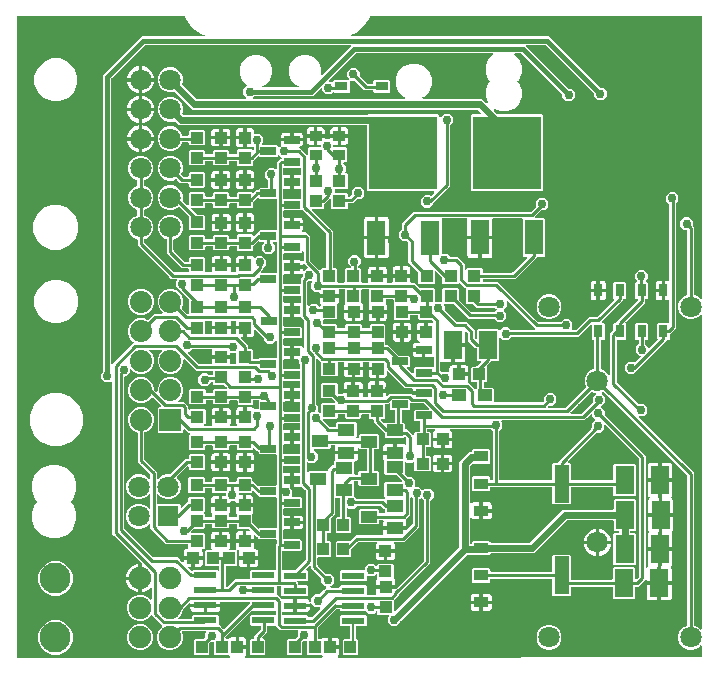
<source format=gbr>
G04 EAGLE Gerber RS-274X export*
G75*
%MOMM*%
%FSLAX34Y34*%
%LPD*%
%INBottom Copper*%
%IPPOS*%
%AMOC8*
5,1,8,0,0,1.08239X$1,22.5*%
G01*
%ADD10R,1.000000X1.100000*%
%ADD11R,1.100000X1.000000*%
%ADD12R,1.600000X2.400000*%
%ADD13R,0.783900X1.127200*%
%ADD14R,1.350000X0.650000*%
%ADD15C,1.800000*%
%ADD16C,1.900000*%
%ADD17C,2.625000*%
%ADD18R,1.200000X1.000000*%
%ADD19R,1.800000X1.800000*%
%ADD20R,1.600000X3.000000*%
%ADD21R,5.800000X6.200000*%
%ADD22R,1.400000X1.000000*%
%ADD23R,1.000000X0.950000*%
%ADD24R,1.981200X0.558800*%
%ADD25R,1.250000X0.950000*%
%ADD26R,1.250000X3.200000*%
%ADD27R,1.875000X1.875000*%
%ADD28C,1.875000*%
%ADD29R,1.127200X0.783900*%
%ADD30C,0.756400*%
%ADD31C,0.254000*%
%ADD32C,0.609600*%
%ADD33C,0.152400*%
%ADD34C,0.406400*%

G36*
X589163Y32339D02*
X589163Y32339D01*
X589215Y32340D01*
X589283Y32365D01*
X589353Y32380D01*
X589398Y32407D01*
X589446Y32424D01*
X589502Y32469D01*
X589564Y32506D01*
X589598Y32546D01*
X589638Y32578D01*
X589677Y32638D01*
X589724Y32693D01*
X589743Y32741D01*
X589771Y32785D01*
X589789Y32854D01*
X589816Y32921D01*
X589824Y32992D01*
X589832Y33024D01*
X589830Y33047D01*
X589834Y33088D01*
X589834Y298312D01*
X589823Y298383D01*
X589821Y298455D01*
X589803Y298504D01*
X589795Y298555D01*
X589761Y298618D01*
X589736Y298686D01*
X589704Y298726D01*
X589679Y298772D01*
X589627Y298822D01*
X589583Y298878D01*
X589539Y298906D01*
X589501Y298942D01*
X589436Y298972D01*
X589376Y299011D01*
X589325Y299023D01*
X589278Y299045D01*
X589207Y299053D01*
X589137Y299071D01*
X589085Y299067D01*
X589034Y299072D01*
X588963Y299057D01*
X588892Y299052D01*
X588844Y299031D01*
X588793Y299020D01*
X588732Y298983D01*
X588666Y298955D01*
X588610Y298911D01*
X588582Y298894D01*
X588567Y298876D01*
X588535Y298851D01*
X586462Y296778D01*
X582593Y295175D01*
X578407Y295175D01*
X574538Y296778D01*
X571578Y299738D01*
X569975Y303607D01*
X569975Y307793D01*
X571578Y311662D01*
X574538Y314622D01*
X577235Y315740D01*
X577335Y315801D01*
X577435Y315861D01*
X577439Y315866D01*
X577444Y315869D01*
X577519Y315959D01*
X577595Y316048D01*
X577597Y316054D01*
X577601Y316059D01*
X577643Y316167D01*
X577687Y316276D01*
X577688Y316284D01*
X577689Y316288D01*
X577690Y316307D01*
X577705Y316443D01*
X577705Y369932D01*
X577702Y369952D01*
X577704Y369971D01*
X577682Y370073D01*
X577666Y370175D01*
X577656Y370192D01*
X577652Y370212D01*
X577599Y370301D01*
X577550Y370392D01*
X577536Y370406D01*
X577526Y370423D01*
X577447Y370490D01*
X577372Y370562D01*
X577354Y370570D01*
X577339Y370583D01*
X577243Y370622D01*
X577149Y370665D01*
X577129Y370667D01*
X577111Y370675D01*
X576944Y370693D01*
X574802Y370693D01*
X571693Y373802D01*
X571693Y378198D01*
X574802Y381307D01*
X579198Y381307D01*
X582307Y378198D01*
X582307Y374961D01*
X582321Y374871D01*
X582329Y374780D01*
X582341Y374750D01*
X582346Y374718D01*
X582389Y374638D01*
X582425Y374554D01*
X582451Y374522D01*
X582462Y374501D01*
X582485Y374479D01*
X582530Y374423D01*
X583295Y373658D01*
X583295Y316443D01*
X583314Y316328D01*
X583331Y316212D01*
X583333Y316206D01*
X583334Y316200D01*
X583389Y316098D01*
X583442Y315993D01*
X583447Y315988D01*
X583450Y315983D01*
X583534Y315903D01*
X583618Y315820D01*
X583624Y315817D01*
X583628Y315813D01*
X583645Y315806D01*
X583765Y315740D01*
X586462Y314622D01*
X588535Y312549D01*
X588593Y312508D01*
X588645Y312458D01*
X588692Y312436D01*
X588734Y312406D01*
X588803Y312385D01*
X588868Y312355D01*
X588920Y312349D01*
X588970Y312334D01*
X589041Y312335D01*
X589112Y312328D01*
X589163Y312339D01*
X589215Y312340D01*
X589283Y312365D01*
X589353Y312380D01*
X589398Y312407D01*
X589446Y312424D01*
X589502Y312469D01*
X589564Y312506D01*
X589598Y312546D01*
X589638Y312578D01*
X589677Y312638D01*
X589724Y312693D01*
X589743Y312741D01*
X589771Y312785D01*
X589789Y312854D01*
X589816Y312921D01*
X589824Y312992D01*
X589832Y313024D01*
X589830Y313047D01*
X589834Y313088D01*
X589834Y551073D01*
X589831Y551093D01*
X589833Y551112D01*
X589811Y551214D01*
X589795Y551316D01*
X589785Y551333D01*
X589781Y551353D01*
X589728Y551442D01*
X589679Y551533D01*
X589665Y551547D01*
X589655Y551564D01*
X589576Y551631D01*
X589501Y551703D01*
X589483Y551711D01*
X589468Y551724D01*
X589372Y551763D01*
X589278Y551806D01*
X589258Y551808D01*
X589240Y551816D01*
X589073Y551834D01*
X309292Y551834D01*
X309260Y551829D01*
X309227Y551832D01*
X309139Y551809D01*
X309049Y551795D01*
X309020Y551779D01*
X308989Y551771D01*
X308912Y551722D01*
X308832Y551679D01*
X308809Y551656D01*
X308782Y551638D01*
X308725Y551567D01*
X308662Y551501D01*
X308648Y551472D01*
X308628Y551446D01*
X308563Y551292D01*
X307891Y549058D01*
X303214Y542310D01*
X296680Y537338D01*
X293073Y536077D01*
X292968Y536019D01*
X292864Y535964D01*
X292861Y535961D01*
X292857Y535959D01*
X292775Y535871D01*
X292695Y535786D01*
X292693Y535782D01*
X292690Y535779D01*
X292641Y535671D01*
X292591Y535563D01*
X292590Y535558D01*
X292589Y535554D01*
X292577Y535435D01*
X292564Y535319D01*
X292565Y535314D01*
X292564Y535310D01*
X292591Y535194D01*
X292616Y535078D01*
X292618Y535074D01*
X292619Y535070D01*
X292682Y534968D01*
X292742Y534867D01*
X292746Y534864D01*
X292748Y534860D01*
X292839Y534784D01*
X292929Y534707D01*
X292933Y534705D01*
X292937Y534703D01*
X293046Y534660D01*
X293157Y534615D01*
X293163Y534615D01*
X293166Y534613D01*
X293181Y534613D01*
X293324Y534597D01*
X460433Y534597D01*
X503500Y491530D01*
X503574Y491477D01*
X503644Y491417D01*
X503674Y491405D01*
X503700Y491386D01*
X503787Y491359D01*
X503872Y491325D01*
X503913Y491321D01*
X503935Y491314D01*
X503967Y491315D01*
X504039Y491307D01*
X506198Y491307D01*
X509307Y488198D01*
X509307Y483802D01*
X506198Y480693D01*
X501802Y480693D01*
X498693Y483802D01*
X498693Y485961D01*
X498679Y486052D01*
X498671Y486142D01*
X498659Y486172D01*
X498654Y486204D01*
X498611Y486285D01*
X498575Y486369D01*
X498549Y486401D01*
X498538Y486422D01*
X498515Y486444D01*
X498470Y486500D01*
X457710Y527260D01*
X457636Y527313D01*
X457566Y527373D01*
X457536Y527385D01*
X457510Y527404D01*
X457423Y527431D01*
X457338Y527465D01*
X457297Y527469D01*
X457275Y527476D01*
X457243Y527475D01*
X457171Y527483D01*
X441385Y527483D01*
X441314Y527472D01*
X441242Y527470D01*
X441193Y527452D01*
X441142Y527444D01*
X441078Y527410D01*
X441011Y527385D01*
X440970Y527353D01*
X440924Y527328D01*
X440875Y527276D01*
X440819Y527232D01*
X440791Y527188D01*
X440755Y527150D01*
X440725Y527085D01*
X440686Y527025D01*
X440673Y526974D01*
X440651Y526927D01*
X440643Y526856D01*
X440626Y526786D01*
X440630Y526734D01*
X440624Y526683D01*
X440640Y526612D01*
X440645Y526541D01*
X440665Y526493D01*
X440677Y526442D01*
X440713Y526381D01*
X440741Y526315D01*
X440786Y526259D01*
X440803Y526231D01*
X440821Y526216D01*
X440846Y526184D01*
X441928Y525102D01*
X476500Y490530D01*
X476574Y490477D01*
X476644Y490417D01*
X476674Y490405D01*
X476700Y490386D01*
X476787Y490359D01*
X476872Y490325D01*
X476913Y490321D01*
X476935Y490314D01*
X476967Y490315D01*
X477039Y490307D01*
X479198Y490307D01*
X482307Y487198D01*
X482307Y482802D01*
X479198Y479693D01*
X474802Y479693D01*
X471693Y482802D01*
X471693Y484961D01*
X471679Y485052D01*
X471671Y485142D01*
X471659Y485172D01*
X471654Y485204D01*
X471611Y485285D01*
X471575Y485369D01*
X471549Y485401D01*
X471538Y485422D01*
X471515Y485444D01*
X471470Y485500D01*
X436898Y520072D01*
X436824Y520125D01*
X436754Y520185D01*
X436724Y520197D01*
X436698Y520216D01*
X436611Y520243D01*
X436526Y520277D01*
X436485Y520281D01*
X436463Y520288D01*
X436431Y520287D01*
X436359Y520295D01*
X431743Y520295D01*
X431672Y520284D01*
X431601Y520282D01*
X431552Y520264D01*
X431500Y520256D01*
X431437Y520222D01*
X431370Y520197D01*
X431329Y520165D01*
X431283Y520140D01*
X431234Y520088D01*
X431178Y520044D01*
X431149Y520000D01*
X431114Y519962D01*
X431083Y519897D01*
X431045Y519837D01*
X431032Y519786D01*
X431010Y519739D01*
X431002Y519668D01*
X430985Y519598D01*
X430989Y519546D01*
X430983Y519495D01*
X430998Y519424D01*
X431004Y519353D01*
X431024Y519305D01*
X431035Y519254D01*
X431072Y519193D01*
X431100Y519127D01*
X431145Y519071D01*
X431161Y519043D01*
X431179Y519028D01*
X431205Y518996D01*
X434953Y515248D01*
X437261Y509676D01*
X437261Y503644D01*
X434953Y498072D01*
X433919Y497038D01*
X433907Y497022D01*
X433892Y497010D01*
X433836Y496922D01*
X433775Y496839D01*
X433769Y496820D01*
X433759Y496803D01*
X433733Y496702D01*
X433703Y496603D01*
X433703Y496584D01*
X433699Y496564D01*
X433707Y496461D01*
X433709Y496358D01*
X433716Y496339D01*
X433718Y496319D01*
X433758Y496224D01*
X433794Y496127D01*
X433806Y496111D01*
X433814Y496093D01*
X433919Y495962D01*
X434953Y494928D01*
X437261Y489356D01*
X437261Y483324D01*
X434953Y477752D01*
X430688Y473487D01*
X425116Y471179D01*
X419084Y471179D01*
X414892Y472916D01*
X414798Y472938D01*
X414705Y472967D01*
X414678Y472966D01*
X414653Y472972D01*
X414556Y472963D01*
X414459Y472960D01*
X414434Y472951D01*
X414408Y472949D01*
X414319Y472909D01*
X414228Y472876D01*
X414207Y472859D01*
X414183Y472849D01*
X414112Y472783D01*
X414036Y472722D01*
X414021Y472700D01*
X414002Y472682D01*
X413955Y472597D01*
X413903Y472515D01*
X413896Y472490D01*
X413884Y472467D01*
X413866Y472371D01*
X413843Y472277D01*
X413845Y472251D01*
X413840Y472225D01*
X413854Y472128D01*
X413862Y472031D01*
X413872Y472007D01*
X413876Y471981D01*
X413920Y471894D01*
X413958Y471805D01*
X413978Y471780D01*
X413987Y471762D01*
X414011Y471739D01*
X414063Y471674D01*
X416819Y468918D01*
X416893Y468865D01*
X416963Y468805D01*
X416993Y468793D01*
X417019Y468774D01*
X417106Y468747D01*
X417191Y468713D01*
X417232Y468709D01*
X417254Y468702D01*
X417286Y468703D01*
X417357Y468695D01*
X454432Y468695D01*
X455325Y467802D01*
X455325Y404538D01*
X454432Y403645D01*
X395168Y403645D01*
X394275Y404538D01*
X394275Y467802D01*
X395168Y468695D01*
X402271Y468695D01*
X402341Y468706D01*
X402413Y468708D01*
X402462Y468726D01*
X402513Y468734D01*
X402577Y468768D01*
X402644Y468793D01*
X402685Y468825D01*
X402731Y468850D01*
X402780Y468902D01*
X402836Y468946D01*
X402864Y468990D01*
X402900Y469028D01*
X402930Y469093D01*
X402969Y469153D01*
X402982Y469204D01*
X403004Y469251D01*
X403012Y469322D01*
X403029Y469392D01*
X403025Y469444D01*
X403031Y469495D01*
X403016Y469566D01*
X403010Y469637D01*
X402990Y469685D01*
X402979Y469736D01*
X402942Y469797D01*
X402914Y469863D01*
X402869Y469919D01*
X402852Y469947D01*
X402835Y469962D01*
X402809Y469994D01*
X400299Y472504D01*
X400225Y472557D01*
X400155Y472617D01*
X400125Y472629D01*
X400099Y472648D01*
X400012Y472675D01*
X399927Y472709D01*
X399886Y472713D01*
X399864Y472720D01*
X399832Y472719D01*
X399761Y472727D01*
X158406Y472727D01*
X143542Y487591D01*
X143448Y487658D01*
X143354Y487729D01*
X143347Y487731D01*
X143342Y487734D01*
X143232Y487769D01*
X143120Y487805D01*
X143113Y487805D01*
X143107Y487807D01*
X142991Y487804D01*
X142874Y487803D01*
X142867Y487801D01*
X142861Y487800D01*
X142844Y487794D01*
X142713Y487756D01*
X141793Y487375D01*
X137607Y487375D01*
X133738Y488978D01*
X130778Y491938D01*
X129175Y495807D01*
X129175Y499993D01*
X130778Y503862D01*
X133738Y506822D01*
X137607Y508425D01*
X141793Y508425D01*
X145662Y506822D01*
X148622Y503862D01*
X150225Y499993D01*
X150225Y495807D01*
X149844Y494887D01*
X149817Y494774D01*
X149789Y494660D01*
X149789Y494654D01*
X149788Y494648D01*
X149799Y494531D01*
X149808Y494415D01*
X149810Y494409D01*
X149811Y494403D01*
X149859Y494296D01*
X149904Y494189D01*
X149909Y494183D01*
X149911Y494178D01*
X149924Y494165D01*
X150009Y494058D01*
X161971Y482096D01*
X162045Y482043D01*
X162115Y481983D01*
X162145Y481971D01*
X162171Y481952D01*
X162258Y481925D01*
X162343Y481891D01*
X162384Y481887D01*
X162406Y481880D01*
X162438Y481881D01*
X162509Y481873D01*
X203643Y481873D01*
X203713Y481884D01*
X203785Y481886D01*
X203834Y481904D01*
X203885Y481912D01*
X203949Y481946D01*
X204016Y481971D01*
X204057Y482003D01*
X204103Y482028D01*
X204152Y482080D01*
X204208Y482124D01*
X204236Y482168D01*
X204272Y482206D01*
X204302Y482271D01*
X204341Y482331D01*
X204354Y482382D01*
X204376Y482429D01*
X204384Y482500D01*
X204401Y482570D01*
X204397Y482622D01*
X204403Y482673D01*
X204388Y482744D01*
X204382Y482815D01*
X204362Y482863D01*
X204351Y482914D01*
X204314Y482975D01*
X204286Y483041D01*
X204241Y483097D01*
X204224Y483125D01*
X204220Y483129D01*
X204219Y483130D01*
X204205Y483142D01*
X204181Y483172D01*
X201693Y485660D01*
X201693Y490056D01*
X204446Y492809D01*
X204457Y492825D01*
X204473Y492837D01*
X204529Y492924D01*
X204589Y493008D01*
X204595Y493027D01*
X204606Y493044D01*
X204631Y493145D01*
X204662Y493243D01*
X204661Y493263D01*
X204666Y493283D01*
X204658Y493386D01*
X204655Y493489D01*
X204648Y493508D01*
X204647Y493528D01*
X204606Y493623D01*
X204571Y493720D01*
X204558Y493736D01*
X204551Y493754D01*
X204446Y493885D01*
X200769Y497562D01*
X198689Y502583D01*
X198689Y508017D01*
X200769Y513038D01*
X204612Y516881D01*
X209633Y518961D01*
X215067Y518961D01*
X220088Y516881D01*
X223931Y513038D01*
X226011Y508017D01*
X226011Y502583D01*
X223931Y497562D01*
X220088Y493719D01*
X218061Y492879D01*
X217978Y492828D01*
X217892Y492782D01*
X217874Y492764D01*
X217852Y492750D01*
X217790Y492674D01*
X217723Y492604D01*
X217712Y492580D01*
X217695Y492560D01*
X217660Y492469D01*
X217619Y492381D01*
X217616Y492355D01*
X217607Y492331D01*
X217603Y492233D01*
X217592Y492137D01*
X217598Y492111D01*
X217596Y492085D01*
X217624Y491991D01*
X217644Y491896D01*
X217658Y491874D01*
X217665Y491849D01*
X217720Y491769D01*
X217770Y491685D01*
X217790Y491668D01*
X217805Y491647D01*
X217883Y491588D01*
X217957Y491525D01*
X217982Y491515D01*
X218003Y491500D01*
X218095Y491470D01*
X218185Y491433D01*
X218218Y491430D01*
X218236Y491424D01*
X218269Y491424D01*
X218352Y491415D01*
X247848Y491415D01*
X247944Y491430D01*
X248041Y491440D01*
X248065Y491450D01*
X248091Y491454D01*
X248177Y491500D01*
X248266Y491540D01*
X248285Y491557D01*
X248308Y491570D01*
X248375Y491640D01*
X248447Y491706D01*
X248459Y491729D01*
X248477Y491748D01*
X248518Y491836D01*
X248565Y491922D01*
X248570Y491947D01*
X248581Y491971D01*
X248592Y492068D01*
X248609Y492164D01*
X248605Y492190D01*
X248608Y492215D01*
X248587Y492311D01*
X248573Y492407D01*
X248561Y492430D01*
X248556Y492456D01*
X248506Y492539D01*
X248462Y492626D01*
X248443Y492645D01*
X248430Y492667D01*
X248356Y492730D01*
X248286Y492798D01*
X248257Y492814D01*
X248243Y492827D01*
X248212Y492839D01*
X248139Y492879D01*
X246112Y493719D01*
X242269Y497562D01*
X240189Y502583D01*
X240189Y508017D01*
X242269Y513038D01*
X246112Y516881D01*
X251133Y518961D01*
X256567Y518961D01*
X261588Y516881D01*
X265431Y513038D01*
X267511Y508017D01*
X267511Y502892D01*
X267522Y502821D01*
X267524Y502749D01*
X267542Y502700D01*
X267550Y502649D01*
X267584Y502586D01*
X267609Y502518D01*
X267641Y502478D01*
X267666Y502432D01*
X267718Y502382D01*
X267762Y502326D01*
X267806Y502298D01*
X267844Y502262D01*
X267909Y502232D01*
X267969Y502193D01*
X268020Y502181D01*
X268067Y502159D01*
X268138Y502151D01*
X268208Y502133D01*
X268260Y502137D01*
X268311Y502131D01*
X268382Y502147D01*
X268453Y502152D01*
X268501Y502173D01*
X268552Y502184D01*
X268613Y502221D01*
X268679Y502249D01*
X268735Y502293D01*
X268763Y502310D01*
X268778Y502328D01*
X268810Y502353D01*
X291559Y525102D01*
X292641Y526184D01*
X292682Y526242D01*
X292732Y526294D01*
X292754Y526341D01*
X292784Y526383D01*
X292805Y526452D01*
X292835Y526517D01*
X292841Y526569D01*
X292856Y526619D01*
X292855Y526690D01*
X292863Y526761D01*
X292851Y526812D01*
X292850Y526864D01*
X292825Y526932D01*
X292810Y527002D01*
X292784Y527047D01*
X292766Y527095D01*
X292721Y527151D01*
X292684Y527213D01*
X292645Y527247D01*
X292612Y527287D01*
X292552Y527326D01*
X292497Y527373D01*
X292449Y527392D01*
X292405Y527420D01*
X292336Y527438D01*
X292269Y527465D01*
X292198Y527473D01*
X292167Y527481D01*
X292143Y527479D01*
X292102Y527483D01*
X118829Y527483D01*
X118738Y527469D01*
X118648Y527461D01*
X118618Y527449D01*
X118586Y527444D01*
X118505Y527401D01*
X118421Y527365D01*
X118389Y527339D01*
X118368Y527328D01*
X118346Y527305D01*
X118290Y527260D01*
X90180Y499150D01*
X90136Y499089D01*
X90102Y499053D01*
X90096Y499040D01*
X90067Y499006D01*
X90055Y498976D01*
X90036Y498950D01*
X90009Y498863D01*
X89975Y498778D01*
X89971Y498737D01*
X89964Y498715D01*
X89965Y498683D01*
X89957Y498611D01*
X89957Y257957D01*
X89968Y257886D01*
X89970Y257814D01*
X89988Y257765D01*
X89996Y257714D01*
X90030Y257651D01*
X90055Y257583D01*
X90087Y257542D01*
X90112Y257496D01*
X90163Y257447D01*
X90208Y257391D01*
X90252Y257363D01*
X90290Y257327D01*
X90355Y257297D01*
X90415Y257258D01*
X90466Y257245D01*
X90513Y257223D01*
X90584Y257215D01*
X90654Y257198D01*
X90706Y257202D01*
X90757Y257196D01*
X90828Y257212D01*
X90899Y257217D01*
X90947Y257237D01*
X90998Y257249D01*
X91059Y257285D01*
X91125Y257313D01*
X91181Y257358D01*
X91209Y257375D01*
X91224Y257393D01*
X91256Y257418D01*
X108673Y274835D01*
X108685Y274852D01*
X108701Y274864D01*
X108757Y274951D01*
X108817Y275035D01*
X108823Y275054D01*
X108834Y275071D01*
X108859Y275171D01*
X108889Y275270D01*
X108889Y275290D01*
X108894Y275309D01*
X108886Y275412D01*
X108883Y275516D01*
X108876Y275535D01*
X108875Y275555D01*
X108834Y275649D01*
X108799Y275747D01*
X108786Y275763D01*
X108778Y275781D01*
X108673Y275912D01*
X105760Y278826D01*
X104100Y282832D01*
X104100Y287168D01*
X105760Y291174D01*
X108826Y294240D01*
X112832Y295900D01*
X117168Y295900D01*
X120078Y294695D01*
X120191Y294668D01*
X120305Y294639D01*
X120311Y294640D01*
X120317Y294638D01*
X120434Y294649D01*
X120550Y294658D01*
X120556Y294661D01*
X120562Y294661D01*
X120670Y294709D01*
X120776Y294755D01*
X120782Y294759D01*
X120787Y294761D01*
X120800Y294774D01*
X120907Y294860D01*
X126011Y299964D01*
X132784Y299964D01*
X132855Y299975D01*
X132926Y299977D01*
X132975Y299995D01*
X133027Y300003D01*
X133090Y300037D01*
X133157Y300062D01*
X133198Y300094D01*
X133244Y300119D01*
X133293Y300171D01*
X133349Y300215D01*
X133378Y300259D01*
X133413Y300297D01*
X133444Y300362D01*
X133482Y300422D01*
X133495Y300473D01*
X133517Y300520D01*
X133525Y300591D01*
X133542Y300661D01*
X133538Y300713D01*
X133544Y300764D01*
X133529Y300835D01*
X133523Y300906D01*
X133503Y300954D01*
X133492Y301005D01*
X133455Y301066D01*
X133427Y301132D01*
X133382Y301188D01*
X133366Y301216D01*
X133348Y301231D01*
X133322Y301263D01*
X130760Y303826D01*
X129100Y307832D01*
X129100Y312168D01*
X130760Y316174D01*
X133826Y319240D01*
X137832Y320900D01*
X142168Y320900D01*
X146174Y319240D01*
X149240Y316174D01*
X150900Y312168D01*
X150900Y307832D01*
X149738Y305028D01*
X149711Y304914D01*
X149683Y304800D01*
X149683Y304794D01*
X149682Y304788D01*
X149693Y304671D01*
X149702Y304555D01*
X149704Y304549D01*
X149705Y304543D01*
X149753Y304436D01*
X149798Y304329D01*
X149803Y304323D01*
X149805Y304318D01*
X149818Y304305D01*
X149903Y304198D01*
X154276Y299825D01*
X154334Y299783D01*
X154386Y299734D01*
X154433Y299712D01*
X154475Y299682D01*
X154544Y299661D01*
X154609Y299630D01*
X154661Y299625D01*
X154711Y299609D01*
X154782Y299611D01*
X154853Y299603D01*
X154904Y299614D01*
X154956Y299616D01*
X155024Y299640D01*
X155094Y299656D01*
X155138Y299682D01*
X155187Y299700D01*
X155243Y299745D01*
X155305Y299782D01*
X155339Y299821D01*
X155379Y299854D01*
X155418Y299914D01*
X155465Y299969D01*
X155484Y300017D01*
X155512Y300061D01*
X155530Y300130D01*
X155557Y300197D01*
X155565Y300268D01*
X155573Y300299D01*
X155571Y300323D01*
X155575Y300364D01*
X155575Y310732D01*
X155857Y311014D01*
X155869Y311030D01*
X155885Y311042D01*
X155941Y311129D01*
X156001Y311213D01*
X156007Y311232D01*
X156018Y311249D01*
X156043Y311350D01*
X156073Y311448D01*
X156073Y311468D01*
X156078Y311488D01*
X156070Y311591D01*
X156067Y311694D01*
X156060Y311713D01*
X156059Y311733D01*
X156018Y311828D01*
X155982Y311925D01*
X155970Y311941D01*
X155962Y311959D01*
X155857Y312090D01*
X148362Y319585D01*
X148288Y319639D01*
X148219Y319698D01*
X148189Y319710D01*
X148162Y319729D01*
X148075Y319756D01*
X148009Y319783D01*
X144874Y322917D01*
X144874Y327313D01*
X145467Y327906D01*
X145509Y327964D01*
X145558Y328016D01*
X145580Y328063D01*
X145610Y328105D01*
X145631Y328174D01*
X145662Y328239D01*
X145667Y328291D01*
X145683Y328341D01*
X145681Y328412D01*
X145689Y328483D01*
X145678Y328534D01*
X145676Y328586D01*
X145652Y328654D01*
X145636Y328724D01*
X145610Y328769D01*
X145592Y328817D01*
X145547Y328873D01*
X145510Y328935D01*
X145471Y328969D01*
X145438Y329009D01*
X145378Y329048D01*
X145323Y329095D01*
X145275Y329114D01*
X145231Y329142D01*
X145162Y329160D01*
X145095Y329187D01*
X145024Y329195D01*
X144993Y329203D01*
X144969Y329201D01*
X144928Y329205D01*
X140842Y329205D01*
X138982Y331065D01*
X112205Y357842D01*
X112205Y362033D01*
X112186Y362148D01*
X112169Y362264D01*
X112167Y362269D01*
X112166Y362276D01*
X112111Y362378D01*
X112058Y362483D01*
X112053Y362487D01*
X112050Y362493D01*
X111966Y362573D01*
X111882Y362655D01*
X111876Y362659D01*
X111872Y362662D01*
X111855Y362670D01*
X111735Y362736D01*
X108738Y363978D01*
X105778Y366938D01*
X104175Y370807D01*
X104175Y374993D01*
X105778Y378862D01*
X108738Y381822D01*
X111435Y382940D01*
X111535Y383001D01*
X111635Y383061D01*
X111639Y383066D01*
X111644Y383069D01*
X111719Y383159D01*
X111795Y383248D01*
X111797Y383254D01*
X111801Y383259D01*
X111843Y383367D01*
X111887Y383476D01*
X111888Y383484D01*
X111889Y383488D01*
X111890Y383507D01*
X111905Y383643D01*
X111905Y387157D01*
X111886Y387272D01*
X111869Y387388D01*
X111867Y387394D01*
X111866Y387400D01*
X111811Y387502D01*
X111758Y387607D01*
X111753Y387612D01*
X111750Y387617D01*
X111666Y387697D01*
X111582Y387780D01*
X111576Y387783D01*
X111572Y387787D01*
X111555Y387794D01*
X111435Y387860D01*
X108738Y388978D01*
X105778Y391938D01*
X104175Y395807D01*
X104175Y399993D01*
X105778Y403862D01*
X108738Y406822D01*
X111435Y407940D01*
X111534Y408001D01*
X111635Y408061D01*
X111639Y408066D01*
X111644Y408069D01*
X111719Y408159D01*
X111795Y408248D01*
X111797Y408254D01*
X111801Y408259D01*
X111843Y408367D01*
X111887Y408476D01*
X111888Y408484D01*
X111889Y408488D01*
X111890Y408507D01*
X111905Y408643D01*
X111905Y412157D01*
X111887Y412271D01*
X111869Y412388D01*
X111867Y412394D01*
X111866Y412400D01*
X111811Y412502D01*
X111758Y412607D01*
X111753Y412612D01*
X111750Y412617D01*
X111666Y412697D01*
X111582Y412780D01*
X111576Y412783D01*
X111572Y412787D01*
X111555Y412794D01*
X111435Y412860D01*
X108738Y413978D01*
X105778Y416938D01*
X104175Y420807D01*
X104175Y424993D01*
X105778Y428862D01*
X108738Y431822D01*
X112607Y433425D01*
X116793Y433425D01*
X120662Y431822D01*
X123622Y428862D01*
X125225Y424993D01*
X125225Y420807D01*
X123622Y416938D01*
X120662Y413978D01*
X117965Y412860D01*
X117865Y412799D01*
X117765Y412739D01*
X117761Y412734D01*
X117756Y412731D01*
X117681Y412641D01*
X117605Y412552D01*
X117603Y412546D01*
X117599Y412541D01*
X117557Y412433D01*
X117513Y412324D01*
X117512Y412316D01*
X117511Y412312D01*
X117510Y412293D01*
X117495Y412157D01*
X117495Y408643D01*
X117514Y408527D01*
X117531Y408412D01*
X117533Y408406D01*
X117534Y408400D01*
X117589Y408298D01*
X117642Y408193D01*
X117647Y408188D01*
X117650Y408183D01*
X117734Y408103D01*
X117818Y408020D01*
X117824Y408017D01*
X117828Y408013D01*
X117845Y408006D01*
X117965Y407940D01*
X120662Y406822D01*
X123622Y403862D01*
X125225Y399993D01*
X125225Y395807D01*
X123622Y391938D01*
X120662Y388978D01*
X117965Y387860D01*
X117865Y387799D01*
X117765Y387739D01*
X117761Y387734D01*
X117756Y387731D01*
X117681Y387641D01*
X117605Y387552D01*
X117603Y387546D01*
X117599Y387541D01*
X117557Y387433D01*
X117513Y387324D01*
X117512Y387316D01*
X117511Y387312D01*
X117510Y387293D01*
X117495Y387157D01*
X117495Y383643D01*
X117514Y383528D01*
X117531Y383412D01*
X117533Y383406D01*
X117534Y383400D01*
X117589Y383298D01*
X117642Y383193D01*
X117647Y383188D01*
X117650Y383183D01*
X117734Y383103D01*
X117818Y383020D01*
X117824Y383017D01*
X117828Y383013D01*
X117845Y383006D01*
X117965Y382940D01*
X120662Y381822D01*
X123622Y378862D01*
X125225Y374993D01*
X125225Y370807D01*
X123622Y366938D01*
X120662Y363978D01*
X118265Y362985D01*
X118165Y362923D01*
X118065Y362863D01*
X118061Y362858D01*
X118056Y362855D01*
X117981Y362765D01*
X117905Y362676D01*
X117903Y362670D01*
X117899Y362666D01*
X117857Y362557D01*
X117813Y362448D01*
X117812Y362440D01*
X117811Y362436D01*
X117810Y362418D01*
X117795Y362281D01*
X117795Y360473D01*
X117809Y360383D01*
X117817Y360292D01*
X117829Y360262D01*
X117834Y360230D01*
X117877Y360150D01*
X117913Y360066D01*
X117939Y360034D01*
X117950Y360013D01*
X117973Y359991D01*
X118018Y359935D01*
X142935Y335018D01*
X143009Y334965D01*
X143078Y334905D01*
X143108Y334893D01*
X143134Y334874D01*
X143221Y334847D01*
X143306Y334813D01*
X143347Y334809D01*
X143369Y334802D01*
X143402Y334803D01*
X143473Y334795D01*
X154814Y334795D01*
X154834Y334798D01*
X154853Y334796D01*
X154955Y334818D01*
X155057Y334834D01*
X155074Y334844D01*
X155094Y334848D01*
X155183Y334901D01*
X155274Y334950D01*
X155288Y334964D01*
X155305Y334974D01*
X155372Y335053D01*
X155444Y335128D01*
X155452Y335146D01*
X155465Y335161D01*
X155504Y335257D01*
X155547Y335351D01*
X155549Y335371D01*
X155557Y335389D01*
X155575Y335556D01*
X155575Y337444D01*
X155572Y337464D01*
X155574Y337483D01*
X155552Y337585D01*
X155536Y337687D01*
X155526Y337704D01*
X155522Y337724D01*
X155469Y337813D01*
X155420Y337904D01*
X155406Y337918D01*
X155396Y337935D01*
X155317Y338002D01*
X155242Y338074D01*
X155224Y338082D01*
X155209Y338095D01*
X155113Y338134D01*
X155019Y338177D01*
X154999Y338179D01*
X154981Y338187D01*
X154814Y338205D01*
X149842Y338205D01*
X136905Y351142D01*
X136905Y362157D01*
X136886Y362272D01*
X136869Y362388D01*
X136867Y362394D01*
X136866Y362400D01*
X136811Y362502D01*
X136758Y362607D01*
X136753Y362612D01*
X136750Y362617D01*
X136666Y362697D01*
X136582Y362780D01*
X136576Y362783D01*
X136572Y362787D01*
X136555Y362794D01*
X136435Y362860D01*
X133738Y363978D01*
X130778Y366938D01*
X129175Y370807D01*
X129175Y374993D01*
X130778Y378862D01*
X133738Y381822D01*
X137607Y383425D01*
X141793Y383425D01*
X145662Y381822D01*
X148622Y378862D01*
X150225Y374993D01*
X150225Y370807D01*
X148622Y366938D01*
X145662Y363978D01*
X142965Y362860D01*
X142865Y362799D01*
X142765Y362739D01*
X142761Y362734D01*
X142756Y362731D01*
X142681Y362641D01*
X142605Y362552D01*
X142603Y362546D01*
X142599Y362541D01*
X142557Y362433D01*
X142513Y362324D01*
X142512Y362316D01*
X142511Y362312D01*
X142510Y362293D01*
X142495Y362157D01*
X142495Y353773D01*
X142509Y353683D01*
X142517Y353592D01*
X142529Y353562D01*
X142534Y353530D01*
X142577Y353450D01*
X142613Y353366D01*
X142639Y353334D01*
X142650Y353313D01*
X142673Y353291D01*
X142718Y353235D01*
X151935Y344018D01*
X152009Y343965D01*
X152078Y343905D01*
X152108Y343893D01*
X152134Y343874D01*
X152221Y343847D01*
X152306Y343813D01*
X152347Y343809D01*
X152369Y343802D01*
X152402Y343803D01*
X152473Y343795D01*
X154814Y343795D01*
X154834Y343798D01*
X154853Y343796D01*
X154955Y343818D01*
X155057Y343834D01*
X155074Y343844D01*
X155094Y343848D01*
X155183Y343901D01*
X155274Y343950D01*
X155288Y343964D01*
X155305Y343974D01*
X155372Y344053D01*
X155444Y344128D01*
X155452Y344146D01*
X155465Y344161D01*
X155504Y344257D01*
X155547Y344351D01*
X155549Y344371D01*
X155557Y344389D01*
X155575Y344556D01*
X155575Y346632D01*
X156468Y347525D01*
X168732Y347525D01*
X169625Y346632D01*
X169625Y335556D01*
X169628Y335536D01*
X169626Y335517D01*
X169648Y335415D01*
X169664Y335313D01*
X169674Y335296D01*
X169678Y335276D01*
X169731Y335187D01*
X169780Y335096D01*
X169794Y335082D01*
X169804Y335065D01*
X169883Y334998D01*
X169958Y334926D01*
X169976Y334918D01*
X169991Y334905D01*
X170087Y334866D01*
X170181Y334823D01*
X170201Y334821D01*
X170219Y334813D01*
X170386Y334795D01*
X174301Y334795D01*
X174417Y334814D01*
X174536Y334832D01*
X174540Y334834D01*
X174543Y334834D01*
X174647Y334890D01*
X174755Y334945D01*
X174757Y334948D01*
X174761Y334950D01*
X174843Y335036D01*
X174926Y335122D01*
X174927Y335125D01*
X174930Y335128D01*
X174980Y335236D01*
X175032Y335344D01*
X175032Y335348D01*
X175034Y335351D01*
X175038Y335392D01*
X175041Y335399D01*
X175059Y335565D01*
X175059Y335573D01*
X175061Y335588D01*
X175060Y335593D01*
X175061Y335595D01*
X175059Y335602D01*
X175059Y339477D01*
X182338Y339477D01*
X182358Y339480D01*
X182377Y339478D01*
X182479Y339500D01*
X182581Y339517D01*
X182598Y339526D01*
X182618Y339530D01*
X182707Y339583D01*
X182798Y339632D01*
X182812Y339646D01*
X182829Y339656D01*
X182896Y339735D01*
X182967Y339810D01*
X182976Y339828D01*
X182989Y339843D01*
X183028Y339939D01*
X183071Y340033D01*
X183073Y340053D01*
X183081Y340071D01*
X183099Y340238D01*
X183099Y341001D01*
X183101Y341001D01*
X183101Y340238D01*
X183104Y340218D01*
X183102Y340199D01*
X183124Y340097D01*
X183141Y339995D01*
X183150Y339978D01*
X183154Y339958D01*
X183207Y339869D01*
X183256Y339778D01*
X183270Y339764D01*
X183280Y339747D01*
X183359Y339680D01*
X183434Y339609D01*
X183452Y339600D01*
X183467Y339587D01*
X183563Y339548D01*
X183657Y339505D01*
X183677Y339503D01*
X183695Y339495D01*
X183862Y339477D01*
X191141Y339477D01*
X191141Y335565D01*
X191143Y335551D01*
X191139Y335517D01*
X191140Y335513D01*
X191140Y335509D01*
X191166Y335393D01*
X191178Y335340D01*
X191180Y335323D01*
X191182Y335319D01*
X191192Y335276D01*
X191193Y335273D01*
X191194Y335269D01*
X191256Y335167D01*
X191318Y335065D01*
X191320Y335063D01*
X191322Y335059D01*
X191414Y334983D01*
X191505Y334905D01*
X191508Y334904D01*
X191511Y334901D01*
X191620Y334859D01*
X191733Y334813D01*
X191737Y334813D01*
X191740Y334812D01*
X191752Y334811D01*
X191899Y334795D01*
X195098Y334795D01*
X195118Y334798D01*
X195137Y334796D01*
X195239Y334818D01*
X195341Y334834D01*
X195358Y334844D01*
X195378Y334848D01*
X195467Y334901D01*
X195558Y334950D01*
X195572Y334964D01*
X195589Y334974D01*
X195656Y335053D01*
X195728Y335128D01*
X195736Y335146D01*
X195749Y335161D01*
X195788Y335257D01*
X195831Y335351D01*
X195833Y335371D01*
X195841Y335389D01*
X195859Y335556D01*
X195859Y339477D01*
X202638Y339477D01*
X202658Y339480D01*
X202677Y339478D01*
X202779Y339500D01*
X202881Y339517D01*
X202898Y339526D01*
X202918Y339530D01*
X203007Y339583D01*
X203098Y339632D01*
X203112Y339646D01*
X203129Y339656D01*
X203196Y339735D01*
X203267Y339810D01*
X203276Y339828D01*
X203289Y339843D01*
X203328Y339939D01*
X203371Y340033D01*
X203373Y340053D01*
X203381Y340071D01*
X203399Y340238D01*
X203399Y341001D01*
X204162Y341001D01*
X204182Y341004D01*
X204201Y341002D01*
X204303Y341024D01*
X204405Y341041D01*
X204422Y341050D01*
X204442Y341054D01*
X204531Y341107D01*
X204622Y341156D01*
X204636Y341170D01*
X204653Y341180D01*
X204720Y341259D01*
X204791Y341334D01*
X204800Y341352D01*
X204813Y341367D01*
X204852Y341463D01*
X204895Y341557D01*
X204897Y341577D01*
X204905Y341595D01*
X204923Y341762D01*
X204923Y349041D01*
X208735Y349041D01*
X209381Y348868D01*
X209960Y348533D01*
X210433Y348060D01*
X210800Y347424D01*
X210827Y347351D01*
X210845Y347329D01*
X210856Y347303D01*
X210921Y347233D01*
X210981Y347159D01*
X211004Y347144D01*
X211024Y347123D01*
X211107Y347077D01*
X211188Y347026D01*
X211215Y347019D01*
X211240Y347005D01*
X211334Y346989D01*
X211426Y346966D01*
X211454Y346968D01*
X211482Y346963D01*
X211576Y346977D01*
X211671Y346985D01*
X211697Y346996D01*
X211725Y347000D01*
X211810Y347044D01*
X211898Y347081D01*
X211925Y347103D01*
X211944Y347113D01*
X211967Y347136D01*
X212029Y347186D01*
X213376Y348533D01*
X217772Y348533D01*
X220881Y345424D01*
X220881Y341028D01*
X218712Y338859D01*
X218659Y338785D01*
X218599Y338716D01*
X218587Y338686D01*
X218568Y338660D01*
X218541Y338572D01*
X218507Y338488D01*
X218503Y338447D01*
X218496Y338424D01*
X218497Y338392D01*
X218489Y338321D01*
X218489Y337685D01*
X216629Y335825D01*
X216478Y335674D01*
X216436Y335616D01*
X216387Y335564D01*
X216365Y335517D01*
X216334Y335475D01*
X216313Y335406D01*
X216283Y335341D01*
X216277Y335289D01*
X216262Y335240D01*
X216264Y335168D01*
X216256Y335097D01*
X216267Y335046D01*
X216268Y334994D01*
X216293Y334926D01*
X216308Y334856D01*
X216335Y334811D01*
X216353Y334763D01*
X216398Y334707D01*
X216434Y334645D01*
X216474Y334611D01*
X216506Y334571D01*
X216567Y334532D01*
X216621Y334485D01*
X216670Y334466D01*
X216713Y334438D01*
X216783Y334420D01*
X216849Y334393D01*
X216921Y334385D01*
X216952Y334377D01*
X216975Y334379D01*
X217016Y334375D01*
X229244Y334375D01*
X229264Y334378D01*
X229283Y334376D01*
X229385Y334398D01*
X229487Y334414D01*
X229504Y334424D01*
X229524Y334428D01*
X229613Y334481D01*
X229704Y334530D01*
X229718Y334544D01*
X229735Y334554D01*
X229802Y334633D01*
X229874Y334708D01*
X229882Y334726D01*
X229895Y334741D01*
X229934Y334837D01*
X229977Y334931D01*
X229979Y334951D01*
X229987Y334969D01*
X230005Y335136D01*
X230005Y360064D01*
X230002Y360084D01*
X230004Y360103D01*
X229982Y360205D01*
X229966Y360307D01*
X229956Y360324D01*
X229952Y360344D01*
X229899Y360433D01*
X229850Y360524D01*
X229836Y360538D01*
X229826Y360555D01*
X229747Y360622D01*
X229672Y360694D01*
X229654Y360702D01*
X229639Y360715D01*
X229543Y360754D01*
X229449Y360797D01*
X229429Y360799D01*
X229411Y360807D01*
X229244Y360825D01*
X227153Y360825D01*
X227083Y360814D01*
X227011Y360812D01*
X226962Y360794D01*
X226911Y360786D01*
X226847Y360752D01*
X226780Y360727D01*
X226739Y360695D01*
X226693Y360670D01*
X226644Y360618D01*
X226588Y360574D01*
X226560Y360530D01*
X226524Y360492D01*
X226494Y360427D01*
X226455Y360367D01*
X226442Y360316D01*
X226420Y360269D01*
X226412Y360198D01*
X226395Y360128D01*
X226399Y360076D01*
X226393Y360025D01*
X226408Y359954D01*
X226414Y359883D01*
X226434Y359835D01*
X226445Y359784D01*
X226482Y359723D01*
X226510Y359657D01*
X226555Y359601D01*
X226572Y359573D01*
X226589Y359558D01*
X226615Y359526D01*
X228131Y358010D01*
X228131Y353614D01*
X225022Y350505D01*
X220626Y350505D01*
X217517Y353614D01*
X217517Y358010D01*
X219033Y359526D01*
X219075Y359584D01*
X219124Y359636D01*
X219146Y359683D01*
X219176Y359725D01*
X219198Y359794D01*
X219228Y359859D01*
X219233Y359911D01*
X219249Y359961D01*
X219247Y360032D01*
X219255Y360103D01*
X219244Y360154D01*
X219242Y360206D01*
X219218Y360274D01*
X219203Y360344D01*
X219176Y360389D01*
X219158Y360437D01*
X219113Y360493D01*
X219076Y360555D01*
X219037Y360589D01*
X219004Y360629D01*
X218944Y360668D01*
X218889Y360715D01*
X218841Y360734D01*
X218797Y360762D01*
X218728Y360780D01*
X218661Y360807D01*
X218590Y360815D01*
X218559Y360823D01*
X218536Y360821D01*
X218495Y360825D01*
X215518Y360825D01*
X215186Y361157D01*
X215170Y361169D01*
X215158Y361185D01*
X215071Y361241D01*
X214987Y361301D01*
X214968Y361307D01*
X214951Y361318D01*
X214850Y361343D01*
X214752Y361373D01*
X214732Y361373D01*
X214712Y361378D01*
X214609Y361370D01*
X214506Y361367D01*
X214487Y361360D01*
X214467Y361359D01*
X214372Y361318D01*
X214275Y361282D01*
X214259Y361270D01*
X214241Y361262D01*
X214110Y361157D01*
X209948Y356995D01*
X209895Y356921D01*
X209835Y356852D01*
X209823Y356822D01*
X209804Y356796D01*
X209777Y356709D01*
X209743Y356624D01*
X209739Y356583D01*
X209732Y356561D01*
X209733Y356528D01*
X209725Y356457D01*
X209725Y353868D01*
X208832Y352975D01*
X197568Y352975D01*
X196675Y353868D01*
X196675Y356444D01*
X196672Y356464D01*
X196674Y356483D01*
X196652Y356585D01*
X196636Y356687D01*
X196626Y356704D01*
X196622Y356724D01*
X196569Y356813D01*
X196520Y356904D01*
X196506Y356918D01*
X196496Y356935D01*
X196417Y357002D01*
X196342Y357074D01*
X196324Y357082D01*
X196309Y357095D01*
X196213Y357134D01*
X196119Y357177D01*
X196099Y357179D01*
X196081Y357187D01*
X195914Y357205D01*
X190686Y357205D01*
X190666Y357202D01*
X190647Y357204D01*
X190545Y357182D01*
X190443Y357166D01*
X190426Y357156D01*
X190406Y357152D01*
X190317Y357099D01*
X190226Y357050D01*
X190212Y357036D01*
X190195Y357026D01*
X190128Y356947D01*
X190056Y356872D01*
X190048Y356854D01*
X190035Y356839D01*
X189996Y356743D01*
X189953Y356649D01*
X189951Y356629D01*
X189943Y356611D01*
X189925Y356444D01*
X189925Y354368D01*
X189032Y353475D01*
X176768Y353475D01*
X175875Y354368D01*
X175875Y356482D01*
X175872Y356500D01*
X175874Y356518D01*
X175853Y356621D01*
X175836Y356725D01*
X175827Y356741D01*
X175823Y356759D01*
X175770Y356850D01*
X175720Y356942D01*
X175707Y356955D01*
X175698Y356970D01*
X175619Y357039D01*
X175542Y357112D01*
X175526Y357119D01*
X175512Y357131D01*
X175415Y357171D01*
X175319Y357215D01*
X175301Y357217D01*
X175284Y357224D01*
X175118Y357244D01*
X170390Y357267D01*
X170368Y357263D01*
X170347Y357266D01*
X170247Y357244D01*
X170147Y357228D01*
X170128Y357218D01*
X170106Y357214D01*
X170019Y357161D01*
X169929Y357114D01*
X169914Y357099D01*
X169895Y357087D01*
X169829Y357010D01*
X169759Y356937D01*
X169749Y356917D01*
X169735Y356901D01*
X169697Y356806D01*
X169654Y356714D01*
X169651Y356693D01*
X169643Y356672D01*
X169625Y356506D01*
X169625Y354468D01*
X168732Y353575D01*
X156468Y353575D01*
X155575Y354468D01*
X155575Y365732D01*
X156468Y366625D01*
X168732Y366625D01*
X169625Y365732D01*
X169625Y363618D01*
X169628Y363600D01*
X169626Y363582D01*
X169648Y363478D01*
X169664Y363375D01*
X169673Y363359D01*
X169677Y363341D01*
X169730Y363250D01*
X169780Y363158D01*
X169793Y363145D01*
X169802Y363130D01*
X169881Y363061D01*
X169958Y362988D01*
X169974Y362981D01*
X169988Y362969D01*
X170085Y362929D01*
X170181Y362885D01*
X170199Y362883D01*
X170216Y362876D01*
X170382Y362856D01*
X175110Y362833D01*
X175132Y362837D01*
X175153Y362834D01*
X175253Y362856D01*
X175353Y362872D01*
X175372Y362882D01*
X175394Y362886D01*
X175481Y362939D01*
X175571Y362986D01*
X175586Y363001D01*
X175605Y363013D01*
X175671Y363090D01*
X175741Y363163D01*
X175751Y363183D01*
X175765Y363199D01*
X175803Y363294D01*
X175846Y363386D01*
X175849Y363407D01*
X175857Y363428D01*
X175875Y363594D01*
X175875Y365632D01*
X176768Y366525D01*
X189032Y366525D01*
X189925Y365632D01*
X189925Y363556D01*
X189928Y363536D01*
X189926Y363517D01*
X189948Y363415D01*
X189964Y363313D01*
X189974Y363296D01*
X189978Y363276D01*
X190031Y363187D01*
X190080Y363096D01*
X190094Y363082D01*
X190104Y363065D01*
X190183Y362998D01*
X190258Y362926D01*
X190276Y362918D01*
X190291Y362905D01*
X190387Y362866D01*
X190481Y362823D01*
X190501Y362821D01*
X190519Y362813D01*
X190686Y362795D01*
X195914Y362795D01*
X195934Y362798D01*
X195953Y362796D01*
X196055Y362818D01*
X196157Y362834D01*
X196174Y362844D01*
X196194Y362848D01*
X196283Y362901D01*
X196374Y362950D01*
X196388Y362964D01*
X196405Y362974D01*
X196472Y363053D01*
X196544Y363128D01*
X196552Y363146D01*
X196565Y363161D01*
X196604Y363257D01*
X196647Y363351D01*
X196649Y363371D01*
X196657Y363389D01*
X196675Y363556D01*
X196675Y366132D01*
X197568Y367025D01*
X208832Y367025D01*
X209914Y365943D01*
X209930Y365931D01*
X209942Y365915D01*
X210030Y365859D01*
X210113Y365799D01*
X210132Y365793D01*
X210149Y365782D01*
X210250Y365757D01*
X210349Y365727D01*
X210368Y365727D01*
X210388Y365722D01*
X210491Y365730D01*
X210594Y365733D01*
X210613Y365740D01*
X210633Y365741D01*
X210728Y365782D01*
X210825Y365818D01*
X210841Y365830D01*
X210859Y365838D01*
X210990Y365943D01*
X213442Y368395D01*
X213864Y368395D01*
X213884Y368398D01*
X213903Y368396D01*
X214005Y368418D01*
X214107Y368434D01*
X214124Y368444D01*
X214144Y368448D01*
X214233Y368501D01*
X214324Y368550D01*
X214338Y368564D01*
X214355Y368574D01*
X214422Y368653D01*
X214494Y368728D01*
X214502Y368746D01*
X214515Y368761D01*
X214554Y368857D01*
X214597Y368951D01*
X214599Y368971D01*
X214607Y368989D01*
X214625Y369156D01*
X214625Y369482D01*
X215518Y370375D01*
X229244Y370375D01*
X229264Y370378D01*
X229283Y370376D01*
X229385Y370398D01*
X229487Y370414D01*
X229504Y370424D01*
X229524Y370428D01*
X229613Y370481D01*
X229704Y370530D01*
X229718Y370544D01*
X229735Y370554D01*
X229802Y370633D01*
X229874Y370708D01*
X229882Y370726D01*
X229895Y370741D01*
X229934Y370837D01*
X229977Y370931D01*
X229979Y370951D01*
X229987Y370969D01*
X230005Y371136D01*
X230005Y378683D01*
X229991Y378773D01*
X229983Y378864D01*
X229971Y378894D01*
X229966Y378926D01*
X229949Y378957D01*
X229949Y396094D01*
X229946Y396114D01*
X229948Y396133D01*
X229926Y396235D01*
X229910Y396337D01*
X229900Y396354D01*
X229896Y396374D01*
X229843Y396463D01*
X229794Y396554D01*
X229780Y396568D01*
X229770Y396585D01*
X229691Y396652D01*
X229616Y396724D01*
X229598Y396732D01*
X229583Y396745D01*
X229487Y396784D01*
X229393Y396827D01*
X229373Y396829D01*
X229355Y396837D01*
X229188Y396855D01*
X215518Y396855D01*
X214701Y397672D01*
X214685Y397684D01*
X214673Y397700D01*
X214585Y397756D01*
X214502Y397816D01*
X214483Y397822D01*
X214466Y397833D01*
X214365Y397858D01*
X214266Y397888D01*
X214247Y397888D01*
X214227Y397893D01*
X214124Y397885D01*
X214021Y397882D01*
X214002Y397875D01*
X213982Y397874D01*
X213887Y397833D01*
X213790Y397797D01*
X213774Y397785D01*
X213756Y397777D01*
X213625Y397672D01*
X209748Y393795D01*
X209695Y393721D01*
X209635Y393652D01*
X209623Y393622D01*
X209604Y393596D01*
X209577Y393508D01*
X209543Y393424D01*
X209539Y393383D01*
X209532Y393361D01*
X209533Y393328D01*
X209525Y393257D01*
X209525Y389968D01*
X208632Y389075D01*
X197368Y389075D01*
X196475Y389968D01*
X196475Y392580D01*
X196472Y392598D01*
X196474Y392616D01*
X196453Y392719D01*
X196436Y392823D01*
X196427Y392838D01*
X196423Y392856D01*
X196370Y392947D01*
X196320Y393040D01*
X196307Y393052D01*
X196298Y393068D01*
X196219Y393137D01*
X196142Y393209D01*
X196126Y393217D01*
X196112Y393229D01*
X196015Y393269D01*
X195919Y393313D01*
X195901Y393315D01*
X195884Y393322D01*
X195718Y393341D01*
X190490Y393367D01*
X190468Y393363D01*
X190447Y393366D01*
X190347Y393344D01*
X190247Y393328D01*
X190228Y393318D01*
X190206Y393314D01*
X190119Y393261D01*
X190029Y393214D01*
X190014Y393199D01*
X189995Y393187D01*
X189929Y393110D01*
X189859Y393037D01*
X189849Y393017D01*
X189835Y393001D01*
X189797Y392906D01*
X189754Y392814D01*
X189751Y392793D01*
X189743Y392772D01*
X189725Y392606D01*
X189725Y390568D01*
X188832Y389675D01*
X176568Y389675D01*
X175675Y390568D01*
X175675Y392644D01*
X175672Y392664D01*
X175674Y392683D01*
X175652Y392785D01*
X175636Y392887D01*
X175626Y392904D01*
X175622Y392924D01*
X175569Y393013D01*
X175520Y393104D01*
X175506Y393118D01*
X175496Y393135D01*
X175417Y393202D01*
X175342Y393274D01*
X175324Y393282D01*
X175309Y393295D01*
X175213Y393334D01*
X175119Y393377D01*
X175099Y393379D01*
X175081Y393387D01*
X174914Y393405D01*
X170186Y393405D01*
X170166Y393402D01*
X170147Y393404D01*
X170045Y393382D01*
X169943Y393366D01*
X169926Y393356D01*
X169906Y393352D01*
X169817Y393299D01*
X169726Y393250D01*
X169712Y393236D01*
X169695Y393226D01*
X169628Y393147D01*
X169556Y393072D01*
X169548Y393054D01*
X169535Y393039D01*
X169496Y392943D01*
X169453Y392849D01*
X169451Y392829D01*
X169443Y392811D01*
X169425Y392644D01*
X169425Y390568D01*
X168532Y389675D01*
X158215Y389675D01*
X158144Y389664D01*
X158072Y389662D01*
X158023Y389644D01*
X157972Y389636D01*
X157909Y389602D01*
X157841Y389577D01*
X157801Y389545D01*
X157755Y389520D01*
X157705Y389468D01*
X157649Y389424D01*
X157621Y389380D01*
X157585Y389342D01*
X157555Y389277D01*
X157516Y389217D01*
X157504Y389166D01*
X157482Y389119D01*
X157474Y389048D01*
X157456Y388978D01*
X157460Y388926D01*
X157455Y388875D01*
X157470Y388804D01*
X157475Y388733D01*
X157496Y388685D01*
X157507Y388634D01*
X157544Y388573D01*
X157572Y388507D01*
X157617Y388451D01*
X157633Y388423D01*
X157651Y388408D01*
X157677Y388376D01*
X162205Y383848D01*
X162279Y383795D01*
X162348Y383735D01*
X162378Y383723D01*
X162404Y383704D01*
X162492Y383677D01*
X162576Y383643D01*
X162617Y383639D01*
X162639Y383632D01*
X162672Y383633D01*
X162743Y383625D01*
X168732Y383625D01*
X169625Y382732D01*
X169625Y371468D01*
X168732Y370575D01*
X156468Y370575D01*
X155575Y371468D01*
X155575Y382257D01*
X155561Y382347D01*
X155553Y382438D01*
X155541Y382468D01*
X155536Y382500D01*
X155493Y382580D01*
X155457Y382664D01*
X155431Y382696D01*
X155420Y382717D01*
X155397Y382739D01*
X155352Y382795D01*
X147954Y390193D01*
X147938Y390205D01*
X147926Y390221D01*
X147838Y390277D01*
X147754Y390337D01*
X147736Y390343D01*
X147719Y390354D01*
X147618Y390379D01*
X147519Y390409D01*
X147499Y390409D01*
X147480Y390414D01*
X147377Y390406D01*
X147273Y390403D01*
X147255Y390396D01*
X147235Y390395D01*
X147140Y390354D01*
X147042Y390319D01*
X147027Y390306D01*
X147009Y390298D01*
X146878Y390193D01*
X145662Y388978D01*
X141793Y387375D01*
X137607Y387375D01*
X133738Y388978D01*
X130778Y391938D01*
X129175Y395807D01*
X129175Y399993D01*
X130778Y403862D01*
X133738Y406822D01*
X137607Y408425D01*
X141793Y408425D01*
X145662Y406822D01*
X148622Y403862D01*
X150225Y399993D01*
X150225Y396143D01*
X150239Y396053D01*
X150247Y395962D01*
X150259Y395932D01*
X150264Y395900D01*
X150307Y395820D01*
X150343Y395736D01*
X150369Y395703D01*
X150380Y395683D01*
X150403Y395661D01*
X150448Y395605D01*
X154076Y391977D01*
X154134Y391935D01*
X154186Y391885D01*
X154233Y391863D01*
X154275Y391833D01*
X154344Y391812D01*
X154409Y391782D01*
X154461Y391776D01*
X154511Y391761D01*
X154582Y391763D01*
X154653Y391755D01*
X154704Y391766D01*
X154756Y391767D01*
X154824Y391792D01*
X154894Y391807D01*
X154939Y391834D01*
X154987Y391852D01*
X155043Y391896D01*
X155105Y391933D01*
X155139Y391973D01*
X155179Y392005D01*
X155218Y392066D01*
X155265Y392120D01*
X155284Y392168D01*
X155312Y392212D01*
X155330Y392282D01*
X155357Y392348D01*
X155365Y392420D01*
X155373Y392451D01*
X155371Y392474D01*
X155375Y392515D01*
X155375Y401832D01*
X156268Y402725D01*
X168532Y402725D01*
X169425Y401832D01*
X169425Y399756D01*
X169428Y399736D01*
X169426Y399717D01*
X169448Y399615D01*
X169464Y399513D01*
X169474Y399496D01*
X169478Y399476D01*
X169531Y399387D01*
X169580Y399296D01*
X169594Y399282D01*
X169604Y399265D01*
X169683Y399198D01*
X169758Y399126D01*
X169776Y399118D01*
X169791Y399105D01*
X169887Y399066D01*
X169981Y399023D01*
X170001Y399021D01*
X170019Y399013D01*
X170186Y398995D01*
X174914Y398995D01*
X174934Y398998D01*
X174953Y398996D01*
X175055Y399018D01*
X175157Y399034D01*
X175174Y399044D01*
X175194Y399048D01*
X175283Y399101D01*
X175374Y399150D01*
X175388Y399164D01*
X175405Y399174D01*
X175472Y399253D01*
X175544Y399328D01*
X175552Y399346D01*
X175565Y399361D01*
X175604Y399457D01*
X175647Y399551D01*
X175649Y399571D01*
X175657Y399589D01*
X175675Y399756D01*
X175675Y401832D01*
X176568Y402725D01*
X188832Y402725D01*
X189725Y401832D01*
X189725Y399718D01*
X189728Y399700D01*
X189726Y399682D01*
X189747Y399579D01*
X189764Y399475D01*
X189773Y399459D01*
X189777Y399441D01*
X189830Y399350D01*
X189880Y399258D01*
X189893Y399245D01*
X189902Y399230D01*
X189981Y399161D01*
X190058Y399088D01*
X190074Y399081D01*
X190088Y399069D01*
X190185Y399029D01*
X190281Y398985D01*
X190299Y398983D01*
X190316Y398976D01*
X190482Y398956D01*
X195710Y398931D01*
X195732Y398934D01*
X195753Y398932D01*
X195853Y398953D01*
X195953Y398969D01*
X195972Y398979D01*
X195994Y398984D01*
X196081Y399036D01*
X196171Y399083D01*
X196186Y399099D01*
X196205Y399110D01*
X196271Y399187D01*
X196341Y399261D01*
X196351Y399280D01*
X196365Y399297D01*
X196403Y399392D01*
X196446Y399483D01*
X196449Y399505D01*
X196457Y399525D01*
X196475Y399692D01*
X196475Y402232D01*
X197368Y403125D01*
X208632Y403125D01*
X209364Y402393D01*
X209380Y402381D01*
X209392Y402365D01*
X209480Y402309D01*
X209563Y402249D01*
X209582Y402243D01*
X209599Y402232D01*
X209700Y402207D01*
X209798Y402177D01*
X209818Y402177D01*
X209838Y402172D01*
X209941Y402180D01*
X210044Y402183D01*
X210063Y402190D01*
X210083Y402191D01*
X210178Y402232D01*
X210275Y402268D01*
X210291Y402280D01*
X210309Y402288D01*
X210440Y402393D01*
X212472Y404425D01*
X213864Y404425D01*
X213884Y404428D01*
X213903Y404426D01*
X214005Y404448D01*
X214107Y404464D01*
X214124Y404474D01*
X214144Y404478D01*
X214233Y404531D01*
X214324Y404580D01*
X214338Y404594D01*
X214355Y404604D01*
X214422Y404683D01*
X214494Y404758D01*
X214502Y404776D01*
X214515Y404791D01*
X214554Y404887D01*
X214597Y404981D01*
X214599Y405001D01*
X214607Y405019D01*
X214625Y405186D01*
X214625Y405512D01*
X215518Y406405D01*
X221944Y406405D01*
X221964Y406408D01*
X221983Y406406D01*
X222085Y406428D01*
X222187Y406444D01*
X222204Y406454D01*
X222224Y406458D01*
X222313Y406511D01*
X222404Y406560D01*
X222418Y406574D01*
X222435Y406584D01*
X222502Y406663D01*
X222574Y406738D01*
X222582Y406756D01*
X222595Y406771D01*
X222634Y406867D01*
X222677Y406961D01*
X222679Y406981D01*
X222687Y406999D01*
X222705Y407166D01*
X222705Y412875D01*
X222691Y412965D01*
X222683Y413056D01*
X222671Y413085D01*
X222666Y413117D01*
X222623Y413198D01*
X222587Y413282D01*
X222561Y413314D01*
X222550Y413335D01*
X222527Y413357D01*
X222482Y413413D01*
X220193Y415702D01*
X220193Y420098D01*
X223302Y423207D01*
X227698Y423207D01*
X228650Y422255D01*
X228708Y422213D01*
X228760Y422164D01*
X228807Y422142D01*
X228849Y422112D01*
X228918Y422090D01*
X228983Y422060D01*
X229035Y422055D01*
X229085Y422039D01*
X229156Y422041D01*
X229227Y422033D01*
X229278Y422044D01*
X229330Y422046D01*
X229398Y422070D01*
X229468Y422085D01*
X229513Y422112D01*
X229561Y422130D01*
X229617Y422175D01*
X229679Y422212D01*
X229713Y422251D01*
X229753Y422284D01*
X229792Y422344D01*
X229839Y422399D01*
X229858Y422447D01*
X229886Y422491D01*
X229904Y422560D01*
X229931Y422627D01*
X229939Y422698D01*
X229947Y422729D01*
X229945Y422752D01*
X229949Y422793D01*
X229949Y427902D01*
X232842Y430795D01*
X233363Y430795D01*
X233433Y430806D01*
X233505Y430808D01*
X233554Y430826D01*
X233605Y430834D01*
X233669Y430868D01*
X233736Y430893D01*
X233777Y430925D01*
X233823Y430950D01*
X233872Y431002D01*
X233928Y431046D01*
X233956Y431090D01*
X233992Y431128D01*
X234022Y431193D01*
X234061Y431253D01*
X234074Y431304D01*
X234096Y431351D01*
X234104Y431422D01*
X234121Y431492D01*
X234117Y431544D01*
X234123Y431595D01*
X234108Y431666D01*
X234102Y431737D01*
X234082Y431785D01*
X234071Y431836D01*
X234034Y431897D01*
X234006Y431963D01*
X233961Y432019D01*
X233944Y432047D01*
X233927Y432062D01*
X233901Y432094D01*
X232264Y433731D01*
X232248Y433743D01*
X232235Y433758D01*
X232148Y433814D01*
X232064Y433875D01*
X232045Y433881D01*
X232028Y433891D01*
X231928Y433917D01*
X231829Y433947D01*
X231809Y433947D01*
X231790Y433951D01*
X231687Y433943D01*
X231583Y433941D01*
X231564Y433934D01*
X231545Y433932D01*
X231450Y433892D01*
X231352Y433856D01*
X231337Y433844D01*
X231318Y433836D01*
X231187Y433731D01*
X230282Y432825D01*
X215518Y432825D01*
X215186Y433157D01*
X215170Y433169D01*
X215158Y433185D01*
X215071Y433241D01*
X214987Y433301D01*
X214968Y433307D01*
X214951Y433318D01*
X214850Y433343D01*
X214752Y433373D01*
X214732Y433373D01*
X214712Y433378D01*
X214609Y433370D01*
X214506Y433367D01*
X214487Y433360D01*
X214467Y433359D01*
X214372Y433318D01*
X214275Y433282D01*
X214259Y433270D01*
X214241Y433262D01*
X214110Y433157D01*
X210133Y429180D01*
X210043Y429166D01*
X210026Y429156D01*
X210006Y429152D01*
X209917Y429099D01*
X209826Y429050D01*
X209812Y429036D01*
X209795Y429026D01*
X209728Y428947D01*
X209656Y428872D01*
X209648Y428854D01*
X209635Y428839D01*
X209596Y428743D01*
X209553Y428649D01*
X209551Y428629D01*
X209543Y428611D01*
X209525Y428444D01*
X209525Y425868D01*
X208632Y424975D01*
X197368Y424975D01*
X196475Y425868D01*
X196475Y428444D01*
X196472Y428464D01*
X196474Y428483D01*
X196452Y428585D01*
X196436Y428687D01*
X196426Y428704D01*
X196422Y428724D01*
X196369Y428813D01*
X196320Y428904D01*
X196306Y428918D01*
X196296Y428935D01*
X196217Y429002D01*
X196142Y429074D01*
X196124Y429082D01*
X196109Y429095D01*
X196013Y429134D01*
X195919Y429177D01*
X195899Y429179D01*
X195881Y429187D01*
X195714Y429205D01*
X190486Y429205D01*
X190466Y429202D01*
X190447Y429204D01*
X190345Y429182D01*
X190243Y429166D01*
X190226Y429156D01*
X190206Y429152D01*
X190117Y429099D01*
X190026Y429050D01*
X190012Y429036D01*
X189995Y429026D01*
X189928Y428947D01*
X189856Y428872D01*
X189848Y428854D01*
X189835Y428839D01*
X189796Y428743D01*
X189753Y428649D01*
X189751Y428629D01*
X189743Y428611D01*
X189725Y428444D01*
X189725Y426368D01*
X188832Y425475D01*
X176568Y425475D01*
X175675Y426368D01*
X175675Y428444D01*
X175672Y428464D01*
X175674Y428483D01*
X175652Y428585D01*
X175636Y428687D01*
X175626Y428704D01*
X175622Y428724D01*
X175569Y428813D01*
X175520Y428904D01*
X175506Y428918D01*
X175496Y428935D01*
X175417Y429002D01*
X175342Y429074D01*
X175324Y429082D01*
X175309Y429095D01*
X175213Y429134D01*
X175119Y429177D01*
X175099Y429179D01*
X175081Y429187D01*
X174914Y429205D01*
X170186Y429205D01*
X170166Y429202D01*
X170147Y429204D01*
X170045Y429182D01*
X169943Y429166D01*
X169926Y429156D01*
X169906Y429152D01*
X169817Y429099D01*
X169726Y429050D01*
X169712Y429036D01*
X169695Y429026D01*
X169628Y428947D01*
X169556Y428872D01*
X169548Y428854D01*
X169535Y428839D01*
X169496Y428743D01*
X169453Y428649D01*
X169451Y428629D01*
X169443Y428611D01*
X169425Y428444D01*
X169425Y426368D01*
X168532Y425475D01*
X156268Y425475D01*
X155375Y426368D01*
X155375Y437632D01*
X156268Y438525D01*
X168532Y438525D01*
X169425Y437632D01*
X169425Y435556D01*
X169428Y435536D01*
X169426Y435517D01*
X169448Y435415D01*
X169464Y435313D01*
X169474Y435296D01*
X169478Y435276D01*
X169531Y435187D01*
X169580Y435096D01*
X169594Y435082D01*
X169604Y435065D01*
X169683Y434998D01*
X169758Y434926D01*
X169776Y434918D01*
X169791Y434905D01*
X169887Y434866D01*
X169981Y434823D01*
X170001Y434821D01*
X170019Y434813D01*
X170186Y434795D01*
X174914Y434795D01*
X174934Y434798D01*
X174953Y434796D01*
X175055Y434818D01*
X175157Y434834D01*
X175174Y434844D01*
X175194Y434848D01*
X175283Y434901D01*
X175374Y434950D01*
X175388Y434964D01*
X175405Y434974D01*
X175472Y435053D01*
X175544Y435128D01*
X175552Y435146D01*
X175565Y435161D01*
X175604Y435257D01*
X175647Y435351D01*
X175649Y435371D01*
X175657Y435389D01*
X175675Y435556D01*
X175675Y437632D01*
X176568Y438525D01*
X188832Y438525D01*
X189725Y437632D01*
X189725Y435556D01*
X189728Y435536D01*
X189726Y435517D01*
X189748Y435415D01*
X189764Y435313D01*
X189774Y435296D01*
X189778Y435276D01*
X189831Y435187D01*
X189880Y435096D01*
X189894Y435082D01*
X189904Y435065D01*
X189983Y434998D01*
X190058Y434926D01*
X190076Y434918D01*
X190091Y434905D01*
X190187Y434866D01*
X190281Y434823D01*
X190301Y434821D01*
X190319Y434813D01*
X190486Y434795D01*
X195714Y434795D01*
X195734Y434798D01*
X195753Y434796D01*
X195855Y434818D01*
X195957Y434834D01*
X195974Y434844D01*
X195994Y434848D01*
X196083Y434901D01*
X196174Y434950D01*
X196188Y434964D01*
X196205Y434974D01*
X196272Y435053D01*
X196344Y435128D01*
X196352Y435146D01*
X196365Y435161D01*
X196404Y435257D01*
X196447Y435351D01*
X196449Y435371D01*
X196457Y435389D01*
X196475Y435556D01*
X196475Y438132D01*
X197368Y439025D01*
X208632Y439025D01*
X209306Y438351D01*
X209364Y438309D01*
X209416Y438259D01*
X209463Y438237D01*
X209505Y438207D01*
X209574Y438186D01*
X209639Y438156D01*
X209691Y438150D01*
X209741Y438135D01*
X209812Y438137D01*
X209883Y438129D01*
X209934Y438140D01*
X209986Y438141D01*
X210054Y438166D01*
X210124Y438181D01*
X210169Y438208D01*
X210217Y438225D01*
X210273Y438270D01*
X210335Y438307D01*
X210369Y438347D01*
X210409Y438379D01*
X210448Y438439D01*
X210495Y438494D01*
X210514Y438542D01*
X210542Y438586D01*
X210560Y438656D01*
X210587Y438722D01*
X210595Y438793D01*
X210603Y438825D01*
X210601Y438848D01*
X210605Y438889D01*
X210605Y440752D01*
X210590Y440846D01*
X210581Y440941D01*
X210570Y440967D01*
X210566Y440995D01*
X210521Y441079D01*
X210483Y441166D01*
X210464Y441187D01*
X210450Y441212D01*
X210381Y441278D01*
X210317Y441348D01*
X210293Y441362D01*
X210272Y441381D01*
X210186Y441422D01*
X210102Y441468D01*
X210075Y441473D01*
X210049Y441485D01*
X209954Y441495D01*
X209861Y441513D01*
X209833Y441509D01*
X209805Y441512D01*
X209711Y441492D01*
X209617Y441478D01*
X209585Y441464D01*
X209564Y441460D01*
X209536Y441443D01*
X209463Y441411D01*
X208981Y441132D01*
X208334Y440959D01*
X204523Y440959D01*
X204523Y448238D01*
X204520Y448258D01*
X204522Y448277D01*
X204500Y448379D01*
X204483Y448481D01*
X204474Y448498D01*
X204470Y448518D01*
X204417Y448607D01*
X204368Y448698D01*
X204354Y448712D01*
X204344Y448729D01*
X204265Y448796D01*
X204190Y448867D01*
X204172Y448876D01*
X204157Y448889D01*
X204061Y448928D01*
X203967Y448971D01*
X203947Y448973D01*
X203929Y448981D01*
X203762Y448999D01*
X202999Y448999D01*
X202999Y449001D01*
X203762Y449001D01*
X203782Y449004D01*
X203801Y449002D01*
X203903Y449024D01*
X204005Y449041D01*
X204022Y449050D01*
X204042Y449054D01*
X204131Y449107D01*
X204222Y449156D01*
X204236Y449170D01*
X204253Y449180D01*
X204320Y449259D01*
X204391Y449334D01*
X204400Y449352D01*
X204413Y449367D01*
X204452Y449463D01*
X204495Y449557D01*
X204497Y449577D01*
X204505Y449595D01*
X204523Y449762D01*
X204523Y457041D01*
X208335Y457041D01*
X208981Y456868D01*
X209560Y456533D01*
X210033Y456060D01*
X210368Y455481D01*
X210541Y454834D01*
X210541Y453068D01*
X210544Y453048D01*
X210542Y453029D01*
X210564Y452927D01*
X210580Y452825D01*
X210590Y452808D01*
X210594Y452788D01*
X210647Y452699D01*
X210696Y452608D01*
X210710Y452594D01*
X210720Y452577D01*
X210799Y452510D01*
X210874Y452438D01*
X210892Y452430D01*
X210907Y452417D01*
X211003Y452378D01*
X211097Y452335D01*
X211117Y452333D01*
X211135Y452325D01*
X211302Y452307D01*
X215504Y452307D01*
X218613Y449198D01*
X218613Y444802D01*
X217485Y443674D01*
X217443Y443616D01*
X217394Y443564D01*
X217372Y443517D01*
X217342Y443475D01*
X217320Y443406D01*
X217290Y443341D01*
X217285Y443289D01*
X217269Y443239D01*
X217271Y443168D01*
X217263Y443097D01*
X217274Y443046D01*
X217276Y442994D01*
X217300Y442926D01*
X217315Y442856D01*
X217342Y442811D01*
X217360Y442763D01*
X217405Y442707D01*
X217442Y442645D01*
X217481Y442611D01*
X217514Y442571D01*
X217574Y442532D01*
X217629Y442485D01*
X217677Y442466D01*
X217721Y442438D01*
X217790Y442420D01*
X217857Y442393D01*
X217928Y442385D01*
X217959Y442377D01*
X217982Y442379D01*
X218023Y442375D01*
X230282Y442375D01*
X231175Y441482D01*
X231175Y441417D01*
X231186Y441347D01*
X231188Y441275D01*
X231206Y441226D01*
X231214Y441175D01*
X231248Y441111D01*
X231273Y441044D01*
X231305Y441003D01*
X231330Y440957D01*
X231382Y440908D01*
X231426Y440852D01*
X231470Y440824D01*
X231508Y440788D01*
X231573Y440758D01*
X231633Y440719D01*
X231684Y440706D01*
X231731Y440684D01*
X231802Y440676D01*
X231872Y440659D01*
X231924Y440663D01*
X231975Y440657D01*
X232046Y440672D01*
X232117Y440678D01*
X232165Y440698D01*
X232216Y440709D01*
X232277Y440746D01*
X232343Y440774D01*
X232399Y440819D01*
X232427Y440836D01*
X232442Y440853D01*
X232474Y440879D01*
X233656Y442060D01*
X233681Y442096D01*
X233714Y442126D01*
X233753Y442196D01*
X233799Y442260D01*
X233812Y442302D01*
X233833Y442341D01*
X233848Y442419D01*
X233872Y442495D01*
X233870Y442539D01*
X233878Y442582D01*
X233867Y442661D01*
X233865Y442741D01*
X233850Y442783D01*
X233844Y442826D01*
X233786Y442959D01*
X233784Y442963D01*
X233609Y443616D01*
X233609Y445677D01*
X242138Y445677D01*
X242158Y445680D01*
X242177Y445678D01*
X242279Y445700D01*
X242381Y445717D01*
X242398Y445726D01*
X242418Y445730D01*
X242507Y445783D01*
X242598Y445832D01*
X242612Y445846D01*
X242629Y445856D01*
X242696Y445935D01*
X242767Y446010D01*
X242776Y446028D01*
X242789Y446043D01*
X242828Y446139D01*
X242871Y446233D01*
X242873Y446253D01*
X242881Y446271D01*
X242899Y446438D01*
X242899Y447201D01*
X242901Y447201D01*
X242901Y446438D01*
X242904Y446418D01*
X242902Y446399D01*
X242924Y446297D01*
X242941Y446195D01*
X242950Y446178D01*
X242954Y446158D01*
X243007Y446069D01*
X243056Y445978D01*
X243070Y445964D01*
X243080Y445947D01*
X243159Y445880D01*
X243234Y445809D01*
X243252Y445800D01*
X243267Y445787D01*
X243363Y445748D01*
X243457Y445705D01*
X243477Y445703D01*
X243495Y445695D01*
X243662Y445677D01*
X252191Y445677D01*
X252191Y443616D01*
X252018Y442969D01*
X251683Y442390D01*
X251210Y441917D01*
X250631Y441582D01*
X249984Y441409D01*
X249981Y441409D01*
X249910Y441398D01*
X249838Y441396D01*
X249789Y441378D01*
X249738Y441370D01*
X249675Y441336D01*
X249607Y441311D01*
X249567Y441279D01*
X249521Y441254D01*
X249471Y441202D01*
X249415Y441158D01*
X249387Y441114D01*
X249351Y441076D01*
X249321Y441011D01*
X249282Y440951D01*
X249270Y440900D01*
X249248Y440853D01*
X249240Y440782D01*
X249222Y440712D01*
X249226Y440660D01*
X249221Y440609D01*
X249236Y440538D01*
X249241Y440467D01*
X249262Y440419D01*
X249273Y440368D01*
X249310Y440307D01*
X249338Y440241D01*
X249383Y440185D01*
X249399Y440157D01*
X249417Y440142D01*
X249443Y440110D01*
X251418Y438135D01*
X253941Y435612D01*
X255076Y434477D01*
X255134Y434435D01*
X255186Y434385D01*
X255233Y434363D01*
X255275Y434333D01*
X255344Y434312D01*
X255409Y434282D01*
X255461Y434276D01*
X255511Y434261D01*
X255582Y434263D01*
X255653Y434255D01*
X255704Y434266D01*
X255756Y434267D01*
X255824Y434292D01*
X255894Y434307D01*
X255939Y434334D01*
X255987Y434352D01*
X256043Y434396D01*
X256105Y434433D01*
X256139Y434473D01*
X256179Y434505D01*
X256218Y434566D01*
X256265Y434620D01*
X256284Y434668D01*
X256312Y434712D01*
X256330Y434782D01*
X256357Y434848D01*
X256365Y434919D01*
X256373Y434951D01*
X256371Y434974D01*
X256375Y435015D01*
X256375Y439682D01*
X257268Y440575D01*
X266309Y440575D01*
X266329Y440578D01*
X266348Y440576D01*
X266450Y440598D01*
X266552Y440614D01*
X266569Y440624D01*
X266589Y440628D01*
X266678Y440681D01*
X266769Y440730D01*
X266783Y440744D01*
X266800Y440754D01*
X266867Y440833D01*
X266938Y440908D01*
X266947Y440926D01*
X266960Y440941D01*
X266999Y441037D01*
X267042Y441131D01*
X267044Y441151D01*
X267052Y441169D01*
X267070Y441336D01*
X267070Y442248D01*
X267067Y442268D01*
X267069Y442287D01*
X267047Y442389D01*
X267030Y442491D01*
X267021Y442508D01*
X267017Y442528D01*
X266964Y442617D01*
X266915Y442708D01*
X266901Y442722D01*
X266891Y442739D01*
X266812Y442806D01*
X266737Y442878D01*
X266719Y442886D01*
X266704Y442899D01*
X266608Y442938D01*
X266514Y442981D01*
X266494Y442983D01*
X266476Y442991D01*
X266309Y443009D01*
X264423Y443009D01*
X264423Y448777D01*
X270441Y448777D01*
X270441Y448145D01*
X270444Y448125D01*
X270442Y448105D01*
X270464Y448004D01*
X270480Y447902D01*
X270490Y447885D01*
X270494Y447865D01*
X270547Y447776D01*
X270596Y447685D01*
X270610Y447671D01*
X270620Y447654D01*
X270699Y447587D01*
X270774Y447515D01*
X270792Y447507D01*
X270807Y447494D01*
X270903Y447455D01*
X270997Y447412D01*
X271017Y447410D01*
X271035Y447402D01*
X271202Y447384D01*
X274698Y447384D01*
X274718Y447387D01*
X274737Y447385D01*
X274839Y447407D01*
X274941Y447423D01*
X274958Y447433D01*
X274978Y447437D01*
X275067Y447490D01*
X275158Y447538D01*
X275172Y447553D01*
X275189Y447563D01*
X275256Y447642D01*
X275328Y447717D01*
X275336Y447735D01*
X275349Y447750D01*
X275387Y447846D01*
X275431Y447940D01*
X275433Y447960D01*
X275441Y447978D01*
X275459Y448145D01*
X275459Y448777D01*
X281477Y448777D01*
X281477Y443009D01*
X278445Y443009D01*
X278425Y443006D01*
X278405Y443008D01*
X278304Y442986D01*
X278202Y442970D01*
X278185Y442960D01*
X278165Y442956D01*
X278076Y442903D01*
X277985Y442854D01*
X277971Y442840D01*
X277954Y442830D01*
X277887Y442751D01*
X277815Y442676D01*
X277807Y442658D01*
X277794Y442643D01*
X277755Y442547D01*
X277712Y442453D01*
X277710Y442433D01*
X277702Y442415D01*
X277684Y442248D01*
X277684Y441336D01*
X277687Y441316D01*
X277685Y441297D01*
X277707Y441195D01*
X277723Y441093D01*
X277733Y441076D01*
X277737Y441056D01*
X277790Y440967D01*
X277838Y440876D01*
X277853Y440862D01*
X277863Y440845D01*
X277942Y440778D01*
X278017Y440706D01*
X278035Y440698D01*
X278050Y440685D01*
X278146Y440646D01*
X278240Y440603D01*
X278260Y440601D01*
X278278Y440593D01*
X278445Y440575D01*
X288632Y440575D01*
X289525Y439682D01*
X289525Y428918D01*
X288632Y428025D01*
X287033Y428025D01*
X286962Y428014D01*
X286891Y428012D01*
X286842Y427994D01*
X286790Y427986D01*
X286727Y427952D01*
X286660Y427927D01*
X286619Y427895D01*
X286573Y427870D01*
X286524Y427818D01*
X286468Y427774D01*
X286439Y427730D01*
X286404Y427692D01*
X286373Y427627D01*
X286335Y427567D01*
X286322Y427516D01*
X286300Y427469D01*
X286292Y427398D01*
X286274Y427328D01*
X286279Y427276D01*
X286273Y427225D01*
X286288Y427154D01*
X286294Y427083D01*
X286314Y427035D01*
X286325Y426984D01*
X286362Y426923D01*
X286390Y426857D01*
X286435Y426801D01*
X286451Y426773D01*
X286469Y426758D01*
X286495Y426726D01*
X288407Y424814D01*
X288407Y420417D01*
X287913Y419924D01*
X287872Y419866D01*
X287822Y419814D01*
X287800Y419767D01*
X287770Y419725D01*
X287749Y419656D01*
X287719Y419591D01*
X287713Y419539D01*
X287698Y419489D01*
X287699Y419418D01*
X287692Y419347D01*
X287703Y419296D01*
X287704Y419244D01*
X287729Y419176D01*
X287744Y419106D01*
X287771Y419061D01*
X287788Y419013D01*
X287833Y418957D01*
X287870Y418895D01*
X287910Y418861D01*
X287942Y418821D01*
X288002Y418782D01*
X288057Y418735D01*
X288105Y418716D01*
X288149Y418688D01*
X288219Y418670D01*
X288285Y418643D01*
X288356Y418635D01*
X288388Y418627D01*
X288411Y418629D01*
X288452Y418625D01*
X289232Y418625D01*
X290125Y417732D01*
X290125Y406468D01*
X289232Y405575D01*
X279664Y405575D01*
X279644Y405572D01*
X279625Y405574D01*
X279523Y405552D01*
X279421Y405536D01*
X279404Y405526D01*
X279384Y405522D01*
X279295Y405469D01*
X279204Y405420D01*
X279190Y405406D01*
X279173Y405396D01*
X279106Y405317D01*
X279035Y405242D01*
X279026Y405224D01*
X279013Y405209D01*
X278975Y405113D01*
X278931Y405019D01*
X278929Y404999D01*
X278921Y404981D01*
X278903Y404814D01*
X278903Y402386D01*
X278906Y402366D01*
X278904Y402347D01*
X278926Y402245D01*
X278943Y402143D01*
X278952Y402126D01*
X278956Y402106D01*
X279009Y402017D01*
X279058Y401926D01*
X279072Y401912D01*
X279082Y401895D01*
X279161Y401828D01*
X279236Y401756D01*
X279254Y401748D01*
X279269Y401735D01*
X279366Y401696D01*
X279459Y401653D01*
X279479Y401651D01*
X279497Y401643D01*
X279664Y401625D01*
X289232Y401625D01*
X290125Y400732D01*
X290125Y399556D01*
X290128Y399536D01*
X290126Y399517D01*
X290148Y399415D01*
X290164Y399313D01*
X290174Y399296D01*
X290178Y399276D01*
X290231Y399187D01*
X290280Y399096D01*
X290294Y399082D01*
X290304Y399065D01*
X290383Y398998D01*
X290458Y398926D01*
X290476Y398918D01*
X290491Y398905D01*
X290587Y398866D01*
X290681Y398823D01*
X290701Y398821D01*
X290719Y398813D01*
X290886Y398795D01*
X291627Y398795D01*
X291717Y398809D01*
X291808Y398817D01*
X291838Y398829D01*
X291870Y398834D01*
X291950Y398877D01*
X292034Y398913D01*
X292066Y398939D01*
X292087Y398950D01*
X292109Y398973D01*
X292165Y399018D01*
X293170Y400023D01*
X293223Y400097D01*
X293283Y400166D01*
X293295Y400196D01*
X293314Y400222D01*
X293341Y400309D01*
X293375Y400394D01*
X293379Y400435D01*
X293386Y400457D01*
X293385Y400490D01*
X293393Y400561D01*
X293393Y404298D01*
X296502Y407407D01*
X300898Y407407D01*
X304007Y404298D01*
X304007Y399902D01*
X300898Y396793D01*
X298161Y396793D01*
X298071Y396779D01*
X297980Y396771D01*
X297950Y396759D01*
X297918Y396754D01*
X297838Y396711D01*
X297754Y396675D01*
X297722Y396649D01*
X297701Y396638D01*
X297679Y396615D01*
X297623Y396570D01*
X294258Y393205D01*
X290886Y393205D01*
X290866Y393202D01*
X290847Y393204D01*
X290745Y393182D01*
X290643Y393166D01*
X290626Y393156D01*
X290606Y393152D01*
X290517Y393099D01*
X290426Y393050D01*
X290412Y393036D01*
X290395Y393026D01*
X290328Y392947D01*
X290256Y392872D01*
X290248Y392854D01*
X290235Y392839D01*
X290196Y392743D01*
X290153Y392649D01*
X290151Y392629D01*
X290143Y392611D01*
X290125Y392444D01*
X290125Y389468D01*
X289232Y388575D01*
X276968Y388575D01*
X276075Y389468D01*
X276075Y396485D01*
X276064Y396556D01*
X276062Y396628D01*
X276044Y396677D01*
X276036Y396728D01*
X276002Y396791D01*
X275977Y396859D01*
X275945Y396899D01*
X275920Y396945D01*
X275868Y396995D01*
X275824Y397051D01*
X275780Y397079D01*
X275742Y397115D01*
X275677Y397145D01*
X275617Y397184D01*
X275566Y397196D01*
X275519Y397218D01*
X275448Y397226D01*
X275378Y397244D01*
X275326Y397240D01*
X275275Y397245D01*
X275204Y397230D01*
X275133Y397225D01*
X275085Y397204D01*
X275034Y397193D01*
X274973Y397156D01*
X274907Y397128D01*
X274851Y397083D01*
X274823Y397067D01*
X274808Y397049D01*
X274776Y397023D01*
X271918Y394165D01*
X270048Y392295D01*
X269995Y392221D01*
X269935Y392152D01*
X269923Y392122D01*
X269904Y392096D01*
X269877Y392009D01*
X269843Y391924D01*
X269839Y391883D01*
X269832Y391861D01*
X269833Y391828D01*
X269825Y391757D01*
X269825Y389468D01*
X268932Y388575D01*
X260664Y388575D01*
X260593Y388564D01*
X260521Y388562D01*
X260472Y388544D01*
X260421Y388536D01*
X260358Y388502D01*
X260290Y388477D01*
X260249Y388445D01*
X260203Y388420D01*
X260154Y388369D01*
X260098Y388324D01*
X260070Y388280D01*
X260034Y388242D01*
X260004Y388177D01*
X259965Y388117D01*
X259952Y388066D01*
X259930Y388019D01*
X259923Y387948D01*
X259905Y387878D01*
X259909Y387826D01*
X259903Y387775D01*
X259919Y387704D01*
X259924Y387633D01*
X259945Y387585D01*
X259956Y387534D01*
X259992Y387473D01*
X260020Y387407D01*
X260065Y387351D01*
X260082Y387323D01*
X260100Y387308D01*
X260125Y387276D01*
X275735Y371666D01*
X277595Y369806D01*
X277595Y339186D01*
X277598Y339166D01*
X277596Y339147D01*
X277618Y339045D01*
X277634Y338943D01*
X277644Y338926D01*
X277648Y338906D01*
X277701Y338817D01*
X277750Y338726D01*
X277764Y338712D01*
X277774Y338695D01*
X277853Y338628D01*
X277928Y338556D01*
X277946Y338548D01*
X277961Y338535D01*
X278057Y338496D01*
X278151Y338453D01*
X278171Y338451D01*
X278189Y338443D01*
X278356Y338425D01*
X280432Y338425D01*
X281325Y337532D01*
X281325Y326956D01*
X281328Y326936D01*
X281326Y326917D01*
X281348Y326815D01*
X281364Y326713D01*
X281374Y326696D01*
X281378Y326676D01*
X281431Y326587D01*
X281480Y326496D01*
X281494Y326482D01*
X281504Y326465D01*
X281583Y326398D01*
X281658Y326326D01*
X281676Y326318D01*
X281691Y326305D01*
X281787Y326266D01*
X281881Y326223D01*
X281901Y326221D01*
X281919Y326213D01*
X282086Y326195D01*
X286914Y326195D01*
X286934Y326198D01*
X286953Y326196D01*
X287055Y326218D01*
X287157Y326234D01*
X287174Y326244D01*
X287194Y326248D01*
X287283Y326301D01*
X287374Y326350D01*
X287388Y326364D01*
X287405Y326374D01*
X287472Y326453D01*
X287544Y326528D01*
X287552Y326546D01*
X287565Y326561D01*
X287604Y326657D01*
X287647Y326751D01*
X287649Y326771D01*
X287657Y326789D01*
X287675Y326956D01*
X287675Y337632D01*
X288568Y338525D01*
X291933Y338525D01*
X292003Y338536D01*
X292075Y338538D01*
X292124Y338556D01*
X292175Y338564D01*
X292239Y338598D01*
X292306Y338623D01*
X292347Y338655D01*
X292393Y338680D01*
X292442Y338732D01*
X292498Y338776D01*
X292526Y338820D01*
X292562Y338858D01*
X292592Y338923D01*
X292631Y338983D01*
X292644Y339034D01*
X292666Y339081D01*
X292674Y339152D01*
X292691Y339222D01*
X292687Y339274D01*
X292693Y339325D01*
X292678Y339396D01*
X292672Y339467D01*
X292652Y339515D01*
X292641Y339566D01*
X292604Y339627D01*
X292576Y339693D01*
X292531Y339749D01*
X292514Y339777D01*
X292497Y339792D01*
X292471Y339824D01*
X290493Y341802D01*
X290493Y346198D01*
X293602Y349307D01*
X297998Y349307D01*
X301107Y346198D01*
X301107Y341802D01*
X299129Y339824D01*
X299087Y339766D01*
X299038Y339714D01*
X299016Y339667D01*
X298986Y339625D01*
X298964Y339556D01*
X298934Y339491D01*
X298929Y339439D01*
X298913Y339389D01*
X298915Y339318D01*
X298907Y339247D01*
X298918Y339196D01*
X298920Y339144D01*
X298944Y339076D01*
X298959Y339006D01*
X298986Y338961D01*
X299004Y338913D01*
X299049Y338857D01*
X299086Y338795D01*
X299125Y338761D01*
X299158Y338721D01*
X299218Y338682D01*
X299273Y338635D01*
X299321Y338616D01*
X299365Y338588D01*
X299434Y338570D01*
X299501Y338543D01*
X299572Y338535D01*
X299603Y338527D01*
X299626Y338529D01*
X299667Y338525D01*
X300832Y338525D01*
X301725Y337632D01*
X301725Y326856D01*
X301728Y326836D01*
X301726Y326817D01*
X301748Y326715D01*
X301764Y326613D01*
X301774Y326596D01*
X301778Y326576D01*
X301831Y326487D01*
X301880Y326396D01*
X301894Y326382D01*
X301904Y326365D01*
X301983Y326298D01*
X302058Y326226D01*
X302076Y326218D01*
X302091Y326205D01*
X302187Y326166D01*
X302281Y326123D01*
X302301Y326121D01*
X302319Y326113D01*
X302486Y326095D01*
X306398Y326095D01*
X306418Y326098D01*
X306437Y326096D01*
X306539Y326118D01*
X306641Y326134D01*
X306658Y326144D01*
X306678Y326148D01*
X306767Y326201D01*
X306858Y326250D01*
X306872Y326264D01*
X306889Y326274D01*
X306956Y326353D01*
X307028Y326428D01*
X307036Y326446D01*
X307049Y326461D01*
X307088Y326557D01*
X307131Y326651D01*
X307133Y326671D01*
X307141Y326689D01*
X307159Y326856D01*
X307159Y330477D01*
X314438Y330477D01*
X314458Y330480D01*
X314477Y330478D01*
X314579Y330500D01*
X314681Y330517D01*
X314698Y330526D01*
X314718Y330530D01*
X314807Y330583D01*
X314898Y330632D01*
X314912Y330646D01*
X314929Y330656D01*
X314996Y330735D01*
X315067Y330810D01*
X315076Y330828D01*
X315089Y330843D01*
X315128Y330939D01*
X315171Y331033D01*
X315173Y331053D01*
X315181Y331071D01*
X315199Y331238D01*
X315199Y332001D01*
X315201Y332001D01*
X315201Y331238D01*
X315204Y331218D01*
X315202Y331199D01*
X315224Y331097D01*
X315241Y330995D01*
X315250Y330978D01*
X315254Y330958D01*
X315307Y330869D01*
X315356Y330778D01*
X315370Y330764D01*
X315380Y330747D01*
X315459Y330680D01*
X315534Y330609D01*
X315552Y330600D01*
X315567Y330587D01*
X315663Y330548D01*
X315757Y330505D01*
X315777Y330503D01*
X315795Y330495D01*
X315962Y330477D01*
X323241Y330477D01*
X323241Y326856D01*
X323244Y326836D01*
X323242Y326817D01*
X323264Y326715D01*
X323280Y326613D01*
X323290Y326596D01*
X323294Y326576D01*
X323347Y326487D01*
X323396Y326396D01*
X323410Y326382D01*
X323420Y326365D01*
X323499Y326298D01*
X323574Y326226D01*
X323592Y326218D01*
X323607Y326205D01*
X323703Y326166D01*
X323797Y326123D01*
X323817Y326121D01*
X323835Y326113D01*
X324002Y326095D01*
X327298Y326095D01*
X327318Y326098D01*
X327337Y326096D01*
X327439Y326118D01*
X327541Y326134D01*
X327558Y326144D01*
X327578Y326148D01*
X327667Y326201D01*
X327758Y326250D01*
X327772Y326264D01*
X327789Y326274D01*
X327856Y326353D01*
X327928Y326428D01*
X327936Y326446D01*
X327949Y326461D01*
X327988Y326557D01*
X328031Y326651D01*
X328033Y326671D01*
X328041Y326689D01*
X328059Y326856D01*
X328059Y330377D01*
X334838Y330377D01*
X334858Y330380D01*
X334877Y330378D01*
X334979Y330400D01*
X335081Y330417D01*
X335098Y330426D01*
X335118Y330430D01*
X335207Y330483D01*
X335298Y330532D01*
X335312Y330546D01*
X335329Y330556D01*
X335396Y330635D01*
X335467Y330710D01*
X335476Y330728D01*
X335489Y330743D01*
X335528Y330839D01*
X335571Y330933D01*
X335573Y330953D01*
X335581Y330971D01*
X335599Y331138D01*
X335599Y331901D01*
X335601Y331901D01*
X335601Y331138D01*
X335603Y331123D01*
X335602Y331111D01*
X335603Y331107D01*
X335602Y331099D01*
X335624Y330997D01*
X335641Y330895D01*
X335650Y330878D01*
X335654Y330858D01*
X335707Y330769D01*
X335756Y330678D01*
X335770Y330664D01*
X335780Y330647D01*
X335859Y330580D01*
X335934Y330509D01*
X335952Y330500D01*
X335967Y330487D01*
X336063Y330448D01*
X336157Y330405D01*
X336177Y330403D01*
X336195Y330395D01*
X336362Y330377D01*
X343141Y330377D01*
X343141Y326856D01*
X343144Y326836D01*
X343142Y326817D01*
X343164Y326715D01*
X343180Y326613D01*
X343190Y326596D01*
X343194Y326576D01*
X343247Y326487D01*
X343296Y326396D01*
X343310Y326382D01*
X343320Y326365D01*
X343399Y326298D01*
X343474Y326226D01*
X343492Y326218D01*
X343507Y326205D01*
X343603Y326166D01*
X343697Y326123D01*
X343717Y326121D01*
X343735Y326113D01*
X343902Y326095D01*
X346258Y326095D01*
X350905Y321448D01*
X350979Y321395D01*
X351048Y321335D01*
X351078Y321323D01*
X351104Y321304D01*
X351191Y321277D01*
X351276Y321243D01*
X351317Y321239D01*
X351339Y321232D01*
X351372Y321233D01*
X351443Y321225D01*
X363032Y321225D01*
X363925Y320332D01*
X363925Y310318D01*
X363928Y310298D01*
X363926Y310278D01*
X363948Y310177D01*
X363964Y310075D01*
X363974Y310058D01*
X363978Y310038D01*
X364031Y309949D01*
X364080Y309858D01*
X364094Y309844D01*
X364104Y309827D01*
X364183Y309760D01*
X364258Y309688D01*
X364276Y309680D01*
X364291Y309667D01*
X364387Y309628D01*
X364481Y309585D01*
X364501Y309583D01*
X364519Y309575D01*
X364686Y309557D01*
X369161Y309557D01*
X369209Y309534D01*
X369261Y309528D01*
X369310Y309513D01*
X369382Y309515D01*
X369453Y309507D01*
X369504Y309518D01*
X369556Y309519D01*
X369624Y309544D01*
X369694Y309559D01*
X369739Y309586D01*
X369787Y309604D01*
X369843Y309649D01*
X369905Y309685D01*
X369939Y309725D01*
X369979Y309757D01*
X370018Y309818D01*
X370065Y309872D01*
X370084Y309921D01*
X370112Y309964D01*
X370130Y310034D01*
X370157Y310101D01*
X370165Y310172D01*
X370173Y310203D01*
X370171Y310226D01*
X370175Y310267D01*
X370175Y320432D01*
X371068Y321325D01*
X383332Y321325D01*
X384225Y320432D01*
X384225Y312043D01*
X384239Y311953D01*
X384247Y311862D01*
X384259Y311832D01*
X384264Y311800D01*
X384307Y311719D01*
X384343Y311636D01*
X384369Y311603D01*
X384380Y311583D01*
X384403Y311561D01*
X384448Y311505D01*
X394527Y301426D01*
X394601Y301373D01*
X394670Y301313D01*
X394700Y301301D01*
X394726Y301282D01*
X394813Y301255D01*
X394898Y301221D01*
X394939Y301217D01*
X394961Y301210D01*
X394994Y301211D01*
X395065Y301203D01*
X414270Y301203D01*
X414360Y301217D01*
X414451Y301225D01*
X414481Y301237D01*
X414513Y301242D01*
X414594Y301285D01*
X414678Y301321D01*
X414710Y301347D01*
X414730Y301358D01*
X414753Y301381D01*
X414809Y301426D01*
X415951Y302568D01*
X415962Y302584D01*
X415978Y302596D01*
X416034Y302684D01*
X416094Y302768D01*
X416100Y302787D01*
X416111Y302803D01*
X416136Y302904D01*
X416167Y303003D01*
X416166Y303023D01*
X416171Y303042D01*
X416163Y303145D01*
X416160Y303248D01*
X416153Y303267D01*
X416152Y303287D01*
X416112Y303382D01*
X416076Y303480D01*
X416063Y303495D01*
X416056Y303513D01*
X415951Y303644D01*
X414813Y304782D01*
X414739Y304835D01*
X414669Y304895D01*
X414639Y304907D01*
X414613Y304926D01*
X414526Y304953D01*
X414441Y304987D01*
X414400Y304991D01*
X414378Y304998D01*
X414346Y304997D01*
X414275Y305005D01*
X399542Y305005D01*
X396495Y308052D01*
X396421Y308105D01*
X396352Y308165D01*
X396322Y308177D01*
X396296Y308196D01*
X396209Y308223D01*
X396124Y308257D01*
X396083Y308261D01*
X396061Y308268D01*
X396028Y308267D01*
X395957Y308275D01*
X391268Y308275D01*
X390375Y309168D01*
X390375Y320450D01*
X390372Y320470D01*
X390374Y320489D01*
X390352Y320591D01*
X390336Y320693D01*
X390326Y320710D01*
X390322Y320730D01*
X390269Y320819D01*
X390220Y320910D01*
X390206Y320924D01*
X390196Y320941D01*
X390117Y321008D01*
X390042Y321080D01*
X390024Y321088D01*
X390009Y321101D01*
X389913Y321140D01*
X389819Y321183D01*
X389799Y321185D01*
X389781Y321193D01*
X389614Y321211D01*
X389585Y321211D01*
X387725Y323071D01*
X384965Y325832D01*
X384948Y325843D01*
X384936Y325859D01*
X384849Y325915D01*
X384765Y325975D01*
X384746Y325981D01*
X384729Y325992D01*
X384629Y326017D01*
X384530Y326048D01*
X384510Y326047D01*
X384491Y326052D01*
X384388Y326044D01*
X384284Y326041D01*
X384265Y326034D01*
X384245Y326033D01*
X384150Y325992D01*
X384053Y325957D01*
X384037Y325944D01*
X384019Y325937D01*
X383888Y325832D01*
X383332Y325275D01*
X371068Y325275D01*
X370175Y326168D01*
X370175Y330187D01*
X370161Y330277D01*
X370153Y330368D01*
X370141Y330398D01*
X370136Y330430D01*
X370093Y330510D01*
X370057Y330594D01*
X370031Y330626D01*
X370020Y330647D01*
X369997Y330669D01*
X369952Y330725D01*
X365224Y335453D01*
X365166Y335495D01*
X365114Y335545D01*
X365067Y335567D01*
X365025Y335597D01*
X364956Y335618D01*
X364891Y335648D01*
X364839Y335654D01*
X364789Y335669D01*
X364718Y335667D01*
X364647Y335675D01*
X364596Y335664D01*
X364544Y335663D01*
X364476Y335638D01*
X364406Y335623D01*
X364361Y335596D01*
X364313Y335578D01*
X364257Y335534D01*
X364195Y335497D01*
X364161Y335457D01*
X364121Y335425D01*
X364082Y335364D01*
X364035Y335310D01*
X364016Y335262D01*
X363988Y335218D01*
X363970Y335148D01*
X363943Y335082D01*
X363935Y335010D01*
X363927Y334979D01*
X363929Y334956D01*
X363925Y334915D01*
X363925Y326068D01*
X363032Y325175D01*
X350768Y325175D01*
X349875Y326068D01*
X349875Y334457D01*
X349861Y334547D01*
X349853Y334638D01*
X349841Y334668D01*
X349836Y334700D01*
X349793Y334781D01*
X349757Y334864D01*
X349731Y334897D01*
X349720Y334917D01*
X349697Y334939D01*
X349652Y334995D01*
X343289Y341358D01*
X341429Y343218D01*
X341429Y359803D01*
X341415Y359893D01*
X341407Y359984D01*
X341395Y360014D01*
X341390Y360046D01*
X341347Y360126D01*
X341311Y360210D01*
X341285Y360242D01*
X341274Y360263D01*
X341251Y360285D01*
X341206Y360341D01*
X340377Y361170D01*
X340303Y361223D01*
X340234Y361283D01*
X340204Y361295D01*
X340178Y361314D01*
X340091Y361341D01*
X340006Y361375D01*
X339965Y361379D01*
X339943Y361386D01*
X339910Y361385D01*
X339839Y361393D01*
X336602Y361393D01*
X333493Y364502D01*
X333493Y368898D01*
X335782Y371187D01*
X335835Y371261D01*
X335895Y371331D01*
X335907Y371361D01*
X335926Y371387D01*
X335953Y371474D01*
X335987Y371559D01*
X335991Y371600D01*
X335998Y371622D01*
X335997Y371654D01*
X336005Y371725D01*
X336005Y376258D01*
X345883Y386135D01*
X444486Y386135D01*
X444576Y386150D01*
X444667Y386157D01*
X444697Y386170D01*
X444729Y386175D01*
X444810Y386218D01*
X444894Y386254D01*
X444926Y386279D01*
X444947Y386290D01*
X444969Y386314D01*
X445025Y386358D01*
X449070Y390404D01*
X449123Y390478D01*
X449183Y390547D01*
X449195Y390578D01*
X449214Y390604D01*
X449241Y390691D01*
X449275Y390776D01*
X449279Y390816D01*
X449286Y390839D01*
X449285Y390871D01*
X449293Y390942D01*
X449293Y394898D01*
X452402Y398007D01*
X456798Y398007D01*
X459907Y394898D01*
X459907Y390502D01*
X456798Y387393D01*
X454280Y387393D01*
X454190Y387379D01*
X454099Y387371D01*
X454069Y387359D01*
X454037Y387354D01*
X453956Y387311D01*
X453872Y387275D01*
X453840Y387249D01*
X453820Y387238D01*
X453797Y387215D01*
X453741Y387170D01*
X448977Y382406D01*
X448775Y382204D01*
X448733Y382146D01*
X448684Y382094D01*
X448662Y382047D01*
X448632Y382005D01*
X448611Y381936D01*
X448580Y381871D01*
X448575Y381819D01*
X448559Y381770D01*
X448561Y381698D01*
X448553Y381627D01*
X448564Y381576D01*
X448566Y381524D01*
X448590Y381456D01*
X448606Y381386D01*
X448632Y381341D01*
X448650Y381293D01*
X448695Y381237D01*
X448732Y381175D01*
X448771Y381141D01*
X448804Y381101D01*
X448864Y381062D01*
X448919Y381015D01*
X448967Y380996D01*
X449011Y380968D01*
X449080Y380950D01*
X449147Y380923D01*
X449218Y380915D01*
X449249Y380907D01*
X449273Y380909D01*
X449314Y380905D01*
X456282Y380905D01*
X457175Y380012D01*
X457175Y348748D01*
X456282Y347855D01*
X450923Y347855D01*
X450833Y347841D01*
X450742Y347833D01*
X450712Y347821D01*
X450680Y347816D01*
X450600Y347773D01*
X450516Y347737D01*
X450484Y347711D01*
X450463Y347700D01*
X450441Y347677D01*
X450385Y347632D01*
X431758Y329005D01*
X405186Y329005D01*
X405166Y329002D01*
X405147Y329004D01*
X405045Y328982D01*
X404943Y328966D01*
X404926Y328956D01*
X404906Y328952D01*
X404817Y328899D01*
X404726Y328850D01*
X404712Y328836D01*
X404695Y328826D01*
X404628Y328747D01*
X404556Y328672D01*
X404548Y328654D01*
X404535Y328639D01*
X404496Y328543D01*
X404453Y328449D01*
X404451Y328429D01*
X404443Y328411D01*
X404425Y328244D01*
X404425Y327562D01*
X404428Y327542D01*
X404426Y327523D01*
X404448Y327421D01*
X404464Y327319D01*
X404474Y327302D01*
X404478Y327282D01*
X404531Y327193D01*
X404580Y327102D01*
X404594Y327088D01*
X404604Y327071D01*
X404683Y327004D01*
X404758Y326932D01*
X404776Y326924D01*
X404791Y326911D01*
X404887Y326872D01*
X404981Y326829D01*
X405001Y326827D01*
X405019Y326819D01*
X405186Y326801D01*
X417152Y326801D01*
X450859Y293094D01*
X450933Y293041D01*
X451002Y292981D01*
X451032Y292969D01*
X451058Y292950D01*
X451145Y292923D01*
X451230Y292889D01*
X451271Y292885D01*
X451293Y292878D01*
X451326Y292879D01*
X451397Y292871D01*
X469975Y292871D01*
X470065Y292885D01*
X470156Y292893D01*
X470185Y292905D01*
X470217Y292910D01*
X470298Y292953D01*
X470382Y292989D01*
X470414Y293015D01*
X470435Y293026D01*
X470457Y293049D01*
X470513Y293094D01*
X472802Y295383D01*
X477198Y295383D01*
X480307Y292274D01*
X480307Y287878D01*
X479823Y287394D01*
X479781Y287336D01*
X479732Y287284D01*
X479710Y287237D01*
X479680Y287195D01*
X479658Y287126D01*
X479628Y287061D01*
X479623Y287009D01*
X479607Y286959D01*
X479609Y286888D01*
X479601Y286817D01*
X479612Y286766D01*
X479614Y286714D01*
X479638Y286646D01*
X479653Y286576D01*
X479680Y286531D01*
X479698Y286483D01*
X479743Y286427D01*
X479780Y286365D01*
X479819Y286331D01*
X479852Y286291D01*
X479912Y286252D01*
X479967Y286205D01*
X480015Y286186D01*
X480059Y286158D01*
X480128Y286140D01*
X480195Y286113D01*
X480266Y286105D01*
X480297Y286097D01*
X480320Y286099D01*
X480361Y286095D01*
X482712Y286095D01*
X482802Y286109D01*
X482893Y286117D01*
X482923Y286129D01*
X482955Y286134D01*
X483035Y286177D01*
X483119Y286213D01*
X483151Y286239D01*
X483172Y286250D01*
X483194Y286273D01*
X483250Y286318D01*
X494027Y297095D01*
X500827Y297095D01*
X500917Y297109D01*
X501008Y297117D01*
X501038Y297129D01*
X501070Y297134D01*
X501150Y297177D01*
X501234Y297213D01*
X501266Y297239D01*
X501287Y297250D01*
X501309Y297273D01*
X501365Y297318D01*
X515587Y311540D01*
X515599Y311556D01*
X515614Y311568D01*
X515670Y311655D01*
X515731Y311739D01*
X515737Y311758D01*
X515747Y311775D01*
X515773Y311875D01*
X515803Y311974D01*
X515803Y311994D01*
X515807Y312014D01*
X515799Y312117D01*
X515797Y312220D01*
X515790Y312239D01*
X515788Y312259D01*
X515748Y312354D01*
X515712Y312451D01*
X515700Y312467D01*
X515692Y312485D01*
X515587Y312616D01*
X514956Y313247D01*
X514956Y325783D01*
X515849Y326676D01*
X524951Y326676D01*
X525844Y325783D01*
X525844Y313247D01*
X524951Y312354D01*
X523956Y312354D01*
X523936Y312351D01*
X523917Y312353D01*
X523815Y312331D01*
X523713Y312315D01*
X523696Y312305D01*
X523676Y312301D01*
X523587Y312248D01*
X523496Y312199D01*
X523482Y312185D01*
X523465Y312175D01*
X523398Y312096D01*
X523326Y312021D01*
X523318Y312003D01*
X523305Y311988D01*
X523266Y311892D01*
X523223Y311798D01*
X523221Y311778D01*
X523213Y311760D01*
X523195Y311593D01*
X523195Y311242D01*
X521335Y309382D01*
X505498Y293545D01*
X505456Y293487D01*
X505406Y293435D01*
X505384Y293388D01*
X505354Y293346D01*
X505333Y293277D01*
X505303Y293212D01*
X505297Y293160D01*
X505282Y293110D01*
X505284Y293039D01*
X505276Y292968D01*
X505287Y292917D01*
X505288Y292865D01*
X505313Y292797D01*
X505328Y292727D01*
X505355Y292682D01*
X505373Y292634D01*
X505417Y292578D01*
X505454Y292516D01*
X505494Y292482D01*
X505526Y292442D01*
X505587Y292403D01*
X505641Y292356D01*
X505689Y292337D01*
X505733Y292309D01*
X505803Y292291D01*
X505869Y292264D01*
X505941Y292256D01*
X505972Y292248D01*
X505995Y292250D01*
X506036Y292246D01*
X506651Y292246D01*
X507544Y291353D01*
X507544Y278817D01*
X506651Y277924D01*
X505056Y277924D01*
X505036Y277921D01*
X505017Y277923D01*
X504915Y277901D01*
X504813Y277885D01*
X504796Y277875D01*
X504776Y277871D01*
X504687Y277818D01*
X504596Y277769D01*
X504582Y277755D01*
X504565Y277745D01*
X504498Y277666D01*
X504426Y277591D01*
X504418Y277573D01*
X504405Y277558D01*
X504366Y277462D01*
X504323Y277368D01*
X504321Y277348D01*
X504313Y277330D01*
X504295Y277163D01*
X504295Y253943D01*
X504314Y253828D01*
X504331Y253712D01*
X504333Y253706D01*
X504334Y253700D01*
X504389Y253598D01*
X504442Y253493D01*
X504447Y253488D01*
X504450Y253483D01*
X504534Y253403D01*
X504618Y253320D01*
X504624Y253317D01*
X504628Y253313D01*
X504645Y253306D01*
X504765Y253240D01*
X507462Y252122D01*
X510422Y249162D01*
X510741Y248393D01*
X510792Y248310D01*
X510838Y248225D01*
X510857Y248207D01*
X510870Y248184D01*
X510945Y248122D01*
X511016Y248055D01*
X511040Y248044D01*
X511060Y248027D01*
X511151Y247993D01*
X511239Y247952D01*
X511265Y247949D01*
X511289Y247939D01*
X511387Y247935D01*
X511483Y247924D01*
X511509Y247930D01*
X511535Y247929D01*
X511629Y247956D01*
X511724Y247977D01*
X511746Y247990D01*
X511771Y247997D01*
X511851Y248053D01*
X511935Y248103D01*
X511952Y248123D01*
X511973Y248138D01*
X512032Y248216D01*
X512095Y248290D01*
X512105Y248314D01*
X512120Y248335D01*
X512150Y248428D01*
X512187Y248518D01*
X512190Y248550D01*
X512196Y248569D01*
X512196Y248602D01*
X512205Y248685D01*
X512205Y283258D01*
X514733Y285785D01*
X514786Y285859D01*
X514845Y285929D01*
X514858Y285959D01*
X514876Y285985D01*
X514903Y286072D01*
X514937Y286157D01*
X514942Y286198D01*
X514949Y286220D01*
X514948Y286252D01*
X514956Y286323D01*
X514956Y291353D01*
X515849Y292246D01*
X516844Y292246D01*
X516864Y292249D01*
X516883Y292247D01*
X516985Y292269D01*
X517087Y292285D01*
X517104Y292295D01*
X517124Y292299D01*
X517213Y292352D01*
X517304Y292401D01*
X517318Y292415D01*
X517335Y292425D01*
X517402Y292504D01*
X517474Y292579D01*
X517482Y292597D01*
X517495Y292612D01*
X517534Y292708D01*
X517577Y292802D01*
X517579Y292822D01*
X517587Y292840D01*
X517599Y292951D01*
X535702Y311055D01*
X535744Y311113D01*
X535794Y311165D01*
X535816Y311212D01*
X535846Y311254D01*
X535867Y311323D01*
X535897Y311388D01*
X535903Y311440D01*
X535918Y311490D01*
X535916Y311561D01*
X535924Y311632D01*
X535913Y311683D01*
X535912Y311735D01*
X535887Y311803D01*
X535872Y311873D01*
X535845Y311918D01*
X535827Y311966D01*
X535783Y312022D01*
X535746Y312084D01*
X535706Y312118D01*
X535674Y312158D01*
X535613Y312197D01*
X535559Y312244D01*
X535511Y312263D01*
X535467Y312291D01*
X535397Y312309D01*
X535331Y312336D01*
X535259Y312344D01*
X535228Y312352D01*
X535205Y312350D01*
X535164Y312354D01*
X534349Y312354D01*
X533456Y313247D01*
X533456Y325783D01*
X534361Y326688D01*
X534424Y326689D01*
X534473Y326707D01*
X534524Y326715D01*
X534588Y326749D01*
X534655Y326774D01*
X534696Y326806D01*
X534742Y326831D01*
X534791Y326883D01*
X534847Y326927D01*
X534875Y326971D01*
X534911Y327009D01*
X534941Y327074D01*
X534980Y327134D01*
X534993Y327185D01*
X535015Y327232D01*
X535023Y327303D01*
X535040Y327373D01*
X535036Y327425D01*
X535042Y327476D01*
X535027Y327547D01*
X535021Y327618D01*
X535001Y327666D01*
X534990Y327717D01*
X534953Y327778D01*
X534925Y327844D01*
X534880Y327900D01*
X534863Y327928D01*
X534846Y327943D01*
X534820Y327975D01*
X533493Y329302D01*
X533493Y333698D01*
X536602Y336807D01*
X540998Y336807D01*
X544107Y333698D01*
X544107Y329302D01*
X542780Y327975D01*
X542738Y327917D01*
X542689Y327865D01*
X542667Y327818D01*
X542637Y327776D01*
X542615Y327707D01*
X542585Y327642D01*
X542580Y327590D01*
X542564Y327540D01*
X542566Y327469D01*
X542558Y327398D01*
X542569Y327347D01*
X542571Y327295D01*
X542595Y327227D01*
X542610Y327157D01*
X542637Y327112D01*
X542655Y327064D01*
X542700Y327008D01*
X542737Y326946D01*
X542776Y326912D01*
X542809Y326872D01*
X542869Y326833D01*
X542924Y326786D01*
X542972Y326767D01*
X543016Y326739D01*
X543085Y326721D01*
X543152Y326694D01*
X543223Y326686D01*
X543254Y326678D01*
X543277Y326680D01*
X543318Y326676D01*
X543451Y326676D01*
X544344Y325783D01*
X544344Y313247D01*
X543451Y312354D01*
X542456Y312354D01*
X542436Y312351D01*
X542417Y312353D01*
X542315Y312331D01*
X542213Y312315D01*
X542196Y312305D01*
X542176Y312301D01*
X542087Y312248D01*
X541996Y312199D01*
X541982Y312185D01*
X541965Y312175D01*
X541898Y312096D01*
X541826Y312021D01*
X541818Y312003D01*
X541805Y311988D01*
X541766Y311892D01*
X541723Y311798D01*
X541721Y311778D01*
X541713Y311760D01*
X541695Y311593D01*
X541695Y309142D01*
X525413Y292860D01*
X525401Y292844D01*
X525386Y292832D01*
X525357Y292787D01*
X525326Y292755D01*
X525306Y292712D01*
X525269Y292661D01*
X525263Y292642D01*
X525253Y292625D01*
X525237Y292564D01*
X525222Y292532D01*
X525218Y292495D01*
X525197Y292426D01*
X525197Y292406D01*
X525193Y292386D01*
X525198Y292314D01*
X525195Y292287D01*
X525201Y292259D01*
X525203Y292180D01*
X525210Y292161D01*
X525212Y292141D01*
X525243Y292068D01*
X525248Y292047D01*
X525259Y292028D01*
X525288Y291949D01*
X525300Y291933D01*
X525308Y291915D01*
X525413Y291784D01*
X525844Y291353D01*
X525844Y278817D01*
X524951Y277924D01*
X518556Y277924D01*
X518536Y277921D01*
X518517Y277923D01*
X518415Y277901D01*
X518313Y277885D01*
X518296Y277875D01*
X518276Y277871D01*
X518187Y277818D01*
X518096Y277769D01*
X518082Y277755D01*
X518065Y277745D01*
X517998Y277666D01*
X517926Y277591D01*
X517918Y277573D01*
X517905Y277558D01*
X517866Y277462D01*
X517823Y277368D01*
X517821Y277348D01*
X517813Y277330D01*
X517795Y277163D01*
X517795Y242173D01*
X517809Y242083D01*
X517817Y241992D01*
X517829Y241962D01*
X517834Y241930D01*
X517877Y241850D01*
X517913Y241766D01*
X517939Y241734D01*
X517950Y241713D01*
X517973Y241691D01*
X518018Y241635D01*
X535823Y223830D01*
X535897Y223777D01*
X535966Y223717D01*
X535996Y223705D01*
X536023Y223686D01*
X536109Y223659D01*
X536194Y223625D01*
X536235Y223621D01*
X536258Y223614D01*
X536290Y223615D01*
X536361Y223607D01*
X540598Y223607D01*
X543707Y220498D01*
X543707Y216102D01*
X540598Y212993D01*
X537497Y212993D01*
X537426Y212982D01*
X537354Y212980D01*
X537305Y212962D01*
X537254Y212954D01*
X537191Y212920D01*
X537123Y212895D01*
X537083Y212863D01*
X537037Y212838D01*
X536987Y212786D01*
X536931Y212742D01*
X536903Y212698D01*
X536867Y212660D01*
X536837Y212595D01*
X536798Y212535D01*
X536786Y212484D01*
X536764Y212437D01*
X536756Y212366D01*
X536738Y212296D01*
X536742Y212244D01*
X536737Y212193D01*
X536752Y212122D01*
X536757Y212051D01*
X536778Y212003D01*
X536789Y211952D01*
X536826Y211891D01*
X536854Y211825D01*
X536899Y211769D01*
X536915Y211741D01*
X536933Y211726D01*
X536959Y211694D01*
X583260Y165393D01*
X583260Y36457D01*
X583279Y36342D01*
X583296Y36226D01*
X583298Y36221D01*
X583299Y36215D01*
X583354Y36112D01*
X583407Y36007D01*
X583412Y36003D01*
X583415Y35997D01*
X583499Y35917D01*
X583583Y35835D01*
X583589Y35831D01*
X583593Y35828D01*
X583610Y35820D01*
X583730Y35754D01*
X586462Y34622D01*
X588535Y32549D01*
X588593Y32508D01*
X588645Y32458D01*
X588692Y32436D01*
X588734Y32406D01*
X588803Y32385D01*
X588868Y32355D01*
X588920Y32349D01*
X588970Y32334D01*
X589041Y32335D01*
X589112Y32328D01*
X589163Y32339D01*
G37*
G36*
X189981Y8619D02*
X189981Y8619D01*
X190028Y8627D01*
X190075Y8625D01*
X190148Y8647D01*
X190224Y8659D01*
X190266Y8681D01*
X190311Y8695D01*
X190374Y8739D01*
X190441Y8774D01*
X190474Y8809D01*
X190512Y8836D01*
X190558Y8898D01*
X190610Y8953D01*
X190630Y8996D01*
X190658Y9034D01*
X190681Y9107D01*
X190713Y9176D01*
X190719Y9224D01*
X190733Y9269D01*
X190732Y9345D01*
X190740Y9421D01*
X190730Y9467D01*
X190729Y9515D01*
X190704Y9586D01*
X190688Y9661D01*
X190663Y9702D01*
X190647Y9747D01*
X190600Y9807D01*
X190561Y9872D01*
X190525Y9903D01*
X190496Y9940D01*
X190390Y10018D01*
X190374Y10032D01*
X190368Y10034D01*
X190361Y10040D01*
X190140Y10167D01*
X189855Y10452D01*
X189781Y10505D01*
X189711Y10565D01*
X189681Y10577D01*
X189655Y10596D01*
X189568Y10623D01*
X189483Y10657D01*
X189442Y10661D01*
X189420Y10668D01*
X189388Y10667D01*
X189316Y10675D01*
X177868Y10675D01*
X176975Y11568D01*
X176975Y21232D01*
X176972Y21252D01*
X176974Y21271D01*
X176952Y21373D01*
X176936Y21475D01*
X176926Y21492D01*
X176922Y21512D01*
X176869Y21601D01*
X176820Y21692D01*
X176806Y21706D01*
X176796Y21723D01*
X176717Y21790D01*
X176642Y21862D01*
X176624Y21870D01*
X176609Y21883D01*
X176513Y21922D01*
X176419Y21965D01*
X176399Y21967D01*
X176381Y21975D01*
X176214Y21993D01*
X173861Y21993D01*
X173771Y21979D01*
X173680Y21971D01*
X173650Y21959D01*
X173618Y21954D01*
X173538Y21911D01*
X173454Y21875D01*
X173422Y21849D01*
X173401Y21838D01*
X173379Y21815D01*
X173323Y21770D01*
X173248Y21695D01*
X173195Y21621D01*
X173135Y21552D01*
X173123Y21522D01*
X173104Y21496D01*
X173077Y21409D01*
X173043Y21324D01*
X173039Y21283D01*
X173032Y21261D01*
X173033Y21228D01*
X173025Y21157D01*
X173025Y11568D01*
X172132Y10675D01*
X160868Y10675D01*
X159975Y11568D01*
X159975Y23832D01*
X160868Y24725D01*
X168057Y24725D01*
X168147Y24739D01*
X168238Y24747D01*
X168268Y24759D01*
X168300Y24764D01*
X168380Y24807D01*
X168464Y24843D01*
X168496Y24869D01*
X168517Y24880D01*
X168539Y24903D01*
X168595Y24948D01*
X169370Y25723D01*
X169423Y25797D01*
X169483Y25866D01*
X169495Y25896D01*
X169514Y25922D01*
X169541Y26009D01*
X169575Y26094D01*
X169579Y26135D01*
X169586Y26157D01*
X169585Y26190D01*
X169593Y26261D01*
X169593Y29498D01*
X169977Y29882D01*
X170019Y29940D01*
X170068Y29992D01*
X170090Y30039D01*
X170120Y30081D01*
X170142Y30150D01*
X170172Y30215D01*
X170177Y30267D01*
X170193Y30317D01*
X170191Y30388D01*
X170199Y30459D01*
X170188Y30510D01*
X170186Y30562D01*
X170162Y30630D01*
X170147Y30700D01*
X170120Y30745D01*
X170102Y30793D01*
X170057Y30849D01*
X170020Y30911D01*
X169981Y30945D01*
X169948Y30985D01*
X169888Y31024D01*
X169833Y31071D01*
X169785Y31090D01*
X169741Y31118D01*
X169672Y31136D01*
X169605Y31163D01*
X169534Y31171D01*
X169503Y31179D01*
X169480Y31177D01*
X169439Y31181D01*
X150143Y31181D01*
X150098Y31174D01*
X150052Y31176D01*
X149977Y31154D01*
X149901Y31142D01*
X149860Y31120D01*
X149816Y31107D01*
X149752Y31063D01*
X149683Y31026D01*
X149652Y30993D01*
X149614Y30967D01*
X149568Y30905D01*
X149514Y30848D01*
X149494Y30806D01*
X149467Y30770D01*
X149443Y30696D01*
X149410Y30625D01*
X149405Y30579D01*
X149391Y30536D01*
X149392Y30458D01*
X149383Y30381D01*
X149393Y30336D01*
X149393Y30290D01*
X149431Y30158D01*
X149435Y30140D01*
X149438Y30136D01*
X149440Y30129D01*
X150325Y27993D01*
X150325Y23607D01*
X148646Y19555D01*
X145545Y16454D01*
X141493Y14775D01*
X137107Y14775D01*
X133055Y16454D01*
X129954Y19555D01*
X128275Y23607D01*
X128275Y27993D01*
X129954Y32045D01*
X132797Y34888D01*
X132808Y34904D01*
X132824Y34917D01*
X132880Y35004D01*
X132940Y35088D01*
X132946Y35107D01*
X132957Y35124D01*
X132982Y35224D01*
X133013Y35323D01*
X133012Y35343D01*
X133017Y35362D01*
X133009Y35465D01*
X133006Y35569D01*
X132999Y35587D01*
X132998Y35607D01*
X132957Y35702D01*
X132922Y35800D01*
X132909Y35815D01*
X132902Y35834D01*
X132797Y35965D01*
X125965Y42796D01*
X124465Y44297D01*
X124448Y44308D01*
X124436Y44324D01*
X124349Y44380D01*
X124265Y44440D01*
X124246Y44446D01*
X124229Y44457D01*
X124129Y44482D01*
X124030Y44513D01*
X124010Y44512D01*
X123991Y44517D01*
X123888Y44509D01*
X123784Y44506D01*
X123765Y44499D01*
X123745Y44498D01*
X123650Y44457D01*
X123553Y44422D01*
X123537Y44409D01*
X123519Y44402D01*
X123388Y44297D01*
X120545Y41454D01*
X116493Y39775D01*
X112107Y39775D01*
X108055Y41454D01*
X104954Y44555D01*
X103275Y48607D01*
X103275Y52993D01*
X104954Y57045D01*
X108055Y60146D01*
X112107Y61825D01*
X116493Y61825D01*
X120545Y60146D01*
X122806Y57886D01*
X122864Y57844D01*
X122916Y57794D01*
X122963Y57772D01*
X123005Y57742D01*
X123074Y57721D01*
X123139Y57691D01*
X123191Y57685D01*
X123241Y57670D01*
X123312Y57672D01*
X123383Y57664D01*
X123434Y57675D01*
X123486Y57676D01*
X123554Y57701D01*
X123624Y57716D01*
X123669Y57743D01*
X123717Y57760D01*
X123773Y57805D01*
X123835Y57842D01*
X123869Y57882D01*
X123909Y57914D01*
X123948Y57974D01*
X123995Y58029D01*
X124014Y58077D01*
X124042Y58121D01*
X124060Y58191D01*
X124087Y58257D01*
X124095Y58328D01*
X124103Y58360D01*
X124101Y58383D01*
X124105Y58424D01*
X124105Y66739D01*
X124094Y66810D01*
X124092Y66882D01*
X124074Y66931D01*
X124066Y66982D01*
X124032Y67045D01*
X124007Y67113D01*
X123975Y67153D01*
X123950Y67199D01*
X123898Y67249D01*
X123854Y67305D01*
X123810Y67333D01*
X123772Y67369D01*
X123707Y67399D01*
X123647Y67438D01*
X123596Y67450D01*
X123549Y67472D01*
X123478Y67480D01*
X123408Y67498D01*
X123356Y67494D01*
X123305Y67500D01*
X123234Y67484D01*
X123163Y67479D01*
X123115Y67458D01*
X123064Y67447D01*
X123003Y67410D01*
X122937Y67382D01*
X122881Y67338D01*
X122853Y67321D01*
X122838Y67303D01*
X122806Y67278D01*
X122144Y66616D01*
X120611Y65502D01*
X118922Y64641D01*
X117119Y64056D01*
X115823Y63850D01*
X115823Y75038D01*
X115820Y75058D01*
X115822Y75077D01*
X115800Y75179D01*
X115783Y75281D01*
X115774Y75298D01*
X115770Y75318D01*
X115717Y75407D01*
X115668Y75498D01*
X115654Y75512D01*
X115644Y75529D01*
X115565Y75596D01*
X115490Y75667D01*
X115472Y75676D01*
X115457Y75689D01*
X115361Y75727D01*
X115267Y75771D01*
X115247Y75773D01*
X115229Y75781D01*
X115062Y75799D01*
X114299Y75799D01*
X114299Y75801D01*
X115062Y75801D01*
X115082Y75804D01*
X115101Y75802D01*
X115203Y75824D01*
X115305Y75841D01*
X115322Y75850D01*
X115342Y75854D01*
X115431Y75907D01*
X115522Y75956D01*
X115536Y75970D01*
X115553Y75980D01*
X115620Y76059D01*
X115691Y76134D01*
X115700Y76152D01*
X115713Y76167D01*
X115752Y76263D01*
X115795Y76357D01*
X115797Y76377D01*
X115805Y76395D01*
X115823Y76562D01*
X115823Y87958D01*
X115808Y88048D01*
X115801Y88139D01*
X115789Y88169D01*
X115783Y88201D01*
X115741Y88281D01*
X115705Y88365D01*
X115679Y88397D01*
X115668Y88418D01*
X115645Y88440D01*
X115600Y88496D01*
X92561Y111535D01*
X90701Y113395D01*
X90701Y241683D01*
X90690Y241753D01*
X90688Y241825D01*
X90670Y241874D01*
X90662Y241925D01*
X90628Y241989D01*
X90603Y242056D01*
X90571Y242097D01*
X90546Y242143D01*
X90494Y242192D01*
X90450Y242248D01*
X90406Y242276D01*
X90368Y242312D01*
X90303Y242342D01*
X90243Y242381D01*
X90192Y242394D01*
X90145Y242416D01*
X90074Y242424D01*
X90004Y242441D01*
X89952Y242437D01*
X89901Y242443D01*
X89830Y242428D01*
X89759Y242422D01*
X89711Y242402D01*
X89660Y242391D01*
X89599Y242354D01*
X89533Y242326D01*
X89477Y242281D01*
X89449Y242264D01*
X89434Y242247D01*
X89402Y242221D01*
X88874Y241693D01*
X84478Y241693D01*
X81369Y244802D01*
X81369Y249198D01*
X82620Y250449D01*
X82673Y250523D01*
X82733Y250593D01*
X82745Y250623D01*
X82764Y250649D01*
X82791Y250736D01*
X82825Y250821D01*
X82829Y250862D01*
X82836Y250884D01*
X82835Y250916D01*
X82843Y250987D01*
X82843Y501873D01*
X85150Y504180D01*
X113260Y532290D01*
X115567Y534597D01*
X168250Y534597D01*
X168264Y534599D01*
X168279Y534597D01*
X168385Y534619D01*
X168492Y534636D01*
X168505Y534643D01*
X168520Y534646D01*
X168614Y534701D01*
X168710Y534752D01*
X168720Y534762D01*
X168733Y534770D01*
X168804Y534851D01*
X168879Y534930D01*
X168885Y534943D01*
X168895Y534954D01*
X168937Y535054D01*
X168983Y535153D01*
X168984Y535168D01*
X168990Y535181D01*
X168998Y535290D01*
X169010Y535397D01*
X169007Y535412D01*
X169008Y535427D01*
X168980Y535532D01*
X168957Y535638D01*
X168950Y535650D01*
X168946Y535665D01*
X168887Y535756D01*
X168831Y535849D01*
X168820Y535859D01*
X168812Y535871D01*
X168727Y535938D01*
X168644Y536009D01*
X168631Y536014D01*
X168619Y536024D01*
X168464Y536088D01*
X165656Y536914D01*
X158344Y541919D01*
X152936Y548939D01*
X152085Y551328D01*
X152079Y551340D01*
X152076Y551353D01*
X152019Y551447D01*
X151966Y551544D01*
X151957Y551553D01*
X151950Y551564D01*
X151866Y551636D01*
X151785Y551710D01*
X151773Y551715D01*
X151763Y551724D01*
X151661Y551765D01*
X151560Y551810D01*
X151547Y551811D01*
X151535Y551816D01*
X151368Y551834D01*
X10927Y551834D01*
X10907Y551831D01*
X10888Y551833D01*
X10786Y551811D01*
X10684Y551795D01*
X10667Y551785D01*
X10647Y551781D01*
X10558Y551728D01*
X10467Y551679D01*
X10453Y551665D01*
X10436Y551655D01*
X10369Y551576D01*
X10297Y551501D01*
X10289Y551483D01*
X10276Y551468D01*
X10237Y551372D01*
X10194Y551278D01*
X10192Y551258D01*
X10184Y551240D01*
X10166Y551073D01*
X10166Y9142D01*
X10169Y9121D01*
X10167Y9101D01*
X10189Y9000D01*
X10205Y8899D01*
X10215Y8881D01*
X10219Y8861D01*
X10272Y8772D01*
X10321Y8681D01*
X10335Y8667D01*
X10346Y8650D01*
X10424Y8583D01*
X10499Y8512D01*
X10517Y8503D01*
X10533Y8490D01*
X10629Y8452D01*
X10722Y8408D01*
X10742Y8406D01*
X10761Y8399D01*
X10928Y8380D01*
X189981Y8619D01*
G37*
G36*
X589074Y9151D02*
X589074Y9151D01*
X589093Y9154D01*
X589112Y9152D01*
X589214Y9174D01*
X589317Y9191D01*
X589334Y9200D01*
X589353Y9204D01*
X589442Y9258D01*
X589534Y9307D01*
X589547Y9321D01*
X589564Y9331D01*
X589632Y9410D01*
X589703Y9485D01*
X589711Y9503D01*
X589724Y9518D01*
X589763Y9614D01*
X589806Y9708D01*
X589809Y9728D01*
X589816Y9746D01*
X589834Y9912D01*
X589834Y18312D01*
X589823Y18383D01*
X589821Y18455D01*
X589803Y18504D01*
X589795Y18555D01*
X589761Y18618D01*
X589736Y18686D01*
X589704Y18726D01*
X589679Y18772D01*
X589627Y18822D01*
X589583Y18878D01*
X589539Y18906D01*
X589501Y18942D01*
X589436Y18972D01*
X589376Y19011D01*
X589325Y19023D01*
X589278Y19045D01*
X589207Y19053D01*
X589137Y19071D01*
X589085Y19067D01*
X589034Y19072D01*
X588963Y19057D01*
X588892Y19052D01*
X588844Y19031D01*
X588793Y19020D01*
X588732Y18983D01*
X588666Y18955D01*
X588610Y18911D01*
X588582Y18894D01*
X588567Y18876D01*
X588535Y18851D01*
X586462Y16778D01*
X582593Y15175D01*
X578407Y15175D01*
X574538Y16778D01*
X571578Y19738D01*
X569975Y23607D01*
X569975Y27793D01*
X571578Y31662D01*
X574538Y34622D01*
X577200Y35725D01*
X577300Y35787D01*
X577400Y35847D01*
X577404Y35851D01*
X577409Y35855D01*
X577484Y35945D01*
X577560Y36034D01*
X577562Y36039D01*
X577566Y36044D01*
X577608Y36153D01*
X577652Y36262D01*
X577653Y36269D01*
X577654Y36274D01*
X577655Y36292D01*
X577670Y36428D01*
X577670Y162762D01*
X577656Y162852D01*
X577648Y162943D01*
X577636Y162973D01*
X577631Y163005D01*
X577588Y163085D01*
X577552Y163169D01*
X577526Y163201D01*
X577515Y163222D01*
X577492Y163244D01*
X577447Y163300D01*
X507120Y233627D01*
X507026Y233695D01*
X506932Y233765D01*
X506925Y233767D01*
X506920Y233771D01*
X506810Y233805D01*
X506698Y233842D01*
X506691Y233841D01*
X506685Y233843D01*
X506569Y233840D01*
X506452Y233839D01*
X506445Y233837D01*
X506439Y233837D01*
X506422Y233831D01*
X506291Y233792D01*
X505520Y233473D01*
X505481Y233449D01*
X505438Y233433D01*
X505377Y233385D01*
X505311Y233344D01*
X505282Y233308D01*
X505246Y233280D01*
X505204Y233214D01*
X505154Y233154D01*
X505138Y233111D01*
X505113Y233073D01*
X505094Y232997D01*
X505066Y232925D01*
X505064Y232879D01*
X505053Y232834D01*
X505059Y232757D01*
X505056Y232679D01*
X505068Y232635D01*
X505072Y232589D01*
X505102Y232517D01*
X505124Y232443D01*
X505150Y232405D01*
X505168Y232363D01*
X505254Y232256D01*
X505264Y232241D01*
X505268Y232238D01*
X505273Y232232D01*
X508307Y229198D01*
X508307Y224802D01*
X505172Y221667D01*
X505158Y221662D01*
X505107Y221654D01*
X505043Y221620D01*
X504976Y221595D01*
X504935Y221563D01*
X504889Y221538D01*
X504840Y221486D01*
X504784Y221442D01*
X504756Y221398D01*
X504720Y221360D01*
X504690Y221295D01*
X504651Y221235D01*
X504638Y221184D01*
X504616Y221137D01*
X504608Y221066D01*
X504591Y220996D01*
X504595Y220944D01*
X504589Y220893D01*
X504604Y220822D01*
X504610Y220751D01*
X504630Y220703D01*
X504641Y220652D01*
X504678Y220591D01*
X504706Y220525D01*
X504751Y220469D01*
X504768Y220441D01*
X504785Y220426D01*
X504811Y220394D01*
X507607Y217598D01*
X507607Y214361D01*
X507621Y214271D01*
X507629Y214180D01*
X507641Y214150D01*
X507646Y214118D01*
X507689Y214038D01*
X507725Y213954D01*
X507751Y213922D01*
X507762Y213901D01*
X507785Y213879D01*
X507830Y213823D01*
X542195Y179458D01*
X542195Y85278D01*
X542202Y85231D01*
X542201Y85183D01*
X542222Y85110D01*
X542234Y85035D01*
X542257Y84993D01*
X542271Y84947D01*
X542314Y84885D01*
X542350Y84818D01*
X542384Y84785D01*
X542412Y84746D01*
X542473Y84701D01*
X542528Y84648D01*
X542571Y84628D01*
X542610Y84600D01*
X542682Y84577D01*
X542751Y84545D01*
X542799Y84540D01*
X542844Y84525D01*
X542920Y84526D01*
X542995Y84518D01*
X543042Y84528D01*
X543090Y84529D01*
X543162Y84554D01*
X543236Y84570D01*
X543277Y84595D01*
X543322Y84611D01*
X543382Y84657D01*
X543447Y84696D01*
X543478Y84733D01*
X543516Y84762D01*
X543592Y84866D01*
X543607Y84883D01*
X543609Y84889D01*
X543615Y84897D01*
X543767Y85160D01*
X544240Y85633D01*
X544417Y85735D01*
X544509Y85811D01*
X544601Y85885D01*
X544604Y85888D01*
X544607Y85891D01*
X544669Y85990D01*
X544734Y86092D01*
X544736Y86096D01*
X544738Y86099D01*
X544765Y86215D01*
X544795Y86330D01*
X544794Y86334D01*
X544795Y86338D01*
X544785Y86457D01*
X544775Y86575D01*
X544774Y86579D01*
X544773Y86583D01*
X544726Y86691D01*
X544679Y86802D01*
X544676Y86806D01*
X544675Y86809D01*
X544665Y86819D01*
X544574Y86933D01*
X544467Y87040D01*
X544132Y87619D01*
X543959Y88266D01*
X543959Y99077D01*
X552977Y99077D01*
X552977Y86053D01*
X552897Y86036D01*
X552795Y86020D01*
X552778Y86010D01*
X552758Y86006D01*
X552669Y85953D01*
X552578Y85904D01*
X552564Y85890D01*
X552547Y85880D01*
X552480Y85801D01*
X552409Y85726D01*
X552400Y85708D01*
X552387Y85693D01*
X552348Y85597D01*
X552305Y85503D01*
X552303Y85483D01*
X552295Y85465D01*
X552277Y85298D01*
X552277Y73123D01*
X543259Y73123D01*
X543259Y73969D01*
X543248Y74040D01*
X543246Y74112D01*
X543228Y74161D01*
X543220Y74212D01*
X543186Y74275D01*
X543161Y74343D01*
X543129Y74383D01*
X543104Y74429D01*
X543052Y74479D01*
X543008Y74535D01*
X542964Y74563D01*
X542926Y74599D01*
X542861Y74629D01*
X542801Y74668D01*
X542750Y74680D01*
X542703Y74702D01*
X542632Y74710D01*
X542562Y74728D01*
X542510Y74724D01*
X542459Y74729D01*
X542388Y74714D01*
X542317Y74709D01*
X542269Y74688D01*
X542218Y74677D01*
X542157Y74640D01*
X542091Y74612D01*
X542035Y74567D01*
X542007Y74551D01*
X541992Y74533D01*
X541960Y74507D01*
X540335Y72882D01*
X536258Y68805D01*
X534086Y68805D01*
X534066Y68802D01*
X534047Y68804D01*
X533945Y68782D01*
X533843Y68766D01*
X533826Y68756D01*
X533806Y68752D01*
X533717Y68699D01*
X533626Y68650D01*
X533612Y68636D01*
X533595Y68626D01*
X533528Y68547D01*
X533456Y68472D01*
X533448Y68454D01*
X533435Y68439D01*
X533396Y68343D01*
X533353Y68249D01*
X533351Y68229D01*
X533343Y68211D01*
X533325Y68044D01*
X533325Y58968D01*
X532432Y58075D01*
X515168Y58075D01*
X514275Y58968D01*
X514275Y68044D01*
X514272Y68064D01*
X514274Y68083D01*
X514252Y68185D01*
X514236Y68287D01*
X514226Y68304D01*
X514222Y68324D01*
X514169Y68413D01*
X514120Y68504D01*
X514106Y68518D01*
X514096Y68535D01*
X514017Y68602D01*
X513942Y68674D01*
X513924Y68682D01*
X513909Y68695D01*
X513813Y68734D01*
X513719Y68777D01*
X513699Y68779D01*
X513681Y68787D01*
X513514Y68805D01*
X479636Y68805D01*
X479616Y68802D01*
X479597Y68804D01*
X479495Y68782D01*
X479393Y68766D01*
X479376Y68756D01*
X479356Y68752D01*
X479267Y68699D01*
X479176Y68650D01*
X479162Y68636D01*
X479145Y68626D01*
X479078Y68547D01*
X479006Y68472D01*
X478998Y68454D01*
X478985Y68439D01*
X478946Y68343D01*
X478903Y68249D01*
X478901Y68229D01*
X478893Y68211D01*
X478875Y68044D01*
X478875Y61768D01*
X477982Y60875D01*
X464218Y60875D01*
X463325Y61768D01*
X463325Y74844D01*
X463322Y74864D01*
X463324Y74883D01*
X463302Y74985D01*
X463286Y75087D01*
X463276Y75104D01*
X463272Y75124D01*
X463219Y75213D01*
X463170Y75304D01*
X463156Y75318D01*
X463146Y75335D01*
X463067Y75402D01*
X462992Y75474D01*
X462974Y75482D01*
X462959Y75495D01*
X462863Y75534D01*
X462769Y75577D01*
X462749Y75579D01*
X462731Y75587D01*
X462564Y75605D01*
X411636Y75605D01*
X411616Y75602D01*
X411597Y75604D01*
X411495Y75582D01*
X411393Y75566D01*
X411376Y75556D01*
X411356Y75552D01*
X411267Y75499D01*
X411176Y75450D01*
X411162Y75436D01*
X411145Y75426D01*
X411078Y75347D01*
X411006Y75272D01*
X410998Y75254D01*
X410985Y75239D01*
X410946Y75143D01*
X410903Y75049D01*
X410901Y75029D01*
X410893Y75011D01*
X410875Y74844D01*
X410875Y73018D01*
X409982Y72125D01*
X396218Y72125D01*
X395325Y73018D01*
X395325Y83782D01*
X396218Y84675D01*
X409982Y84675D01*
X410875Y83782D01*
X410875Y81956D01*
X410878Y81936D01*
X410876Y81917D01*
X410898Y81815D01*
X410914Y81713D01*
X410924Y81696D01*
X410928Y81676D01*
X410981Y81587D01*
X411030Y81496D01*
X411044Y81482D01*
X411054Y81465D01*
X411133Y81398D01*
X411208Y81326D01*
X411226Y81318D01*
X411241Y81305D01*
X411337Y81266D01*
X411431Y81223D01*
X411451Y81221D01*
X411469Y81213D01*
X411636Y81195D01*
X462564Y81195D01*
X462584Y81198D01*
X462603Y81196D01*
X462705Y81218D01*
X462807Y81234D01*
X462824Y81244D01*
X462844Y81248D01*
X462933Y81301D01*
X463024Y81350D01*
X463038Y81364D01*
X463055Y81374D01*
X463122Y81453D01*
X463194Y81528D01*
X463202Y81546D01*
X463215Y81561D01*
X463254Y81657D01*
X463297Y81751D01*
X463299Y81771D01*
X463307Y81789D01*
X463325Y81956D01*
X463325Y95032D01*
X464218Y95925D01*
X477982Y95925D01*
X478875Y95032D01*
X478875Y75156D01*
X478878Y75136D01*
X478876Y75117D01*
X478898Y75015D01*
X478914Y74913D01*
X478924Y74896D01*
X478928Y74876D01*
X478981Y74787D01*
X479030Y74696D01*
X479044Y74682D01*
X479054Y74665D01*
X479133Y74598D01*
X479208Y74526D01*
X479226Y74518D01*
X479241Y74505D01*
X479337Y74466D01*
X479431Y74423D01*
X479451Y74421D01*
X479469Y74413D01*
X479636Y74395D01*
X513514Y74395D01*
X513534Y74398D01*
X513553Y74396D01*
X513655Y74418D01*
X513757Y74434D01*
X513774Y74444D01*
X513794Y74448D01*
X513883Y74501D01*
X513974Y74550D01*
X513988Y74564D01*
X514005Y74574D01*
X514072Y74653D01*
X514144Y74728D01*
X514152Y74746D01*
X514165Y74761D01*
X514204Y74857D01*
X514247Y74951D01*
X514249Y74971D01*
X514257Y74989D01*
X514275Y75156D01*
X514275Y84232D01*
X515168Y85125D01*
X532432Y85125D01*
X533325Y84232D01*
X533325Y75615D01*
X533336Y75544D01*
X533338Y75472D01*
X533356Y75423D01*
X533364Y75372D01*
X533398Y75309D01*
X533423Y75241D01*
X533455Y75201D01*
X533480Y75155D01*
X533532Y75105D01*
X533576Y75049D01*
X533620Y75021D01*
X533658Y74985D01*
X533723Y74955D01*
X533783Y74916D01*
X533834Y74904D01*
X533881Y74882D01*
X533952Y74874D01*
X534022Y74856D01*
X534074Y74860D01*
X534125Y74855D01*
X534196Y74870D01*
X534267Y74875D01*
X534315Y74896D01*
X534366Y74907D01*
X534427Y74944D01*
X534493Y74972D01*
X534549Y75017D01*
X534577Y75033D01*
X534592Y75051D01*
X534624Y75077D01*
X536382Y76835D01*
X536435Y76909D01*
X536495Y76978D01*
X536507Y77008D01*
X536526Y77034D01*
X536553Y77122D01*
X536587Y77206D01*
X536591Y77247D01*
X536598Y77269D01*
X536597Y77302D01*
X536605Y77373D01*
X536605Y176827D01*
X536591Y176917D01*
X536583Y177008D01*
X536571Y177038D01*
X536566Y177070D01*
X536523Y177150D01*
X536487Y177234D01*
X536461Y177266D01*
X536450Y177287D01*
X536427Y177309D01*
X536382Y177365D01*
X508506Y205241D01*
X508448Y205283D01*
X508396Y205333D01*
X508349Y205355D01*
X508307Y205385D01*
X508238Y205406D01*
X508173Y205436D01*
X508121Y205442D01*
X508071Y205457D01*
X508000Y205455D01*
X507929Y205463D01*
X507878Y205452D01*
X507826Y205451D01*
X507758Y205426D01*
X507688Y205411D01*
X507643Y205384D01*
X507595Y205366D01*
X507539Y205322D01*
X507477Y205285D01*
X507443Y205245D01*
X507403Y205213D01*
X507364Y205152D01*
X507317Y205098D01*
X507298Y205050D01*
X507270Y205006D01*
X507252Y204936D01*
X507225Y204870D01*
X507217Y204798D01*
X507209Y204767D01*
X507211Y204744D01*
X507207Y204703D01*
X507207Y202302D01*
X504098Y199193D01*
X501161Y199193D01*
X501071Y199179D01*
X500980Y199171D01*
X500950Y199159D01*
X500918Y199154D01*
X500838Y199111D01*
X500754Y199075D01*
X500722Y199049D01*
X500701Y199038D01*
X500679Y199015D01*
X500623Y198970D01*
X476477Y174824D01*
X476435Y174766D01*
X476385Y174714D01*
X476363Y174667D01*
X476333Y174625D01*
X476312Y174556D01*
X476282Y174491D01*
X476276Y174439D01*
X476261Y174389D01*
X476263Y174318D01*
X476255Y174247D01*
X476266Y174196D01*
X476267Y174144D01*
X476292Y174076D01*
X476307Y174006D01*
X476334Y173961D01*
X476352Y173913D01*
X476396Y173857D01*
X476433Y173795D01*
X476473Y173761D01*
X476505Y173721D01*
X476566Y173682D01*
X476620Y173635D01*
X476668Y173616D01*
X476712Y173588D01*
X476782Y173570D01*
X476848Y173543D01*
X476920Y173535D01*
X476951Y173527D01*
X476974Y173529D01*
X477015Y173525D01*
X477982Y173525D01*
X478875Y172632D01*
X478875Y159556D01*
X478878Y159536D01*
X478876Y159517D01*
X478898Y159415D01*
X478914Y159313D01*
X478924Y159296D01*
X478928Y159276D01*
X478981Y159187D01*
X479030Y159096D01*
X479044Y159082D01*
X479054Y159065D01*
X479133Y158998D01*
X479208Y158926D01*
X479226Y158918D01*
X479241Y158905D01*
X479337Y158866D01*
X479431Y158823D01*
X479451Y158821D01*
X479469Y158813D01*
X479636Y158795D01*
X514214Y158795D01*
X514234Y158798D01*
X514253Y158796D01*
X514355Y158818D01*
X514457Y158834D01*
X514474Y158844D01*
X514494Y158848D01*
X514583Y158901D01*
X514674Y158950D01*
X514688Y158964D01*
X514705Y158974D01*
X514772Y159053D01*
X514844Y159128D01*
X514852Y159146D01*
X514865Y159161D01*
X514904Y159257D01*
X514947Y159351D01*
X514949Y159371D01*
X514957Y159389D01*
X514975Y159556D01*
X514975Y171732D01*
X515868Y172625D01*
X533132Y172625D01*
X534025Y171732D01*
X534025Y146468D01*
X533132Y145575D01*
X515868Y145575D01*
X514975Y146468D01*
X514975Y152444D01*
X514972Y152464D01*
X514974Y152483D01*
X514952Y152585D01*
X514936Y152687D01*
X514926Y152704D01*
X514922Y152724D01*
X514869Y152813D01*
X514820Y152904D01*
X514806Y152918D01*
X514796Y152935D01*
X514717Y153002D01*
X514642Y153074D01*
X514624Y153082D01*
X514609Y153095D01*
X514513Y153134D01*
X514419Y153177D01*
X514399Y153179D01*
X514381Y153187D01*
X514214Y153205D01*
X479636Y153205D01*
X479616Y153202D01*
X479597Y153204D01*
X479495Y153182D01*
X479393Y153166D01*
X479376Y153156D01*
X479356Y153152D01*
X479267Y153099D01*
X479176Y153050D01*
X479162Y153036D01*
X479145Y153026D01*
X479078Y152947D01*
X479006Y152872D01*
X478998Y152854D01*
X478985Y152839D01*
X478946Y152743D01*
X478903Y152649D01*
X478901Y152629D01*
X478893Y152611D01*
X478875Y152444D01*
X478875Y139368D01*
X477982Y138475D01*
X464218Y138475D01*
X463325Y139368D01*
X463325Y152444D01*
X463322Y152464D01*
X463324Y152483D01*
X463302Y152585D01*
X463286Y152687D01*
X463276Y152704D01*
X463272Y152724D01*
X463219Y152813D01*
X463170Y152904D01*
X463156Y152918D01*
X463146Y152935D01*
X463067Y153002D01*
X462992Y153074D01*
X462974Y153082D01*
X462959Y153095D01*
X462863Y153134D01*
X462769Y153177D01*
X462749Y153179D01*
X462731Y153187D01*
X462564Y153205D01*
X411636Y153205D01*
X411616Y153202D01*
X411597Y153204D01*
X411495Y153182D01*
X411393Y153166D01*
X411376Y153156D01*
X411356Y153152D01*
X411267Y153099D01*
X411176Y153050D01*
X411162Y153036D01*
X411145Y153026D01*
X411078Y152947D01*
X411006Y152872D01*
X410998Y152854D01*
X410985Y152839D01*
X410946Y152743D01*
X410903Y152649D01*
X410901Y152629D01*
X410893Y152611D01*
X410875Y152444D01*
X410875Y150618D01*
X409982Y149725D01*
X396218Y149725D01*
X395325Y150618D01*
X395325Y161382D01*
X396218Y162275D01*
X409982Y162275D01*
X410875Y161382D01*
X410875Y159556D01*
X410878Y159536D01*
X410876Y159517D01*
X410898Y159415D01*
X410914Y159313D01*
X410924Y159296D01*
X410928Y159276D01*
X410981Y159187D01*
X411030Y159096D01*
X411044Y159082D01*
X411054Y159065D01*
X411133Y158998D01*
X411208Y158926D01*
X411226Y158918D01*
X411241Y158905D01*
X411337Y158866D01*
X411431Y158823D01*
X411451Y158821D01*
X411469Y158813D01*
X411636Y158795D01*
X412144Y158795D01*
X412164Y158798D01*
X412183Y158796D01*
X412285Y158818D01*
X412387Y158834D01*
X412404Y158844D01*
X412424Y158848D01*
X412513Y158901D01*
X412604Y158950D01*
X412618Y158964D01*
X412635Y158974D01*
X412702Y159053D01*
X412774Y159128D01*
X412782Y159146D01*
X412795Y159161D01*
X412834Y159257D01*
X412877Y159351D01*
X412879Y159371D01*
X412887Y159389D01*
X412905Y159556D01*
X412905Y200375D01*
X412891Y200465D01*
X412883Y200556D01*
X412871Y200585D01*
X412866Y200617D01*
X412823Y200698D01*
X412787Y200782D01*
X412761Y200814D01*
X412750Y200835D01*
X412727Y200857D01*
X412682Y200913D01*
X411613Y201982D01*
X411539Y202035D01*
X411469Y202095D01*
X411439Y202107D01*
X411413Y202126D01*
X411326Y202153D01*
X411241Y202187D01*
X411200Y202191D01*
X411178Y202198D01*
X411146Y202197D01*
X411075Y202205D01*
X377332Y202205D01*
X377284Y202198D01*
X377236Y202199D01*
X377164Y202178D01*
X377089Y202166D01*
X377046Y202143D01*
X377000Y202129D01*
X376938Y202086D01*
X376871Y202050D01*
X376838Y202016D01*
X376799Y201988D01*
X376754Y201927D01*
X376702Y201872D01*
X376682Y201829D01*
X376653Y201790D01*
X376630Y201718D01*
X376598Y201649D01*
X376593Y201601D01*
X376578Y201556D01*
X376580Y201480D01*
X376571Y201405D01*
X376581Y201358D01*
X376582Y201310D01*
X376607Y201238D01*
X376624Y201164D01*
X376648Y201123D01*
X376664Y201078D01*
X376711Y201018D01*
X376750Y200953D01*
X376786Y200922D01*
X376816Y200884D01*
X376919Y200808D01*
X376937Y200793D01*
X376943Y200791D01*
X376951Y200785D01*
X377560Y200433D01*
X378033Y199960D01*
X378368Y199381D01*
X378541Y198734D01*
X378541Y194923D01*
X371262Y194923D01*
X371242Y194920D01*
X371223Y194922D01*
X371121Y194900D01*
X371019Y194883D01*
X371002Y194874D01*
X370982Y194870D01*
X370893Y194817D01*
X370802Y194768D01*
X370788Y194754D01*
X370771Y194744D01*
X370704Y194665D01*
X370633Y194590D01*
X370624Y194572D01*
X370611Y194557D01*
X370572Y194461D01*
X370529Y194367D01*
X370527Y194347D01*
X370519Y194329D01*
X370501Y194162D01*
X370501Y193399D01*
X370499Y193399D01*
X370499Y194162D01*
X370496Y194182D01*
X370498Y194201D01*
X370476Y194303D01*
X370459Y194405D01*
X370450Y194422D01*
X370446Y194442D01*
X370393Y194531D01*
X370344Y194622D01*
X370330Y194636D01*
X370320Y194653D01*
X370241Y194720D01*
X370166Y194791D01*
X370148Y194800D01*
X370133Y194813D01*
X370037Y194852D01*
X369943Y194895D01*
X369923Y194897D01*
X369905Y194905D01*
X369738Y194923D01*
X362459Y194923D01*
X362459Y198734D01*
X362632Y199381D01*
X362967Y199960D01*
X363440Y200433D01*
X364049Y200785D01*
X364086Y200815D01*
X364129Y200838D01*
X364181Y200893D01*
X364239Y200941D01*
X364265Y200981D01*
X364298Y201016D01*
X364330Y201085D01*
X364370Y201149D01*
X364381Y201195D01*
X364402Y201239D01*
X364410Y201314D01*
X364428Y201388D01*
X364423Y201436D01*
X364429Y201483D01*
X364413Y201558D01*
X364406Y201633D01*
X364387Y201677D01*
X364376Y201724D01*
X364338Y201789D01*
X364307Y201858D01*
X364275Y201894D01*
X364250Y201935D01*
X364193Y201984D01*
X364142Y202040D01*
X364100Y202064D01*
X364063Y202095D01*
X363993Y202123D01*
X363927Y202160D01*
X363880Y202169D01*
X363835Y202187D01*
X363707Y202201D01*
X363685Y202205D01*
X363679Y202204D01*
X363668Y202205D01*
X357856Y202205D01*
X357836Y202202D01*
X357817Y202204D01*
X357715Y202182D01*
X357613Y202166D01*
X357596Y202156D01*
X357576Y202152D01*
X357487Y202099D01*
X357396Y202050D01*
X357382Y202036D01*
X357365Y202026D01*
X357298Y201947D01*
X357226Y201872D01*
X357218Y201854D01*
X357205Y201839D01*
X357166Y201743D01*
X357123Y201649D01*
X357121Y201629D01*
X357113Y201611D01*
X357095Y201444D01*
X357095Y200686D01*
X357098Y200666D01*
X357096Y200647D01*
X357118Y200545D01*
X357134Y200443D01*
X357144Y200426D01*
X357148Y200406D01*
X357201Y200317D01*
X357250Y200226D01*
X357264Y200212D01*
X357274Y200195D01*
X357353Y200128D01*
X357428Y200056D01*
X357446Y200048D01*
X357461Y200035D01*
X357557Y199996D01*
X357651Y199953D01*
X357671Y199951D01*
X357689Y199943D01*
X357856Y199925D01*
X359632Y199925D01*
X360525Y199032D01*
X360525Y187768D01*
X359632Y186875D01*
X356956Y186875D01*
X356936Y186872D01*
X356917Y186874D01*
X356815Y186852D01*
X356713Y186836D01*
X356696Y186826D01*
X356676Y186822D01*
X356587Y186769D01*
X356496Y186720D01*
X356482Y186706D01*
X356465Y186696D01*
X356398Y186617D01*
X356326Y186542D01*
X356318Y186524D01*
X356305Y186509D01*
X356266Y186413D01*
X356223Y186319D01*
X356221Y186299D01*
X356213Y186281D01*
X356195Y186114D01*
X356195Y180286D01*
X356198Y180266D01*
X356196Y180247D01*
X356218Y180145D01*
X356234Y180043D01*
X356244Y180026D01*
X356248Y180006D01*
X356301Y179917D01*
X356350Y179826D01*
X356364Y179812D01*
X356374Y179795D01*
X356453Y179728D01*
X356528Y179656D01*
X356546Y179648D01*
X356561Y179635D01*
X356657Y179596D01*
X356751Y179553D01*
X356771Y179551D01*
X356789Y179543D01*
X356956Y179525D01*
X359532Y179525D01*
X360425Y178632D01*
X360425Y167368D01*
X359532Y166475D01*
X347268Y166475D01*
X346375Y167368D01*
X346375Y173433D01*
X346364Y173503D01*
X346362Y173575D01*
X346344Y173624D01*
X346336Y173675D01*
X346302Y173739D01*
X346277Y173806D01*
X346245Y173847D01*
X346220Y173893D01*
X346169Y173942D01*
X346124Y173998D01*
X346080Y174026D01*
X346042Y174062D01*
X345977Y174092D01*
X345917Y174131D01*
X345866Y174144D01*
X345819Y174166D01*
X345748Y174174D01*
X345678Y174191D01*
X345626Y174187D01*
X345575Y174193D01*
X345504Y174178D01*
X345433Y174172D01*
X345385Y174152D01*
X345334Y174141D01*
X345273Y174104D01*
X345207Y174076D01*
X345151Y174031D01*
X345123Y174014D01*
X345108Y173997D01*
X345076Y173971D01*
X344750Y173645D01*
X340354Y173645D01*
X339524Y174475D01*
X339466Y174517D01*
X339414Y174566D01*
X339367Y174588D01*
X339325Y174618D01*
X339256Y174639D01*
X339191Y174670D01*
X339139Y174675D01*
X339089Y174691D01*
X339018Y174689D01*
X338947Y174697D01*
X338896Y174686D01*
X338844Y174684D01*
X338776Y174660D01*
X338706Y174644D01*
X338661Y174618D01*
X338613Y174600D01*
X338557Y174555D01*
X338495Y174518D01*
X338461Y174479D01*
X338421Y174446D01*
X338382Y174386D01*
X338335Y174331D01*
X338316Y174283D01*
X338288Y174239D01*
X338270Y174170D01*
X338243Y174103D01*
X338235Y174032D01*
X338227Y174001D01*
X338229Y173977D01*
X338225Y173936D01*
X338225Y164333D01*
X338239Y164243D01*
X338247Y164152D01*
X338259Y164122D01*
X338264Y164090D01*
X338307Y164010D01*
X338343Y163926D01*
X338369Y163894D01*
X338380Y163873D01*
X338403Y163851D01*
X338448Y163795D01*
X340429Y161814D01*
X340503Y161761D01*
X340572Y161701D01*
X340602Y161689D01*
X340628Y161670D01*
X340715Y161643D01*
X340800Y161609D01*
X340841Y161605D01*
X340863Y161598D01*
X340896Y161599D01*
X340967Y161591D01*
X344204Y161591D01*
X347313Y158482D01*
X347313Y153868D01*
X347316Y153848D01*
X347314Y153829D01*
X347336Y153727D01*
X347352Y153625D01*
X347362Y153608D01*
X347366Y153588D01*
X347419Y153499D01*
X347468Y153408D01*
X347482Y153394D01*
X347492Y153377D01*
X347571Y153310D01*
X347646Y153238D01*
X347664Y153230D01*
X347679Y153217D01*
X347775Y153178D01*
X347869Y153135D01*
X347889Y153133D01*
X347907Y153125D01*
X348074Y153107D01*
X350598Y153107D01*
X353119Y150586D01*
X353135Y150575D01*
X353147Y150559D01*
X353235Y150503D01*
X353318Y150443D01*
X353337Y150437D01*
X353354Y150426D01*
X353455Y150401D01*
X353554Y150370D01*
X353573Y150371D01*
X353593Y150366D01*
X353696Y150374D01*
X353799Y150377D01*
X353818Y150383D01*
X353838Y150385D01*
X353933Y150425D01*
X354030Y150461D01*
X354046Y150474D01*
X354064Y150481D01*
X354195Y150586D01*
X355416Y151807D01*
X359812Y151807D01*
X362921Y148698D01*
X362921Y144302D01*
X360318Y141699D01*
X360265Y141625D01*
X360205Y141555D01*
X360193Y141525D01*
X360174Y141499D01*
X360147Y141412D01*
X360113Y141327D01*
X360109Y141286D01*
X360102Y141264D01*
X360103Y141232D01*
X360095Y141161D01*
X360095Y88642D01*
X333512Y62059D01*
X333459Y61985D01*
X333399Y61916D01*
X333387Y61886D01*
X333368Y61860D01*
X333341Y61773D01*
X333307Y61688D01*
X333303Y61647D01*
X333296Y61625D01*
X333297Y61592D01*
X333289Y61521D01*
X333289Y61085D01*
X329448Y57244D01*
X329395Y57170D01*
X329335Y57101D01*
X329323Y57070D01*
X329304Y57044D01*
X329277Y56957D01*
X329243Y56872D01*
X329239Y56832D01*
X329232Y56809D01*
X329233Y56777D01*
X329225Y56706D01*
X329225Y48829D01*
X329236Y48759D01*
X329238Y48687D01*
X329256Y48638D01*
X329264Y48587D01*
X329298Y48523D01*
X329323Y48456D01*
X329355Y48415D01*
X329380Y48369D01*
X329432Y48320D01*
X329476Y48264D01*
X329520Y48236D01*
X329558Y48200D01*
X329623Y48170D01*
X329683Y48131D01*
X329734Y48118D01*
X329781Y48096D01*
X329852Y48088D01*
X329922Y48071D01*
X329974Y48075D01*
X330025Y48069D01*
X330096Y48084D01*
X330167Y48090D01*
X330215Y48110D01*
X330266Y48121D01*
X330327Y48158D01*
X330393Y48186D01*
X330449Y48231D01*
X330477Y48248D01*
X330492Y48265D01*
X330524Y48291D01*
X384204Y101971D01*
X384257Y102045D01*
X384317Y102115D01*
X384329Y102145D01*
X384348Y102171D01*
X384375Y102258D01*
X384409Y102343D01*
X384413Y102384D01*
X384420Y102406D01*
X384419Y102438D01*
X384427Y102509D01*
X384427Y174394D01*
X392806Y182773D01*
X394564Y182773D01*
X394584Y182776D01*
X394603Y182774D01*
X394705Y182796D01*
X394807Y182812D01*
X394824Y182822D01*
X394844Y182826D01*
X394933Y182879D01*
X395024Y182928D01*
X395038Y182942D01*
X395055Y182952D01*
X395122Y183031D01*
X395194Y183106D01*
X395202Y183124D01*
X395215Y183139D01*
X395254Y183235D01*
X395297Y183329D01*
X395299Y183349D01*
X395307Y183367D01*
X395325Y183534D01*
X395325Y184382D01*
X396218Y185275D01*
X409982Y185275D01*
X410875Y184382D01*
X410875Y173618D01*
X409982Y172725D01*
X396007Y172725D01*
X395917Y172711D01*
X395826Y172703D01*
X395797Y172691D01*
X395765Y172686D01*
X395684Y172643D01*
X395600Y172607D01*
X395568Y172581D01*
X395547Y172570D01*
X395525Y172547D01*
X395469Y172502D01*
X393796Y170829D01*
X393743Y170755D01*
X393683Y170685D01*
X393671Y170655D01*
X393652Y170629D01*
X393625Y170542D01*
X393591Y170457D01*
X393587Y170416D01*
X393580Y170394D01*
X393581Y170362D01*
X393573Y170291D01*
X393573Y139904D01*
X393584Y139833D01*
X393586Y139761D01*
X393604Y139712D01*
X393612Y139661D01*
X393646Y139598D01*
X393671Y139530D01*
X393703Y139490D01*
X393728Y139444D01*
X393780Y139394D01*
X393824Y139338D01*
X393868Y139310D01*
X393906Y139274D01*
X393971Y139244D01*
X394031Y139205D01*
X394082Y139192D01*
X394129Y139171D01*
X394200Y139163D01*
X394270Y139145D01*
X394322Y139149D01*
X394373Y139143D01*
X394444Y139159D01*
X394515Y139164D01*
X394563Y139185D01*
X394614Y139196D01*
X394675Y139233D01*
X394741Y139261D01*
X394797Y139305D01*
X394825Y139322D01*
X394840Y139340D01*
X394872Y139365D01*
X395290Y139783D01*
X395869Y140118D01*
X396516Y140291D01*
X401577Y140291D01*
X401577Y133762D01*
X401580Y133742D01*
X401578Y133723D01*
X401600Y133621D01*
X401617Y133519D01*
X401626Y133502D01*
X401630Y133482D01*
X401683Y133393D01*
X401732Y133302D01*
X401746Y133288D01*
X401756Y133271D01*
X401835Y133204D01*
X401910Y133133D01*
X401928Y133124D01*
X401943Y133111D01*
X402039Y133072D01*
X402133Y133029D01*
X402153Y133027D01*
X402171Y133019D01*
X402338Y133001D01*
X403101Y133001D01*
X403101Y132999D01*
X402338Y132999D01*
X402318Y132996D01*
X402299Y132998D01*
X402197Y132976D01*
X402095Y132959D01*
X402078Y132950D01*
X402058Y132946D01*
X401969Y132893D01*
X401878Y132844D01*
X401864Y132830D01*
X401847Y132820D01*
X401780Y132741D01*
X401709Y132666D01*
X401700Y132648D01*
X401687Y132633D01*
X401648Y132537D01*
X401605Y132443D01*
X401603Y132423D01*
X401595Y132405D01*
X401577Y132238D01*
X401577Y125709D01*
X396516Y125709D01*
X395869Y125882D01*
X395290Y126217D01*
X394872Y126635D01*
X394814Y126677D01*
X394762Y126726D01*
X394715Y126748D01*
X394673Y126778D01*
X394604Y126799D01*
X394539Y126829D01*
X394487Y126835D01*
X394437Y126851D01*
X394366Y126849D01*
X394295Y126857D01*
X394244Y126845D01*
X394192Y126844D01*
X394124Y126820D01*
X394054Y126804D01*
X394009Y126778D01*
X393961Y126760D01*
X393905Y126715D01*
X393843Y126678D01*
X393809Y126639D01*
X393769Y126606D01*
X393730Y126546D01*
X393683Y126491D01*
X393664Y126443D01*
X393636Y126399D01*
X393618Y126330D01*
X393591Y126263D01*
X393583Y126192D01*
X393575Y126161D01*
X393577Y126137D01*
X393573Y126096D01*
X393573Y105634D01*
X393576Y105614D01*
X393574Y105595D01*
X393596Y105493D01*
X393612Y105391D01*
X393622Y105374D01*
X393626Y105354D01*
X393679Y105265D01*
X393728Y105174D01*
X393742Y105160D01*
X393752Y105143D01*
X393831Y105076D01*
X393906Y105004D01*
X393924Y104996D01*
X393939Y104983D01*
X394035Y104944D01*
X394129Y104901D01*
X394149Y104899D01*
X394167Y104891D01*
X394334Y104873D01*
X394564Y104873D01*
X394584Y104876D01*
X394603Y104874D01*
X394705Y104896D01*
X394807Y104912D01*
X394824Y104922D01*
X394844Y104926D01*
X394933Y104979D01*
X395024Y105028D01*
X395038Y105042D01*
X395055Y105052D01*
X395122Y105131D01*
X395194Y105206D01*
X395202Y105224D01*
X395215Y105239D01*
X395254Y105335D01*
X395297Y105429D01*
X395299Y105449D01*
X395307Y105467D01*
X395325Y105634D01*
X395325Y106782D01*
X396218Y107675D01*
X409982Y107675D01*
X410875Y106782D01*
X410875Y106734D01*
X410878Y106714D01*
X410876Y106695D01*
X410898Y106593D01*
X410914Y106491D01*
X410924Y106474D01*
X410928Y106454D01*
X410981Y106365D01*
X411030Y106274D01*
X411044Y106260D01*
X411054Y106243D01*
X411133Y106176D01*
X411208Y106104D01*
X411226Y106096D01*
X411241Y106083D01*
X411337Y106044D01*
X411431Y106001D01*
X411451Y105999D01*
X411469Y105991D01*
X411636Y105973D01*
X443791Y105973D01*
X443881Y105987D01*
X443972Y105995D01*
X444001Y106007D01*
X444033Y106012D01*
X444114Y106055D01*
X444198Y106091D01*
X444230Y106117D01*
X444251Y106128D01*
X444273Y106151D01*
X444329Y106196D01*
X472106Y133973D01*
X514714Y133973D01*
X514734Y133976D01*
X514753Y133974D01*
X514855Y133996D01*
X514957Y134012D01*
X514974Y134022D01*
X514994Y134026D01*
X515083Y134079D01*
X515174Y134128D01*
X515188Y134142D01*
X515205Y134152D01*
X515272Y134231D01*
X515344Y134306D01*
X515352Y134324D01*
X515365Y134339D01*
X515404Y134435D01*
X515447Y134529D01*
X515449Y134549D01*
X515457Y134567D01*
X515475Y134734D01*
X515475Y142032D01*
X516368Y142925D01*
X533632Y142925D01*
X534525Y142032D01*
X534525Y116768D01*
X533632Y115875D01*
X529834Y115875D01*
X529814Y115872D01*
X529795Y115874D01*
X529693Y115852D01*
X529591Y115836D01*
X529574Y115826D01*
X529554Y115822D01*
X529465Y115769D01*
X529374Y115720D01*
X529360Y115706D01*
X529343Y115696D01*
X529276Y115617D01*
X529204Y115542D01*
X529196Y115524D01*
X529183Y115509D01*
X529144Y115413D01*
X529101Y115319D01*
X529099Y115299D01*
X529091Y115281D01*
X529073Y115114D01*
X529073Y114886D01*
X529076Y114866D01*
X529074Y114847D01*
X529096Y114745D01*
X529112Y114643D01*
X529122Y114626D01*
X529126Y114606D01*
X529179Y114517D01*
X529228Y114426D01*
X529242Y114412D01*
X529252Y114395D01*
X529331Y114328D01*
X529406Y114256D01*
X529424Y114248D01*
X529439Y114235D01*
X529535Y114196D01*
X529629Y114153D01*
X529649Y114151D01*
X529667Y114143D01*
X529834Y114125D01*
X533132Y114125D01*
X534025Y113232D01*
X534025Y87968D01*
X533132Y87075D01*
X515868Y87075D01*
X514975Y87968D01*
X514975Y113232D01*
X515868Y114125D01*
X519166Y114125D01*
X519186Y114128D01*
X519205Y114126D01*
X519307Y114148D01*
X519409Y114164D01*
X519426Y114174D01*
X519446Y114178D01*
X519535Y114231D01*
X519626Y114280D01*
X519640Y114294D01*
X519657Y114304D01*
X519724Y114383D01*
X519796Y114458D01*
X519804Y114476D01*
X519817Y114491D01*
X519856Y114587D01*
X519899Y114681D01*
X519901Y114701D01*
X519909Y114719D01*
X519927Y114886D01*
X519927Y115114D01*
X519924Y115134D01*
X519926Y115153D01*
X519904Y115255D01*
X519888Y115357D01*
X519878Y115374D01*
X519874Y115394D01*
X519821Y115483D01*
X519772Y115574D01*
X519758Y115588D01*
X519748Y115605D01*
X519669Y115672D01*
X519594Y115744D01*
X519576Y115752D01*
X519561Y115765D01*
X519465Y115804D01*
X519371Y115847D01*
X519351Y115849D01*
X519333Y115857D01*
X519166Y115875D01*
X516368Y115875D01*
X515475Y116768D01*
X515475Y124066D01*
X515472Y124086D01*
X515474Y124105D01*
X515452Y124207D01*
X515436Y124309D01*
X515426Y124326D01*
X515422Y124346D01*
X515369Y124435D01*
X515320Y124526D01*
X515306Y124540D01*
X515296Y124557D01*
X515217Y124624D01*
X515142Y124696D01*
X515124Y124704D01*
X515109Y124717D01*
X515013Y124756D01*
X514919Y124799D01*
X514899Y124801D01*
X514881Y124809D01*
X514714Y124827D01*
X476209Y124827D01*
X476119Y124813D01*
X476028Y124805D01*
X475999Y124793D01*
X475967Y124788D01*
X475886Y124745D01*
X475802Y124709D01*
X475770Y124683D01*
X475749Y124672D01*
X475727Y124649D01*
X475671Y124604D01*
X447894Y96827D01*
X411636Y96827D01*
X411616Y96824D01*
X411597Y96826D01*
X411495Y96804D01*
X411393Y96788D01*
X411376Y96778D01*
X411356Y96774D01*
X411267Y96721D01*
X411176Y96672D01*
X411162Y96658D01*
X411145Y96648D01*
X411078Y96569D01*
X411006Y96494D01*
X410998Y96476D01*
X410985Y96461D01*
X410946Y96365D01*
X410903Y96271D01*
X410901Y96251D01*
X410893Y96233D01*
X410875Y96066D01*
X410875Y96018D01*
X409982Y95125D01*
X396218Y95125D01*
X395839Y95504D01*
X395765Y95557D01*
X395696Y95617D01*
X395666Y95629D01*
X395640Y95648D01*
X395553Y95675D01*
X395468Y95709D01*
X395427Y95713D01*
X395405Y95720D01*
X395372Y95719D01*
X395301Y95727D01*
X391209Y95727D01*
X391119Y95713D01*
X391028Y95705D01*
X390999Y95693D01*
X390967Y95688D01*
X390886Y95645D01*
X390802Y95609D01*
X390770Y95583D01*
X390749Y95572D01*
X390727Y95549D01*
X390671Y95504D01*
X334830Y39663D01*
X334777Y39589D01*
X334717Y39519D01*
X334705Y39489D01*
X334686Y39463D01*
X334659Y39376D01*
X334625Y39291D01*
X334621Y39250D01*
X334614Y39228D01*
X334615Y39196D01*
X334607Y39125D01*
X334607Y38402D01*
X331498Y35293D01*
X327102Y35293D01*
X323993Y38402D01*
X323993Y42798D01*
X324771Y43576D01*
X324813Y43634D01*
X324862Y43686D01*
X324884Y43733D01*
X324914Y43775D01*
X324936Y43844D01*
X324966Y43909D01*
X324971Y43961D01*
X324987Y44011D01*
X324985Y44082D01*
X324993Y44153D01*
X324982Y44204D01*
X324980Y44256D01*
X324956Y44324D01*
X324941Y44394D01*
X324914Y44439D01*
X324896Y44487D01*
X324851Y44543D01*
X324814Y44605D01*
X324775Y44639D01*
X324742Y44679D01*
X324682Y44718D01*
X324627Y44765D01*
X324579Y44784D01*
X324535Y44812D01*
X324466Y44830D01*
X324399Y44857D01*
X324328Y44865D01*
X324297Y44873D01*
X324274Y44871D01*
X324233Y44875D01*
X316068Y44875D01*
X315175Y45768D01*
X315175Y47033D01*
X315164Y47103D01*
X315162Y47175D01*
X315144Y47224D01*
X315136Y47275D01*
X315102Y47339D01*
X315077Y47406D01*
X315045Y47447D01*
X315020Y47493D01*
X314968Y47542D01*
X314924Y47598D01*
X314880Y47626D01*
X314842Y47662D01*
X314777Y47692D01*
X314717Y47731D01*
X314666Y47744D01*
X314619Y47766D01*
X314548Y47774D01*
X314478Y47791D01*
X314426Y47787D01*
X314375Y47793D01*
X314304Y47778D01*
X314233Y47772D01*
X314185Y47752D01*
X314134Y47741D01*
X314073Y47704D01*
X314007Y47676D01*
X313951Y47631D01*
X313923Y47614D01*
X313908Y47597D01*
X313876Y47571D01*
X312298Y45993D01*
X307902Y45993D01*
X305687Y48208D01*
X305613Y48261D01*
X305543Y48321D01*
X305513Y48333D01*
X305487Y48352D01*
X305400Y48379D01*
X305315Y48413D01*
X305274Y48417D01*
X305252Y48424D01*
X305220Y48423D01*
X305149Y48431D01*
X284100Y48431D01*
X283182Y49350D01*
X283168Y49437D01*
X283158Y49454D01*
X283154Y49474D01*
X283101Y49563D01*
X283052Y49654D01*
X283038Y49668D01*
X283028Y49685D01*
X282949Y49752D01*
X282874Y49824D01*
X282856Y49832D01*
X282841Y49845D01*
X282745Y49884D01*
X282651Y49927D01*
X282631Y49929D01*
X282613Y49937D01*
X282446Y49955D01*
X280773Y49955D01*
X280683Y49941D01*
X280592Y49933D01*
X280562Y49921D01*
X280530Y49916D01*
X280450Y49873D01*
X280366Y49837D01*
X280334Y49811D01*
X280313Y49800D01*
X280291Y49777D01*
X280235Y49732D01*
X265218Y34715D01*
X265165Y34641D01*
X265105Y34572D01*
X265093Y34542D01*
X265074Y34516D01*
X265047Y34429D01*
X265013Y34344D01*
X265009Y34303D01*
X265002Y34281D01*
X265003Y34248D01*
X264995Y34177D01*
X264995Y25386D01*
X264998Y25366D01*
X264996Y25347D01*
X265018Y25245D01*
X265034Y25143D01*
X265044Y25126D01*
X265048Y25106D01*
X265101Y25017D01*
X265150Y24926D01*
X265164Y24912D01*
X265174Y24895D01*
X265253Y24828D01*
X265328Y24756D01*
X265346Y24748D01*
X265361Y24735D01*
X265457Y24696D01*
X265551Y24653D01*
X265571Y24651D01*
X265589Y24643D01*
X265756Y24625D01*
X267816Y24625D01*
X267906Y24639D01*
X267997Y24647D01*
X268027Y24659D01*
X268059Y24664D01*
X268140Y24707D01*
X268224Y24743D01*
X268256Y24769D01*
X268276Y24780D01*
X268299Y24803D01*
X268355Y24848D01*
X268640Y25133D01*
X269219Y25468D01*
X269866Y25641D01*
X273677Y25641D01*
X273677Y18362D01*
X273680Y18342D01*
X273678Y18323D01*
X273700Y18221D01*
X273717Y18119D01*
X273726Y18102D01*
X273730Y18082D01*
X273783Y17993D01*
X273832Y17902D01*
X273846Y17888D01*
X273856Y17871D01*
X273935Y17804D01*
X274010Y17733D01*
X274028Y17724D01*
X274043Y17711D01*
X274139Y17672D01*
X274233Y17629D01*
X274253Y17627D01*
X274271Y17619D01*
X274438Y17601D01*
X275201Y17601D01*
X275201Y16838D01*
X275204Y16818D01*
X275202Y16799D01*
X275224Y16697D01*
X275241Y16595D01*
X275250Y16578D01*
X275254Y16558D01*
X275307Y16469D01*
X275356Y16378D01*
X275370Y16364D01*
X275380Y16347D01*
X275459Y16280D01*
X275534Y16209D01*
X275552Y16200D01*
X275567Y16187D01*
X275663Y16148D01*
X275757Y16105D01*
X275777Y16103D01*
X275795Y16095D01*
X275962Y16077D01*
X282741Y16077D01*
X282741Y11766D01*
X282568Y11119D01*
X282233Y10540D01*
X281735Y10042D01*
X281693Y9983D01*
X281643Y9931D01*
X281621Y9884D01*
X281591Y9842D01*
X281570Y9773D01*
X281540Y9707D01*
X281534Y9656D01*
X281519Y9607D01*
X281521Y9535D01*
X281513Y9463D01*
X281524Y9412D01*
X281525Y9361D01*
X281550Y9293D01*
X281565Y9223D01*
X281592Y9178D01*
X281610Y9130D01*
X281655Y9073D01*
X281692Y9012D01*
X281731Y8978D01*
X281763Y8938D01*
X281824Y8899D01*
X281879Y8852D01*
X281927Y8833D01*
X281970Y8805D01*
X282040Y8787D01*
X282107Y8760D01*
X282178Y8753D01*
X282209Y8745D01*
X282232Y8747D01*
X282274Y8742D01*
X589074Y9151D01*
G37*
G36*
X187904Y68359D02*
X187904Y68359D01*
X187995Y68367D01*
X188025Y68379D01*
X188056Y68384D01*
X188137Y68427D01*
X188221Y68463D01*
X188253Y68489D01*
X188274Y68500D01*
X188296Y68523D01*
X188352Y68568D01*
X194711Y74926D01*
X206446Y74926D01*
X206466Y74930D01*
X206485Y74927D01*
X206587Y74949D01*
X206689Y74966D01*
X206706Y74975D01*
X206726Y74980D01*
X206815Y75033D01*
X206906Y75081D01*
X206920Y75096D01*
X206937Y75106D01*
X207004Y75185D01*
X207076Y75260D01*
X207084Y75278D01*
X207097Y75293D01*
X207136Y75389D01*
X207179Y75483D01*
X207181Y75502D01*
X207189Y75521D01*
X207207Y75688D01*
X207207Y81676D01*
X208100Y82569D01*
X228412Y82569D01*
X228432Y82572D01*
X228452Y82570D01*
X228553Y82592D01*
X228655Y82608D01*
X228673Y82618D01*
X228692Y82622D01*
X228781Y82675D01*
X228872Y82724D01*
X228886Y82738D01*
X228903Y82748D01*
X228971Y82827D01*
X229042Y82902D01*
X229050Y82920D01*
X229063Y82935D01*
X229102Y83031D01*
X229145Y83125D01*
X229148Y83145D01*
X229155Y83163D01*
X229174Y83330D01*
X229174Y104302D01*
X229606Y104735D01*
X229660Y104809D01*
X229719Y104878D01*
X229731Y104908D01*
X229750Y104934D01*
X229777Y105021D01*
X229811Y105106D01*
X229815Y105147D01*
X229822Y105169D01*
X229821Y105202D01*
X229829Y105273D01*
X229829Y107964D01*
X229826Y107984D01*
X229828Y108003D01*
X229806Y108105D01*
X229790Y108207D01*
X229780Y108224D01*
X229776Y108244D01*
X229723Y108333D01*
X229674Y108424D01*
X229660Y108438D01*
X229650Y108455D01*
X229571Y108522D01*
X229496Y108594D01*
X229478Y108602D01*
X229463Y108615D01*
X229367Y108654D01*
X229273Y108697D01*
X229253Y108699D01*
X229235Y108707D01*
X229068Y108725D01*
X215318Y108725D01*
X214425Y109618D01*
X214425Y109944D01*
X214422Y109964D01*
X214424Y109983D01*
X214402Y110085D01*
X214386Y110187D01*
X214376Y110204D01*
X214372Y110224D01*
X214319Y110313D01*
X214270Y110404D01*
X214256Y110418D01*
X214246Y110435D01*
X214167Y110502D01*
X214092Y110574D01*
X214074Y110582D01*
X214059Y110595D01*
X213963Y110634D01*
X213869Y110677D01*
X213849Y110679D01*
X213831Y110687D01*
X213664Y110705D01*
X213442Y110705D01*
X211640Y112507D01*
X211582Y112549D01*
X211530Y112599D01*
X211483Y112621D01*
X211441Y112651D01*
X211372Y112672D01*
X211307Y112702D01*
X211255Y112708D01*
X211205Y112723D01*
X211134Y112721D01*
X211063Y112729D01*
X211012Y112718D01*
X210960Y112717D01*
X210892Y112692D01*
X210822Y112677D01*
X210777Y112650D01*
X210729Y112632D01*
X210673Y112588D01*
X210611Y112551D01*
X210577Y112511D01*
X210537Y112479D01*
X210498Y112418D01*
X210451Y112364D01*
X210432Y112316D01*
X210404Y112272D01*
X210386Y112202D01*
X210359Y112136D01*
X210351Y112064D01*
X210343Y112033D01*
X210345Y112010D01*
X210341Y111969D01*
X210341Y109023D01*
X204323Y109023D01*
X204323Y115541D01*
X206769Y115541D01*
X206840Y115552D01*
X206912Y115554D01*
X206961Y115572D01*
X207012Y115580D01*
X207075Y115614D01*
X207143Y115639D01*
X207183Y115671D01*
X207229Y115696D01*
X207279Y115747D01*
X207335Y115792D01*
X207363Y115836D01*
X207399Y115874D01*
X207429Y115939D01*
X207468Y115999D01*
X207480Y116050D01*
X207502Y116097D01*
X207510Y116168D01*
X207528Y116238D01*
X207524Y116290D01*
X207529Y116341D01*
X207514Y116412D01*
X207509Y116483D01*
X207488Y116531D01*
X207477Y116582D01*
X207440Y116643D01*
X207412Y116709D01*
X207367Y116765D01*
X207351Y116793D01*
X207333Y116808D01*
X207307Y116840D01*
X206895Y117252D01*
X206821Y117305D01*
X206752Y117365D01*
X206722Y117377D01*
X206696Y117396D01*
X206609Y117423D01*
X206524Y117457D01*
X206483Y117461D01*
X206461Y117468D01*
X206428Y117467D01*
X206357Y117475D01*
X197168Y117475D01*
X196275Y118368D01*
X196275Y121044D01*
X196272Y121064D01*
X196274Y121083D01*
X196252Y121185D01*
X196236Y121287D01*
X196226Y121304D01*
X196222Y121324D01*
X196169Y121413D01*
X196120Y121504D01*
X196106Y121518D01*
X196096Y121535D01*
X196017Y121602D01*
X195942Y121674D01*
X195924Y121682D01*
X195909Y121695D01*
X195813Y121734D01*
X195719Y121777D01*
X195699Y121779D01*
X195681Y121787D01*
X195514Y121805D01*
X190186Y121805D01*
X190166Y121802D01*
X190147Y121804D01*
X190045Y121782D01*
X189943Y121766D01*
X189926Y121756D01*
X189906Y121752D01*
X189817Y121699D01*
X189726Y121650D01*
X189712Y121636D01*
X189695Y121626D01*
X189628Y121547D01*
X189556Y121472D01*
X189548Y121454D01*
X189535Y121439D01*
X189496Y121343D01*
X189453Y121249D01*
X189451Y121229D01*
X189443Y121211D01*
X189425Y121044D01*
X189425Y118968D01*
X188532Y118075D01*
X176268Y118075D01*
X175375Y118968D01*
X175375Y120944D01*
X175372Y120964D01*
X175374Y120983D01*
X175352Y121085D01*
X175336Y121187D01*
X175326Y121204D01*
X175322Y121224D01*
X175269Y121313D01*
X175220Y121404D01*
X175206Y121418D01*
X175196Y121435D01*
X175117Y121502D01*
X175042Y121574D01*
X175024Y121582D01*
X175009Y121595D01*
X174913Y121634D01*
X174819Y121677D01*
X174799Y121679D01*
X174781Y121687D01*
X174614Y121705D01*
X169886Y121705D01*
X169866Y121702D01*
X169847Y121704D01*
X169745Y121682D01*
X169643Y121666D01*
X169626Y121656D01*
X169606Y121652D01*
X169517Y121599D01*
X169426Y121550D01*
X169412Y121536D01*
X169395Y121526D01*
X169328Y121447D01*
X169256Y121372D01*
X169248Y121354D01*
X169235Y121339D01*
X169196Y121243D01*
X169153Y121149D01*
X169151Y121129D01*
X169143Y121111D01*
X169125Y120944D01*
X169125Y118868D01*
X168232Y117975D01*
X159843Y117975D01*
X159753Y117961D01*
X159662Y117953D01*
X159632Y117941D01*
X159600Y117936D01*
X159520Y117893D01*
X159436Y117857D01*
X159404Y117831D01*
X159383Y117820D01*
X159361Y117797D01*
X159305Y117752D01*
X157254Y115702D01*
X157201Y115628D01*
X157142Y115558D01*
X157129Y115528D01*
X157111Y115502D01*
X157084Y115415D01*
X157050Y115330D01*
X157045Y115289D01*
X157038Y115267D01*
X157039Y115235D01*
X157031Y115163D01*
X157031Y114786D01*
X157034Y114766D01*
X157032Y114747D01*
X157054Y114645D01*
X157071Y114543D01*
X157080Y114526D01*
X157084Y114506D01*
X157138Y114417D01*
X157186Y114326D01*
X157200Y114312D01*
X157211Y114295D01*
X157289Y114228D01*
X157364Y114156D01*
X157382Y114148D01*
X157398Y114135D01*
X157494Y114096D01*
X157587Y114053D01*
X157607Y114051D01*
X157626Y114043D01*
X157792Y114025D01*
X168232Y114025D01*
X169125Y113132D01*
X169125Y101868D01*
X168232Y100975D01*
X167256Y100975D01*
X167185Y100964D01*
X167113Y100962D01*
X167064Y100944D01*
X167013Y100936D01*
X166950Y100902D01*
X166882Y100877D01*
X166841Y100845D01*
X166796Y100820D01*
X166746Y100768D01*
X166690Y100724D01*
X166662Y100680D01*
X166626Y100642D01*
X166596Y100577D01*
X166557Y100517D01*
X166544Y100466D01*
X166523Y100419D01*
X166515Y100348D01*
X166497Y100278D01*
X166501Y100226D01*
X166495Y100175D01*
X166511Y100104D01*
X166516Y100033D01*
X166537Y99985D01*
X166548Y99934D01*
X166585Y99873D01*
X166613Y99807D01*
X166657Y99751D01*
X166674Y99723D01*
X166692Y99708D01*
X166717Y99676D01*
X166733Y99660D01*
X167068Y99081D01*
X167241Y98434D01*
X167241Y94623D01*
X159962Y94623D01*
X159942Y94620D01*
X159923Y94622D01*
X159821Y94600D01*
X159719Y94583D01*
X159702Y94574D01*
X159682Y94570D01*
X159593Y94517D01*
X159502Y94468D01*
X159488Y94454D01*
X159471Y94444D01*
X159404Y94365D01*
X159333Y94290D01*
X159324Y94272D01*
X159311Y94257D01*
X159272Y94161D01*
X159229Y94067D01*
X159227Y94047D01*
X159219Y94029D01*
X159201Y93862D01*
X159201Y93099D01*
X159199Y93099D01*
X159199Y93862D01*
X159196Y93882D01*
X159198Y93901D01*
X159176Y94003D01*
X159159Y94105D01*
X159150Y94122D01*
X159146Y94142D01*
X159093Y94231D01*
X159044Y94322D01*
X159030Y94336D01*
X159020Y94353D01*
X158941Y94420D01*
X158866Y94491D01*
X158848Y94500D01*
X158833Y94513D01*
X158737Y94552D01*
X158643Y94595D01*
X158623Y94597D01*
X158605Y94605D01*
X158438Y94623D01*
X151159Y94623D01*
X151159Y98434D01*
X151332Y99081D01*
X151667Y99660D01*
X152140Y100133D01*
X152719Y100468D01*
X153366Y100641D01*
X154465Y100641D01*
X154536Y100652D01*
X154608Y100654D01*
X154657Y100672D01*
X154708Y100680D01*
X154771Y100714D01*
X154839Y100739D01*
X154879Y100771D01*
X154925Y100796D01*
X154975Y100848D01*
X155031Y100892D01*
X155059Y100936D01*
X155095Y100974D01*
X155125Y101039D01*
X155164Y101099D01*
X155176Y101150D01*
X155198Y101197D01*
X155206Y101268D01*
X155224Y101338D01*
X155220Y101390D01*
X155225Y101441D01*
X155210Y101512D01*
X155205Y101583D01*
X155184Y101631D01*
X155173Y101682D01*
X155136Y101743D01*
X155108Y101809D01*
X155075Y101851D01*
X155075Y103944D01*
X155072Y103964D01*
X155074Y103983D01*
X155052Y104085D01*
X155036Y104187D01*
X155026Y104204D01*
X155022Y104224D01*
X154969Y104313D01*
X154920Y104404D01*
X154906Y104418D01*
X154896Y104435D01*
X154817Y104502D01*
X154742Y104574D01*
X154724Y104582D01*
X154709Y104595D01*
X154613Y104634D01*
X154519Y104677D01*
X154499Y104679D01*
X154481Y104687D01*
X154314Y104705D01*
X136091Y104705D01*
X122941Y117855D01*
X122941Y121459D01*
X122930Y121530D01*
X122928Y121602D01*
X122910Y121651D01*
X122902Y121702D01*
X122868Y121765D01*
X122843Y121833D01*
X122811Y121873D01*
X122786Y121919D01*
X122734Y121969D01*
X122690Y122025D01*
X122646Y122053D01*
X122608Y122089D01*
X122543Y122119D01*
X122483Y122158D01*
X122432Y122170D01*
X122385Y122192D01*
X122314Y122200D01*
X122244Y122218D01*
X122192Y122214D01*
X122141Y122219D01*
X122070Y122204D01*
X121999Y122199D01*
X121951Y122178D01*
X121900Y122167D01*
X121839Y122130D01*
X121773Y122102D01*
X121717Y122058D01*
X121689Y122041D01*
X121674Y122023D01*
X121642Y121998D01*
X119192Y119548D01*
X115323Y117945D01*
X111137Y117945D01*
X107268Y119548D01*
X104308Y122508D01*
X102705Y126377D01*
X102705Y130563D01*
X104308Y134432D01*
X107268Y137392D01*
X111137Y138995D01*
X115323Y138995D01*
X119192Y137392D01*
X121642Y134942D01*
X121700Y134901D01*
X121752Y134851D01*
X121799Y134829D01*
X121841Y134799D01*
X121910Y134778D01*
X121975Y134748D01*
X122027Y134742D01*
X122077Y134727D01*
X122148Y134728D01*
X122219Y134721D01*
X122270Y134732D01*
X122322Y134733D01*
X122390Y134758D01*
X122460Y134773D01*
X122505Y134800D01*
X122553Y134817D01*
X122609Y134862D01*
X122671Y134899D01*
X122705Y134939D01*
X122745Y134971D01*
X122784Y135031D01*
X122831Y135086D01*
X122850Y135134D01*
X122878Y135178D01*
X122896Y135247D01*
X122923Y135314D01*
X122931Y135385D01*
X122939Y135417D01*
X122937Y135440D01*
X122941Y135481D01*
X122941Y146459D01*
X122930Y146530D01*
X122928Y146602D01*
X122910Y146651D01*
X122902Y146702D01*
X122868Y146765D01*
X122843Y146833D01*
X122811Y146873D01*
X122786Y146919D01*
X122734Y146969D01*
X122690Y147025D01*
X122646Y147053D01*
X122608Y147089D01*
X122543Y147119D01*
X122483Y147158D01*
X122432Y147170D01*
X122385Y147192D01*
X122314Y147200D01*
X122244Y147218D01*
X122192Y147214D01*
X122141Y147219D01*
X122070Y147204D01*
X121999Y147199D01*
X121951Y147178D01*
X121900Y147167D01*
X121839Y147130D01*
X121773Y147102D01*
X121717Y147058D01*
X121689Y147041D01*
X121674Y147023D01*
X121642Y146998D01*
X119192Y144548D01*
X115323Y142945D01*
X111137Y142945D01*
X107268Y144548D01*
X104308Y147508D01*
X102705Y151377D01*
X102705Y155563D01*
X104308Y159432D01*
X107268Y162392D01*
X111137Y163995D01*
X115323Y163995D01*
X119192Y162392D01*
X121642Y159942D01*
X121700Y159901D01*
X121752Y159851D01*
X121799Y159829D01*
X121841Y159799D01*
X121910Y159778D01*
X121975Y159748D01*
X122027Y159742D01*
X122077Y159727D01*
X122148Y159728D01*
X122219Y159721D01*
X122270Y159732D01*
X122322Y159733D01*
X122390Y159758D01*
X122460Y159773D01*
X122505Y159800D01*
X122553Y159817D01*
X122609Y159862D01*
X122671Y159899D01*
X122705Y159939D01*
X122745Y159971D01*
X122784Y160031D01*
X122831Y160086D01*
X122850Y160134D01*
X122878Y160178D01*
X122896Y160247D01*
X122923Y160314D01*
X122931Y160385D01*
X122939Y160417D01*
X122937Y160440D01*
X122941Y160481D01*
X122941Y163170D01*
X122927Y163260D01*
X122919Y163351D01*
X122907Y163381D01*
X122902Y163413D01*
X122859Y163494D01*
X122823Y163578D01*
X122797Y163610D01*
X122786Y163630D01*
X122763Y163653D01*
X122718Y163709D01*
X112205Y174222D01*
X112205Y198851D01*
X112187Y198965D01*
X112169Y199082D01*
X112167Y199088D01*
X112166Y199094D01*
X112111Y199197D01*
X112058Y199301D01*
X112053Y199306D01*
X112050Y199311D01*
X111966Y199391D01*
X111882Y199474D01*
X111876Y199477D01*
X111872Y199481D01*
X111855Y199488D01*
X111735Y199554D01*
X108826Y200760D01*
X105760Y203826D01*
X104100Y207832D01*
X104100Y212168D01*
X105760Y216174D01*
X108826Y219240D01*
X112832Y220900D01*
X117168Y220900D01*
X121174Y219240D01*
X124240Y216174D01*
X125900Y212168D01*
X125900Y207832D01*
X124240Y203826D01*
X121174Y200760D01*
X118265Y199554D01*
X118165Y199493D01*
X118065Y199433D01*
X118061Y199428D01*
X118056Y199425D01*
X117981Y199335D01*
X117905Y199246D01*
X117903Y199240D01*
X117899Y199235D01*
X117857Y199127D01*
X117813Y199018D01*
X117812Y199010D01*
X117811Y199006D01*
X117810Y198987D01*
X117795Y198851D01*
X117795Y176852D01*
X117809Y176762D01*
X117817Y176671D01*
X117829Y176641D01*
X117834Y176609D01*
X117877Y176529D01*
X117913Y176445D01*
X117939Y176413D01*
X117950Y176392D01*
X117973Y176370D01*
X118018Y176314D01*
X128531Y165801D01*
X128531Y160493D01*
X128542Y160422D01*
X128544Y160350D01*
X128562Y160301D01*
X128570Y160250D01*
X128604Y160187D01*
X128629Y160119D01*
X128661Y160079D01*
X128686Y160033D01*
X128738Y159983D01*
X128782Y159927D01*
X128826Y159899D01*
X128864Y159863D01*
X128929Y159833D01*
X128989Y159794D01*
X129040Y159782D01*
X129087Y159760D01*
X129158Y159752D01*
X129228Y159734D01*
X129280Y159738D01*
X129331Y159733D01*
X129402Y159748D01*
X129473Y159753D01*
X129521Y159774D01*
X129572Y159785D01*
X129633Y159822D01*
X129699Y159850D01*
X129755Y159894D01*
X129783Y159911D01*
X129798Y159929D01*
X129830Y159954D01*
X132268Y162392D01*
X136137Y163995D01*
X139387Y163995D01*
X139477Y164009D01*
X139568Y164017D01*
X139598Y164029D01*
X139630Y164034D01*
X139710Y164077D01*
X139794Y164113D01*
X139826Y164139D01*
X139847Y164150D01*
X139869Y164173D01*
X139925Y164218D01*
X152502Y176795D01*
X154614Y176795D01*
X154634Y176798D01*
X154653Y176796D01*
X154755Y176818D01*
X154857Y176834D01*
X154874Y176844D01*
X154894Y176848D01*
X154983Y176901D01*
X155074Y176950D01*
X155088Y176964D01*
X155105Y176974D01*
X155172Y177053D01*
X155244Y177128D01*
X155252Y177146D01*
X155265Y177161D01*
X155304Y177257D01*
X155347Y177351D01*
X155349Y177371D01*
X155357Y177389D01*
X155375Y177556D01*
X155375Y179832D01*
X156268Y180725D01*
X168532Y180725D01*
X169425Y179832D01*
X169425Y168568D01*
X168532Y167675D01*
X156268Y167675D01*
X155375Y168568D01*
X155375Y169925D01*
X155364Y169996D01*
X155362Y170068D01*
X155344Y170117D01*
X155336Y170168D01*
X155302Y170231D01*
X155277Y170299D01*
X155245Y170339D01*
X155220Y170385D01*
X155168Y170435D01*
X155124Y170491D01*
X155080Y170519D01*
X155042Y170555D01*
X154977Y170585D01*
X154917Y170624D01*
X154866Y170636D01*
X154819Y170658D01*
X154748Y170666D01*
X154678Y170684D01*
X154626Y170680D01*
X154575Y170685D01*
X154504Y170670D01*
X154433Y170665D01*
X154385Y170644D01*
X154334Y170633D01*
X154273Y170596D01*
X154207Y170568D01*
X154151Y170523D01*
X154123Y170507D01*
X154108Y170489D01*
X154076Y170463D01*
X151848Y168235D01*
X145637Y162024D01*
X145625Y162008D01*
X145609Y161996D01*
X145553Y161908D01*
X145493Y161824D01*
X145487Y161806D01*
X145476Y161789D01*
X145451Y161688D01*
X145421Y161589D01*
X145421Y161569D01*
X145416Y161550D01*
X145424Y161447D01*
X145427Y161343D01*
X145434Y161325D01*
X145435Y161305D01*
X145476Y161210D01*
X145511Y161112D01*
X145524Y161097D01*
X145532Y161079D01*
X145637Y160948D01*
X147152Y159432D01*
X148755Y155563D01*
X148755Y151377D01*
X147152Y147508D01*
X144192Y144548D01*
X140323Y142945D01*
X136137Y142945D01*
X132268Y144548D01*
X129830Y146986D01*
X129772Y147027D01*
X129720Y147077D01*
X129673Y147099D01*
X129631Y147129D01*
X129562Y147150D01*
X129497Y147180D01*
X129445Y147186D01*
X129395Y147201D01*
X129324Y147200D01*
X129253Y147207D01*
X129202Y147196D01*
X129150Y147195D01*
X129082Y147170D01*
X129012Y147155D01*
X128967Y147128D01*
X128919Y147111D01*
X128863Y147066D01*
X128801Y147029D01*
X128767Y146989D01*
X128727Y146957D01*
X128688Y146897D01*
X128641Y146842D01*
X128622Y146794D01*
X128594Y146750D01*
X128576Y146681D01*
X128549Y146614D01*
X128541Y146543D01*
X128533Y146511D01*
X128535Y146488D01*
X128531Y146447D01*
X128531Y139756D01*
X128534Y139736D01*
X128532Y139717D01*
X128554Y139615D01*
X128570Y139513D01*
X128580Y139496D01*
X128584Y139476D01*
X128637Y139387D01*
X128686Y139296D01*
X128700Y139282D01*
X128710Y139265D01*
X128789Y139198D01*
X128864Y139126D01*
X128882Y139118D01*
X128897Y139105D01*
X128993Y139066D01*
X129087Y139023D01*
X129107Y139021D01*
X129125Y139013D01*
X129292Y138995D01*
X147862Y138995D01*
X148755Y138102D01*
X148755Y136385D01*
X148766Y136314D01*
X148768Y136242D01*
X148786Y136193D01*
X148794Y136142D01*
X148828Y136079D01*
X148853Y136011D01*
X148885Y135971D01*
X148910Y135925D01*
X148962Y135875D01*
X149006Y135819D01*
X149050Y135791D01*
X149088Y135755D01*
X149153Y135725D01*
X149213Y135686D01*
X149264Y135674D01*
X149311Y135652D01*
X149382Y135644D01*
X149452Y135626D01*
X149504Y135630D01*
X149555Y135625D01*
X149626Y135640D01*
X149697Y135645D01*
X149745Y135666D01*
X149796Y135677D01*
X149857Y135714D01*
X149923Y135742D01*
X149979Y135787D01*
X150007Y135803D01*
X150022Y135821D01*
X150054Y135847D01*
X154852Y140645D01*
X154905Y140719D01*
X154965Y140788D01*
X154977Y140818D01*
X154996Y140844D01*
X155023Y140932D01*
X155057Y141016D01*
X155061Y141057D01*
X155068Y141079D01*
X155067Y141112D01*
X155075Y141183D01*
X155075Y143532D01*
X155968Y144425D01*
X168232Y144425D01*
X169125Y143532D01*
X169125Y132268D01*
X168595Y131738D01*
X168583Y131722D01*
X168567Y131710D01*
X168511Y131622D01*
X168451Y131539D01*
X168445Y131520D01*
X168434Y131503D01*
X168409Y131402D01*
X168379Y131303D01*
X168379Y131284D01*
X168374Y131264D01*
X168382Y131161D01*
X168385Y131058D01*
X168392Y131039D01*
X168393Y131019D01*
X168434Y130924D01*
X168469Y130827D01*
X168482Y130811D01*
X168490Y130793D01*
X168595Y130662D01*
X169125Y130132D01*
X169125Y128056D01*
X169128Y128036D01*
X169126Y128017D01*
X169148Y127915D01*
X169164Y127813D01*
X169174Y127796D01*
X169178Y127776D01*
X169231Y127687D01*
X169280Y127596D01*
X169294Y127582D01*
X169304Y127565D01*
X169383Y127498D01*
X169458Y127426D01*
X169476Y127418D01*
X169491Y127405D01*
X169587Y127366D01*
X169681Y127323D01*
X169701Y127321D01*
X169719Y127313D01*
X169886Y127295D01*
X170833Y127295D01*
X170923Y127309D01*
X171014Y127317D01*
X171044Y127329D01*
X171076Y127334D01*
X171156Y127377D01*
X171198Y127395D01*
X174614Y127395D01*
X174634Y127398D01*
X174653Y127396D01*
X174755Y127418D01*
X174857Y127434D01*
X174874Y127444D01*
X174894Y127448D01*
X174983Y127501D01*
X175074Y127550D01*
X175088Y127564D01*
X175105Y127574D01*
X175172Y127653D01*
X175244Y127728D01*
X175252Y127746D01*
X175265Y127761D01*
X175304Y127857D01*
X175347Y127951D01*
X175349Y127971D01*
X175357Y127989D01*
X175375Y128156D01*
X175375Y130516D01*
X175361Y130606D01*
X175353Y130697D01*
X175341Y130727D01*
X175336Y130759D01*
X175293Y130840D01*
X175257Y130924D01*
X175231Y130956D01*
X175220Y130976D01*
X175197Y130999D01*
X175152Y131055D01*
X174867Y131340D01*
X174532Y131919D01*
X174359Y132566D01*
X174359Y136377D01*
X181638Y136377D01*
X181658Y136380D01*
X181677Y136378D01*
X181779Y136400D01*
X181881Y136417D01*
X181898Y136426D01*
X181918Y136430D01*
X182007Y136483D01*
X182098Y136532D01*
X182112Y136546D01*
X182129Y136556D01*
X182196Y136635D01*
X182267Y136710D01*
X182276Y136728D01*
X182289Y136743D01*
X182328Y136839D01*
X182371Y136933D01*
X182373Y136953D01*
X182381Y136971D01*
X182399Y137138D01*
X182399Y137901D01*
X182401Y137901D01*
X182401Y137138D01*
X182404Y137118D01*
X182402Y137099D01*
X182424Y136997D01*
X182441Y136895D01*
X182450Y136878D01*
X182454Y136858D01*
X182507Y136769D01*
X182556Y136678D01*
X182570Y136664D01*
X182580Y136647D01*
X182659Y136580D01*
X182734Y136509D01*
X182752Y136500D01*
X182767Y136487D01*
X182863Y136448D01*
X182957Y136405D01*
X182977Y136403D01*
X182995Y136395D01*
X183162Y136377D01*
X190441Y136377D01*
X190441Y132566D01*
X190268Y131919D01*
X189933Y131340D01*
X189648Y131055D01*
X189595Y130981D01*
X189535Y130911D01*
X189523Y130881D01*
X189504Y130855D01*
X189477Y130768D01*
X189443Y130683D01*
X189439Y130642D01*
X189432Y130620D01*
X189433Y130588D01*
X189425Y130516D01*
X189425Y128156D01*
X189428Y128136D01*
X189426Y128117D01*
X189448Y128015D01*
X189464Y127913D01*
X189474Y127896D01*
X189478Y127876D01*
X189531Y127787D01*
X189580Y127696D01*
X189594Y127682D01*
X189604Y127665D01*
X189683Y127598D01*
X189758Y127526D01*
X189776Y127518D01*
X189791Y127505D01*
X189887Y127466D01*
X189981Y127423D01*
X190001Y127421D01*
X190019Y127413D01*
X190186Y127395D01*
X195514Y127395D01*
X195534Y127398D01*
X195553Y127396D01*
X195655Y127418D01*
X195757Y127434D01*
X195774Y127444D01*
X195794Y127448D01*
X195883Y127501D01*
X195974Y127550D01*
X195988Y127564D01*
X196005Y127574D01*
X196072Y127653D01*
X196144Y127728D01*
X196152Y127746D01*
X196165Y127761D01*
X196204Y127857D01*
X196247Y127951D01*
X196249Y127971D01*
X196257Y127989D01*
X196275Y128156D01*
X196275Y129916D01*
X196261Y130006D01*
X196253Y130097D01*
X196241Y130127D01*
X196236Y130159D01*
X196193Y130240D01*
X196157Y130324D01*
X196131Y130356D01*
X196120Y130376D01*
X196097Y130399D01*
X196052Y130455D01*
X195667Y130840D01*
X195332Y131419D01*
X195159Y132066D01*
X195159Y136377D01*
X201938Y136377D01*
X201958Y136380D01*
X201977Y136378D01*
X202079Y136400D01*
X202181Y136417D01*
X202198Y136426D01*
X202218Y136430D01*
X202307Y136483D01*
X202398Y136532D01*
X202412Y136546D01*
X202429Y136556D01*
X202496Y136635D01*
X202567Y136710D01*
X202576Y136728D01*
X202589Y136743D01*
X202628Y136839D01*
X202671Y136933D01*
X202673Y136953D01*
X202681Y136971D01*
X202699Y137138D01*
X202699Y137901D01*
X202701Y137901D01*
X202701Y137138D01*
X202704Y137118D01*
X202702Y137099D01*
X202724Y136997D01*
X202741Y136895D01*
X202750Y136878D01*
X202754Y136858D01*
X202807Y136769D01*
X202856Y136678D01*
X202870Y136664D01*
X202880Y136647D01*
X202959Y136580D01*
X203034Y136509D01*
X203052Y136500D01*
X203067Y136487D01*
X203163Y136448D01*
X203257Y136405D01*
X203277Y136403D01*
X203295Y136395D01*
X203462Y136377D01*
X210241Y136377D01*
X210241Y132066D01*
X210068Y131419D01*
X209733Y130840D01*
X209548Y130655D01*
X209495Y130581D01*
X209435Y130511D01*
X209423Y130481D01*
X209404Y130455D01*
X209377Y130368D01*
X209343Y130283D01*
X209339Y130242D01*
X209332Y130220D01*
X209333Y130188D01*
X209325Y130116D01*
X209325Y123043D01*
X209339Y122953D01*
X209347Y122862D01*
X209359Y122832D01*
X209364Y122800D01*
X209407Y122720D01*
X209443Y122636D01*
X209469Y122604D01*
X209480Y122583D01*
X209503Y122561D01*
X209548Y122505D01*
X214010Y118043D01*
X214026Y118031D01*
X214038Y118015D01*
X214126Y117959D01*
X214210Y117899D01*
X214229Y117893D01*
X214245Y117882D01*
X214346Y117857D01*
X214445Y117827D01*
X214465Y117827D01*
X214484Y117822D01*
X214587Y117830D01*
X214690Y117833D01*
X214709Y117840D01*
X214729Y117841D01*
X214824Y117882D01*
X214921Y117918D01*
X214937Y117930D01*
X214955Y117938D01*
X215086Y118043D01*
X215318Y118275D01*
X229068Y118275D01*
X229088Y118278D01*
X229107Y118276D01*
X229209Y118298D01*
X229311Y118314D01*
X229328Y118324D01*
X229348Y118328D01*
X229437Y118381D01*
X229528Y118430D01*
X229542Y118444D01*
X229559Y118454D01*
X229626Y118533D01*
X229698Y118608D01*
X229706Y118626D01*
X229719Y118641D01*
X229758Y118737D01*
X229801Y118831D01*
X229803Y118851D01*
X229811Y118869D01*
X229829Y119036D01*
X229829Y143894D01*
X229827Y143909D01*
X229828Y143922D01*
X229827Y143926D01*
X229828Y143933D01*
X229806Y144035D01*
X229790Y144137D01*
X229780Y144154D01*
X229776Y144174D01*
X229723Y144263D01*
X229674Y144354D01*
X229660Y144368D01*
X229650Y144385D01*
X229571Y144452D01*
X229496Y144524D01*
X229478Y144532D01*
X229463Y144545D01*
X229367Y144584D01*
X229273Y144627D01*
X229253Y144629D01*
X229235Y144637D01*
X229068Y144655D01*
X215398Y144655D01*
X214505Y145548D01*
X214505Y145844D01*
X214502Y145864D01*
X214504Y145883D01*
X214482Y145985D01*
X214466Y146087D01*
X214456Y146104D01*
X214452Y146124D01*
X214399Y146213D01*
X214350Y146304D01*
X214336Y146318D01*
X214326Y146335D01*
X214247Y146402D01*
X214172Y146474D01*
X214154Y146482D01*
X214139Y146495D01*
X214043Y146534D01*
X213949Y146577D01*
X213929Y146579D01*
X213911Y146587D01*
X213744Y146605D01*
X213642Y146605D01*
X211782Y148465D01*
X210524Y149723D01*
X210466Y149765D01*
X210414Y149815D01*
X210367Y149837D01*
X210325Y149867D01*
X210256Y149888D01*
X210191Y149918D01*
X210139Y149924D01*
X210089Y149939D01*
X210018Y149937D01*
X209947Y149945D01*
X209896Y149934D01*
X209844Y149933D01*
X209776Y149908D01*
X209706Y149893D01*
X209661Y149866D01*
X209613Y149848D01*
X209557Y149804D01*
X209495Y149767D01*
X209461Y149727D01*
X209421Y149695D01*
X209382Y149634D01*
X209335Y149580D01*
X209316Y149532D01*
X209288Y149488D01*
X209270Y149418D01*
X209243Y149352D01*
X209235Y149281D01*
X209227Y149249D01*
X209229Y149226D01*
X209225Y149185D01*
X209225Y148768D01*
X208332Y147875D01*
X198568Y147875D01*
X198548Y147872D01*
X198529Y147874D01*
X198427Y147852D01*
X198325Y147836D01*
X198308Y147826D01*
X198288Y147822D01*
X198199Y147769D01*
X198108Y147720D01*
X198094Y147706D01*
X198077Y147696D01*
X198010Y147617D01*
X197938Y147542D01*
X197930Y147524D01*
X197917Y147509D01*
X197878Y147413D01*
X197835Y147319D01*
X197833Y147299D01*
X197825Y147281D01*
X197807Y147114D01*
X197807Y146702D01*
X197810Y146682D01*
X197808Y146663D01*
X197830Y146561D01*
X197846Y146459D01*
X197856Y146442D01*
X197860Y146422D01*
X197913Y146333D01*
X197962Y146242D01*
X197976Y146228D01*
X197986Y146211D01*
X198065Y146144D01*
X198140Y146072D01*
X198158Y146064D01*
X198173Y146051D01*
X198269Y146012D01*
X198363Y145969D01*
X198383Y145967D01*
X198401Y145959D01*
X198568Y145941D01*
X201177Y145941D01*
X201177Y139423D01*
X195159Y139423D01*
X195159Y140216D01*
X195156Y140236D01*
X195158Y140255D01*
X195136Y140356D01*
X195120Y140459D01*
X195110Y140476D01*
X195106Y140496D01*
X195053Y140585D01*
X195004Y140676D01*
X194990Y140690D01*
X194980Y140707D01*
X194901Y140774D01*
X194826Y140846D01*
X194808Y140854D01*
X194793Y140867D01*
X194697Y140906D01*
X194603Y140949D01*
X194583Y140951D01*
X194565Y140959D01*
X194398Y140977D01*
X191202Y140977D01*
X191182Y140974D01*
X191163Y140976D01*
X191061Y140954D01*
X190959Y140938D01*
X190942Y140928D01*
X190922Y140924D01*
X190833Y140871D01*
X190742Y140822D01*
X190728Y140808D01*
X190711Y140798D01*
X190644Y140719D01*
X190572Y140644D01*
X190564Y140626D01*
X190551Y140611D01*
X190512Y140515D01*
X190469Y140421D01*
X190467Y140401D01*
X190459Y140383D01*
X190441Y140216D01*
X190441Y139423D01*
X183923Y139423D01*
X183923Y145441D01*
X186432Y145441D01*
X186452Y145444D01*
X186471Y145442D01*
X186573Y145464D01*
X186675Y145480D01*
X186692Y145490D01*
X186712Y145494D01*
X186801Y145547D01*
X186892Y145596D01*
X186906Y145610D01*
X186923Y145620D01*
X186990Y145699D01*
X187062Y145774D01*
X187070Y145792D01*
X187083Y145807D01*
X187122Y145903D01*
X187165Y145997D01*
X187167Y146017D01*
X187175Y146035D01*
X187193Y146202D01*
X187193Y147614D01*
X187190Y147634D01*
X187192Y147653D01*
X187170Y147755D01*
X187154Y147857D01*
X187144Y147874D01*
X187140Y147894D01*
X187087Y147983D01*
X187038Y148074D01*
X187024Y148088D01*
X187014Y148105D01*
X186935Y148172D01*
X186860Y148244D01*
X186842Y148252D01*
X186827Y148265D01*
X186731Y148304D01*
X186637Y148347D01*
X186617Y148349D01*
X186599Y148357D01*
X186432Y148375D01*
X176268Y148375D01*
X175375Y149268D01*
X175375Y151344D01*
X175372Y151364D01*
X175374Y151383D01*
X175352Y151485D01*
X175336Y151587D01*
X175326Y151604D01*
X175322Y151624D01*
X175269Y151713D01*
X175220Y151804D01*
X175206Y151818D01*
X175196Y151835D01*
X175117Y151902D01*
X175042Y151974D01*
X175024Y151982D01*
X175009Y151995D01*
X174913Y152034D01*
X174819Y152077D01*
X174799Y152079D01*
X174781Y152087D01*
X174614Y152105D01*
X169886Y152105D01*
X169866Y152102D01*
X169847Y152104D01*
X169745Y152082D01*
X169643Y152066D01*
X169626Y152056D01*
X169606Y152052D01*
X169517Y151999D01*
X169426Y151950D01*
X169412Y151936D01*
X169395Y151926D01*
X169328Y151847D01*
X169256Y151772D01*
X169248Y151754D01*
X169235Y151739D01*
X169196Y151643D01*
X169153Y151549D01*
X169151Y151529D01*
X169143Y151511D01*
X169125Y151344D01*
X169125Y149268D01*
X168232Y148375D01*
X155968Y148375D01*
X155075Y149268D01*
X155075Y160532D01*
X155968Y161425D01*
X168232Y161425D01*
X169125Y160532D01*
X169125Y158456D01*
X169128Y158436D01*
X169126Y158417D01*
X169148Y158315D01*
X169164Y158213D01*
X169174Y158196D01*
X169178Y158176D01*
X169231Y158087D01*
X169280Y157996D01*
X169294Y157982D01*
X169304Y157965D01*
X169383Y157898D01*
X169458Y157826D01*
X169476Y157818D01*
X169491Y157805D01*
X169587Y157766D01*
X169681Y157723D01*
X169701Y157721D01*
X169719Y157713D01*
X169886Y157695D01*
X174614Y157695D01*
X174634Y157698D01*
X174653Y157696D01*
X174755Y157718D01*
X174857Y157734D01*
X174874Y157744D01*
X174894Y157748D01*
X174983Y157801D01*
X175074Y157850D01*
X175088Y157864D01*
X175105Y157874D01*
X175172Y157953D01*
X175244Y158028D01*
X175252Y158046D01*
X175265Y158061D01*
X175304Y158157D01*
X175347Y158251D01*
X175349Y158271D01*
X175357Y158289D01*
X175375Y158456D01*
X175375Y160532D01*
X176268Y161425D01*
X188532Y161425D01*
X189425Y160532D01*
X189425Y158456D01*
X189428Y158436D01*
X189426Y158417D01*
X189448Y158315D01*
X189464Y158213D01*
X189474Y158196D01*
X189478Y158176D01*
X189531Y158087D01*
X189580Y157996D01*
X189594Y157982D01*
X189604Y157965D01*
X189683Y157898D01*
X189758Y157826D01*
X189776Y157818D01*
X189791Y157805D01*
X189887Y157766D01*
X189981Y157723D01*
X190001Y157721D01*
X190019Y157713D01*
X190186Y157695D01*
X195414Y157695D01*
X195434Y157698D01*
X195453Y157696D01*
X195555Y157718D01*
X195657Y157734D01*
X195674Y157744D01*
X195694Y157748D01*
X195783Y157801D01*
X195874Y157850D01*
X195888Y157864D01*
X195905Y157874D01*
X195972Y157953D01*
X196044Y158028D01*
X196052Y158046D01*
X196065Y158061D01*
X196104Y158157D01*
X196147Y158251D01*
X196149Y158271D01*
X196157Y158289D01*
X196175Y158456D01*
X196175Y161032D01*
X197068Y161925D01*
X208332Y161925D01*
X209225Y161032D01*
X209225Y158456D01*
X209228Y158436D01*
X209226Y158417D01*
X209248Y158315D01*
X209264Y158213D01*
X209274Y158196D01*
X209278Y158176D01*
X209331Y158087D01*
X209380Y157996D01*
X209394Y157982D01*
X209404Y157965D01*
X209483Y157898D01*
X209558Y157826D01*
X209576Y157818D01*
X209591Y157805D01*
X209687Y157766D01*
X209781Y157723D01*
X209801Y157721D01*
X209819Y157713D01*
X209986Y157695D01*
X210458Y157695D01*
X214135Y154018D01*
X214151Y154006D01*
X214163Y153990D01*
X214251Y153934D01*
X214334Y153874D01*
X214353Y153868D01*
X214370Y153857D01*
X214471Y153832D01*
X214570Y153802D01*
X214589Y153802D01*
X214609Y153797D01*
X214712Y153805D01*
X214815Y153808D01*
X214834Y153815D01*
X214854Y153816D01*
X214949Y153857D01*
X215046Y153893D01*
X215062Y153905D01*
X215080Y153913D01*
X215211Y154018D01*
X215398Y154205D01*
X229068Y154205D01*
X229088Y154208D01*
X229107Y154206D01*
X229209Y154228D01*
X229311Y154244D01*
X229328Y154254D01*
X229348Y154258D01*
X229437Y154311D01*
X229528Y154360D01*
X229542Y154374D01*
X229559Y154384D01*
X229626Y154463D01*
X229698Y154538D01*
X229706Y154556D01*
X229719Y154571D01*
X229758Y154667D01*
X229801Y154761D01*
X229803Y154781D01*
X229811Y154799D01*
X229829Y154966D01*
X229829Y175967D01*
X229859Y176009D01*
X229919Y176078D01*
X229931Y176108D01*
X229950Y176134D01*
X229977Y176221D01*
X230011Y176306D01*
X230015Y176347D01*
X230022Y176369D01*
X230021Y176402D01*
X230029Y176473D01*
X230029Y180064D01*
X230026Y180084D01*
X230028Y180103D01*
X230006Y180205D01*
X229990Y180307D01*
X229980Y180324D01*
X229976Y180344D01*
X229923Y180433D01*
X229874Y180524D01*
X229860Y180538D01*
X229850Y180555D01*
X229771Y180622D01*
X229696Y180694D01*
X229678Y180702D01*
X229663Y180715D01*
X229567Y180754D01*
X229473Y180797D01*
X229453Y180799D01*
X229435Y180807D01*
X229268Y180825D01*
X215498Y180825D01*
X214605Y181718D01*
X214605Y182544D01*
X214602Y182564D01*
X214604Y182583D01*
X214582Y182685D01*
X214566Y182787D01*
X214556Y182804D01*
X214552Y182824D01*
X214499Y182913D01*
X214450Y183004D01*
X214436Y183018D01*
X214426Y183035D01*
X214347Y183102D01*
X214272Y183174D01*
X214254Y183182D01*
X214239Y183195D01*
X214143Y183234D01*
X214049Y183277D01*
X214029Y183279D01*
X214011Y183287D01*
X213844Y183305D01*
X213642Y183305D01*
X211782Y185165D01*
X211024Y185923D01*
X210966Y185965D01*
X210914Y186015D01*
X210867Y186037D01*
X210825Y186067D01*
X210756Y186088D01*
X210691Y186118D01*
X210639Y186124D01*
X210589Y186139D01*
X210518Y186137D01*
X210447Y186145D01*
X210396Y186134D01*
X210344Y186133D01*
X210276Y186108D01*
X210206Y186093D01*
X210161Y186066D01*
X210113Y186048D01*
X210057Y186004D01*
X209995Y185967D01*
X209961Y185927D01*
X209921Y185895D01*
X209882Y185834D01*
X209835Y185780D01*
X209816Y185732D01*
X209788Y185688D01*
X209770Y185618D01*
X209743Y185552D01*
X209735Y185481D01*
X209727Y185449D01*
X209729Y185426D01*
X209725Y185385D01*
X209725Y184968D01*
X208832Y184075D01*
X197568Y184075D01*
X196675Y184968D01*
X196675Y187544D01*
X196672Y187564D01*
X196674Y187583D01*
X196652Y187685D01*
X196636Y187787D01*
X196626Y187804D01*
X196622Y187824D01*
X196569Y187913D01*
X196520Y188004D01*
X196506Y188018D01*
X196496Y188035D01*
X196417Y188102D01*
X196342Y188174D01*
X196324Y188182D01*
X196309Y188195D01*
X196213Y188234D01*
X196119Y188277D01*
X196099Y188279D01*
X196081Y188287D01*
X195914Y188305D01*
X190486Y188305D01*
X190466Y188302D01*
X190447Y188304D01*
X190345Y188282D01*
X190243Y188266D01*
X190226Y188256D01*
X190206Y188252D01*
X190117Y188199D01*
X190026Y188150D01*
X190012Y188136D01*
X189995Y188126D01*
X189928Y188047D01*
X189856Y187972D01*
X189848Y187954D01*
X189835Y187939D01*
X189796Y187843D01*
X189753Y187749D01*
X189751Y187729D01*
X189743Y187711D01*
X189725Y187544D01*
X189725Y185468D01*
X188832Y184575D01*
X176568Y184575D01*
X175675Y185468D01*
X175675Y187644D01*
X175672Y187664D01*
X175674Y187683D01*
X175652Y187785D01*
X175636Y187887D01*
X175626Y187904D01*
X175622Y187924D01*
X175569Y188013D01*
X175520Y188104D01*
X175506Y188118D01*
X175496Y188135D01*
X175417Y188202D01*
X175342Y188274D01*
X175324Y188282D01*
X175309Y188295D01*
X175213Y188334D01*
X175119Y188377D01*
X175099Y188379D01*
X175081Y188387D01*
X174914Y188405D01*
X170186Y188405D01*
X170166Y188402D01*
X170147Y188404D01*
X170045Y188382D01*
X169943Y188366D01*
X169926Y188356D01*
X169906Y188352D01*
X169817Y188299D01*
X169726Y188250D01*
X169712Y188236D01*
X169695Y188226D01*
X169628Y188147D01*
X169556Y188072D01*
X169548Y188054D01*
X169535Y188039D01*
X169496Y187943D01*
X169453Y187849D01*
X169451Y187829D01*
X169443Y187811D01*
X169425Y187644D01*
X169425Y185568D01*
X168532Y184675D01*
X156268Y184675D01*
X155375Y185568D01*
X155375Y196832D01*
X156449Y197906D01*
X156491Y197964D01*
X156541Y198016D01*
X156563Y198063D01*
X156593Y198105D01*
X156614Y198174D01*
X156644Y198239D01*
X156650Y198291D01*
X156665Y198341D01*
X156663Y198412D01*
X156671Y198483D01*
X156660Y198534D01*
X156659Y198586D01*
X156634Y198654D01*
X156619Y198724D01*
X156592Y198769D01*
X156575Y198817D01*
X156530Y198873D01*
X156493Y198935D01*
X156453Y198969D01*
X156421Y199009D01*
X156361Y199048D01*
X156306Y199095D01*
X156258Y199114D01*
X156214Y199142D01*
X156144Y199160D01*
X156078Y199187D01*
X156007Y199195D01*
X155975Y199203D01*
X155952Y199201D01*
X155911Y199205D01*
X154642Y199205D01*
X152782Y201065D01*
X152199Y201648D01*
X152141Y201690D01*
X152089Y201740D01*
X152042Y201762D01*
X152000Y201792D01*
X151931Y201813D01*
X151866Y201843D01*
X151814Y201849D01*
X151764Y201864D01*
X151693Y201862D01*
X151622Y201870D01*
X151571Y201859D01*
X151519Y201858D01*
X151451Y201833D01*
X151381Y201818D01*
X151336Y201791D01*
X151288Y201773D01*
X151232Y201729D01*
X151170Y201692D01*
X151136Y201652D01*
X151096Y201620D01*
X151057Y201560D01*
X151010Y201505D01*
X150991Y201457D01*
X150963Y201413D01*
X150945Y201344D01*
X150918Y201277D01*
X150910Y201206D01*
X150902Y201174D01*
X150904Y201151D01*
X150900Y201110D01*
X150900Y199993D01*
X150007Y199100D01*
X129993Y199100D01*
X129100Y199993D01*
X129100Y220007D01*
X129993Y220900D01*
X131100Y220900D01*
X131171Y220911D01*
X131243Y220913D01*
X131292Y220931D01*
X131343Y220939D01*
X131406Y220973D01*
X131474Y220998D01*
X131515Y221030D01*
X131561Y221055D01*
X131610Y221106D01*
X131666Y221151D01*
X131694Y221195D01*
X131730Y221233D01*
X131760Y221298D01*
X131799Y221358D01*
X131812Y221409D01*
X131834Y221456D01*
X131842Y221527D01*
X131859Y221597D01*
X131855Y221649D01*
X131861Y221700D01*
X131845Y221771D01*
X131840Y221842D01*
X131820Y221890D01*
X131808Y221941D01*
X131772Y222002D01*
X131744Y222068D01*
X131699Y222124D01*
X131682Y222152D01*
X131664Y222167D01*
X131639Y222199D01*
X125165Y228673D01*
X125148Y228685D01*
X125136Y228701D01*
X125049Y228757D01*
X124965Y228817D01*
X124946Y228823D01*
X124929Y228834D01*
X124829Y228859D01*
X124730Y228889D01*
X124710Y228889D01*
X124691Y228894D01*
X124588Y228886D01*
X124484Y228883D01*
X124465Y228876D01*
X124445Y228875D01*
X124351Y228834D01*
X124253Y228799D01*
X124237Y228786D01*
X124219Y228778D01*
X124088Y228673D01*
X121174Y225760D01*
X117168Y224100D01*
X112832Y224100D01*
X108826Y225760D01*
X105760Y228826D01*
X104100Y232832D01*
X104100Y237168D01*
X105760Y241174D01*
X108826Y244240D01*
X112832Y245900D01*
X117168Y245900D01*
X121174Y244240D01*
X124240Y241174D01*
X125900Y237168D01*
X125900Y236158D01*
X125914Y236068D01*
X125922Y235977D01*
X125934Y235948D01*
X125939Y235916D01*
X125982Y235835D01*
X126018Y235751D01*
X126044Y235719D01*
X126055Y235698D01*
X126078Y235676D01*
X126123Y235620D01*
X127801Y233942D01*
X127859Y233900D01*
X127911Y233851D01*
X127958Y233829D01*
X128000Y233798D01*
X128069Y233777D01*
X128134Y233747D01*
X128186Y233741D01*
X128236Y233726D01*
X128307Y233728D01*
X128378Y233720D01*
X128429Y233731D01*
X128481Y233732D01*
X128549Y233757D01*
X128619Y233772D01*
X128663Y233799D01*
X128712Y233817D01*
X128768Y233862D01*
X128830Y233898D01*
X128864Y233938D01*
X128904Y233971D01*
X128943Y234031D01*
X128990Y234085D01*
X129009Y234134D01*
X129037Y234178D01*
X129055Y234247D01*
X129082Y234314D01*
X129090Y234385D01*
X129098Y234416D01*
X129096Y234439D01*
X129100Y234480D01*
X129100Y237168D01*
X130760Y241174D01*
X133826Y244240D01*
X137832Y245900D01*
X142168Y245900D01*
X146174Y244240D01*
X149240Y241174D01*
X150900Y237168D01*
X150900Y232832D01*
X149240Y228826D01*
X146840Y226425D01*
X146798Y226367D01*
X146749Y226315D01*
X146727Y226268D01*
X146696Y226226D01*
X146675Y226157D01*
X146645Y226092D01*
X146639Y226040D01*
X146624Y225990D01*
X146626Y225919D01*
X146618Y225848D01*
X146629Y225797D01*
X146630Y225745D01*
X146655Y225677D01*
X146670Y225607D01*
X146697Y225562D01*
X146715Y225514D01*
X146760Y225458D01*
X146796Y225396D01*
X146836Y225362D01*
X146868Y225322D01*
X146929Y225283D01*
X146983Y225236D01*
X147032Y225217D01*
X147075Y225189D01*
X147145Y225171D01*
X147211Y225144D01*
X147283Y225136D01*
X147314Y225128D01*
X147337Y225130D01*
X147378Y225126D01*
X151627Y225126D01*
X154995Y221758D01*
X154995Y219389D01*
X155006Y219318D01*
X155008Y219246D01*
X155026Y219197D01*
X155034Y219146D01*
X155068Y219083D01*
X155093Y219015D01*
X155125Y218975D01*
X155150Y218929D01*
X155202Y218879D01*
X155246Y218823D01*
X155290Y218795D01*
X155328Y218759D01*
X155393Y218729D01*
X155453Y218690D01*
X155504Y218678D01*
X155551Y218656D01*
X155622Y218648D01*
X155692Y218630D01*
X155744Y218634D01*
X155795Y218629D01*
X155866Y218644D01*
X155937Y218649D01*
X155985Y218670D01*
X156036Y218681D01*
X156097Y218718D01*
X156163Y218746D01*
X156219Y218791D01*
X156247Y218807D01*
X156262Y218825D01*
X156294Y218851D01*
X156568Y219125D01*
X168832Y219125D01*
X169725Y218232D01*
X169725Y206968D01*
X168851Y206094D01*
X168809Y206036D01*
X168759Y205984D01*
X168737Y205937D01*
X168707Y205895D01*
X168686Y205826D01*
X168656Y205761D01*
X168650Y205709D01*
X168635Y205659D01*
X168637Y205588D01*
X168629Y205517D01*
X168640Y205466D01*
X168641Y205414D01*
X168666Y205346D01*
X168681Y205276D01*
X168708Y205231D01*
X168725Y205183D01*
X168770Y205127D01*
X168807Y205065D01*
X168847Y205031D01*
X168879Y204991D01*
X168939Y204952D01*
X168994Y204905D01*
X169042Y204886D01*
X169086Y204858D01*
X169156Y204840D01*
X169222Y204813D01*
X169293Y204805D01*
X169325Y204797D01*
X169348Y204799D01*
X169389Y204795D01*
X174774Y204795D01*
X174845Y204806D01*
X174917Y204808D01*
X174966Y204826D01*
X175017Y204834D01*
X175081Y204868D01*
X175148Y204893D01*
X175189Y204925D01*
X175234Y204950D01*
X175284Y205002D01*
X175340Y205047D01*
X175368Y205090D01*
X175404Y205128D01*
X175434Y205193D01*
X175473Y205254D01*
X175486Y205304D01*
X175507Y205351D01*
X175515Y205423D01*
X175533Y205492D01*
X175529Y205544D01*
X175535Y205595D01*
X175519Y205666D01*
X175514Y205738D01*
X175493Y205785D01*
X175482Y205836D01*
X175445Y205898D01*
X175417Y205964D01*
X175395Y205992D01*
X175032Y206619D01*
X174859Y207266D01*
X174859Y211077D01*
X182138Y211077D01*
X182158Y211080D01*
X182177Y211078D01*
X182279Y211100D01*
X182381Y211117D01*
X182398Y211126D01*
X182418Y211130D01*
X182507Y211183D01*
X182598Y211232D01*
X182612Y211246D01*
X182629Y211256D01*
X182696Y211335D01*
X182767Y211410D01*
X182776Y211428D01*
X182789Y211443D01*
X182828Y211539D01*
X182871Y211633D01*
X182873Y211653D01*
X182881Y211671D01*
X182899Y211838D01*
X182899Y212601D01*
X182901Y212601D01*
X182901Y211838D01*
X182904Y211818D01*
X182902Y211799D01*
X182924Y211697D01*
X182941Y211595D01*
X182950Y211578D01*
X182954Y211558D01*
X183007Y211469D01*
X183056Y211378D01*
X183070Y211364D01*
X183080Y211347D01*
X183159Y211280D01*
X183234Y211209D01*
X183252Y211200D01*
X183267Y211187D01*
X183363Y211148D01*
X183457Y211105D01*
X183477Y211103D01*
X183495Y211095D01*
X183662Y211077D01*
X190941Y211077D01*
X190941Y207266D01*
X190768Y206619D01*
X190408Y205997D01*
X190396Y205984D01*
X190374Y205937D01*
X190344Y205895D01*
X190323Y205826D01*
X190293Y205761D01*
X190287Y205710D01*
X190272Y205660D01*
X190273Y205588D01*
X190265Y205517D01*
X190276Y205466D01*
X190278Y205414D01*
X190302Y205347D01*
X190318Y205276D01*
X190344Y205232D01*
X190362Y205183D01*
X190407Y205127D01*
X190444Y205065D01*
X190483Y205031D01*
X190515Y204991D01*
X190576Y204952D01*
X190631Y204905D01*
X190679Y204886D01*
X190722Y204858D01*
X190792Y204840D01*
X190859Y204813D01*
X190930Y204805D01*
X190961Y204798D01*
X190984Y204799D01*
X191026Y204795D01*
X195379Y204795D01*
X195473Y204810D01*
X195568Y204819D01*
X195594Y204830D01*
X195621Y204834D01*
X195705Y204879D01*
X195793Y204917D01*
X195814Y204936D01*
X195839Y204950D01*
X195904Y205019D01*
X195975Y205083D01*
X195989Y205107D01*
X196008Y205128D01*
X196048Y205214D01*
X196095Y205298D01*
X196100Y205325D01*
X196112Y205351D01*
X196122Y205446D01*
X196140Y205540D01*
X196136Y205567D01*
X196139Y205595D01*
X196119Y205689D01*
X196105Y205783D01*
X196091Y205815D01*
X196087Y205836D01*
X196070Y205864D01*
X196038Y205937D01*
X195932Y206119D01*
X195759Y206766D01*
X195759Y211077D01*
X202538Y211077D01*
X202558Y211080D01*
X202577Y211078D01*
X202679Y211100D01*
X202781Y211117D01*
X202798Y211126D01*
X202818Y211130D01*
X202907Y211183D01*
X202998Y211232D01*
X203012Y211246D01*
X203029Y211256D01*
X203096Y211335D01*
X203167Y211410D01*
X203176Y211428D01*
X203189Y211443D01*
X203228Y211539D01*
X203271Y211633D01*
X203273Y211653D01*
X203281Y211671D01*
X203299Y211838D01*
X203299Y212601D01*
X204062Y212601D01*
X204082Y212604D01*
X204101Y212602D01*
X204203Y212624D01*
X204305Y212641D01*
X204322Y212650D01*
X204342Y212654D01*
X204431Y212707D01*
X204522Y212756D01*
X204536Y212770D01*
X204553Y212780D01*
X204620Y212859D01*
X204691Y212934D01*
X204700Y212952D01*
X204713Y212967D01*
X204752Y213063D01*
X204795Y213157D01*
X204797Y213177D01*
X204805Y213195D01*
X204823Y213362D01*
X204823Y220641D01*
X208635Y220641D01*
X209281Y220468D01*
X209860Y220133D01*
X210333Y219660D01*
X210606Y219187D01*
X210649Y219135D01*
X210683Y219077D01*
X210726Y219041D01*
X210762Y218997D01*
X210819Y218961D01*
X210870Y218917D01*
X210923Y218896D01*
X210970Y218866D01*
X211036Y218851D01*
X211099Y218825D01*
X211177Y218816D01*
X211209Y218809D01*
X211230Y218811D01*
X211265Y218807D01*
X213844Y218807D01*
X213864Y218810D01*
X213883Y218808D01*
X213985Y218830D01*
X214087Y218846D01*
X214104Y218856D01*
X214124Y218860D01*
X214213Y218913D01*
X214304Y218962D01*
X214318Y218976D01*
X214335Y218986D01*
X214402Y219065D01*
X214474Y219140D01*
X214482Y219158D01*
X214495Y219173D01*
X214534Y219269D01*
X214577Y219363D01*
X214579Y219383D01*
X214587Y219401D01*
X214605Y219568D01*
X214605Y225382D01*
X214729Y225506D01*
X214771Y225564D01*
X214821Y225616D01*
X214843Y225663D01*
X214873Y225705D01*
X214894Y225774D01*
X214924Y225839D01*
X214930Y225891D01*
X214945Y225941D01*
X214943Y226012D01*
X214951Y226083D01*
X214940Y226134D01*
X214939Y226186D01*
X214914Y226254D01*
X214899Y226324D01*
X214872Y226369D01*
X214855Y226417D01*
X214810Y226473D01*
X214773Y226535D01*
X214733Y226569D01*
X214701Y226609D01*
X214641Y226648D01*
X214586Y226695D01*
X214538Y226714D01*
X214494Y226742D01*
X214425Y226760D01*
X214358Y226787D01*
X214287Y226795D01*
X214255Y226803D01*
X214232Y226801D01*
X214191Y226805D01*
X210586Y226805D01*
X210566Y226802D01*
X210547Y226804D01*
X210445Y226782D01*
X210343Y226766D01*
X210326Y226756D01*
X210306Y226752D01*
X210217Y226699D01*
X210126Y226650D01*
X210112Y226636D01*
X210095Y226626D01*
X210028Y226547D01*
X209956Y226472D01*
X209948Y226454D01*
X209935Y226439D01*
X209896Y226343D01*
X209853Y226249D01*
X209851Y226229D01*
X209843Y226211D01*
X209825Y226044D01*
X209825Y223468D01*
X208932Y222575D01*
X197668Y222575D01*
X196775Y223468D01*
X196775Y226044D01*
X196772Y226064D01*
X196774Y226083D01*
X196752Y226185D01*
X196736Y226287D01*
X196726Y226304D01*
X196722Y226324D01*
X196669Y226413D01*
X196620Y226504D01*
X196606Y226518D01*
X196596Y226535D01*
X196517Y226602D01*
X196442Y226674D01*
X196424Y226682D01*
X196409Y226695D01*
X196313Y226734D01*
X196219Y226777D01*
X196199Y226779D01*
X196181Y226787D01*
X196014Y226805D01*
X190686Y226805D01*
X190666Y226802D01*
X190647Y226804D01*
X190545Y226782D01*
X190443Y226766D01*
X190426Y226756D01*
X190406Y226752D01*
X190317Y226699D01*
X190226Y226650D01*
X190212Y226636D01*
X190195Y226626D01*
X190128Y226547D01*
X190056Y226472D01*
X190048Y226454D01*
X190035Y226439D01*
X189996Y226343D01*
X189953Y226249D01*
X189951Y226229D01*
X189943Y226211D01*
X189925Y226044D01*
X189925Y223968D01*
X189032Y223075D01*
X176768Y223075D01*
X175875Y223968D01*
X175875Y226044D01*
X175872Y226064D01*
X175874Y226083D01*
X175852Y226185D01*
X175836Y226287D01*
X175826Y226304D01*
X175822Y226324D01*
X175769Y226413D01*
X175720Y226504D01*
X175706Y226518D01*
X175696Y226535D01*
X175617Y226602D01*
X175542Y226674D01*
X175524Y226682D01*
X175509Y226695D01*
X175413Y226734D01*
X175319Y226777D01*
X175299Y226779D01*
X175281Y226787D01*
X175114Y226805D01*
X170486Y226805D01*
X170466Y226802D01*
X170447Y226804D01*
X170345Y226782D01*
X170243Y226766D01*
X170226Y226756D01*
X170206Y226752D01*
X170117Y226699D01*
X170026Y226650D01*
X170012Y226636D01*
X169995Y226626D01*
X169928Y226547D01*
X169856Y226472D01*
X169848Y226454D01*
X169835Y226439D01*
X169796Y226343D01*
X169753Y226249D01*
X169751Y226229D01*
X169743Y226211D01*
X169725Y226044D01*
X169725Y223968D01*
X168832Y223075D01*
X156568Y223075D01*
X155675Y223968D01*
X155675Y235232D01*
X156568Y236125D01*
X168832Y236125D01*
X169725Y235232D01*
X169725Y233156D01*
X169728Y233136D01*
X169726Y233117D01*
X169748Y233015D01*
X169764Y232913D01*
X169774Y232896D01*
X169778Y232876D01*
X169831Y232787D01*
X169880Y232696D01*
X169894Y232682D01*
X169904Y232665D01*
X169983Y232598D01*
X170058Y232526D01*
X170076Y232518D01*
X170091Y232505D01*
X170187Y232466D01*
X170281Y232423D01*
X170301Y232421D01*
X170319Y232413D01*
X170486Y232395D01*
X175114Y232395D01*
X175134Y232398D01*
X175153Y232396D01*
X175255Y232418D01*
X175357Y232434D01*
X175374Y232444D01*
X175394Y232448D01*
X175483Y232501D01*
X175574Y232550D01*
X175588Y232564D01*
X175605Y232574D01*
X175672Y232653D01*
X175744Y232728D01*
X175752Y232746D01*
X175765Y232761D01*
X175804Y232857D01*
X175847Y232951D01*
X175849Y232971D01*
X175857Y232989D01*
X175875Y233156D01*
X175875Y235232D01*
X176768Y236125D01*
X186885Y236125D01*
X186956Y236136D01*
X187028Y236138D01*
X187077Y236156D01*
X187128Y236164D01*
X187191Y236198D01*
X187259Y236223D01*
X187299Y236255D01*
X187345Y236280D01*
X187395Y236331D01*
X187451Y236376D01*
X187479Y236420D01*
X187515Y236458D01*
X187545Y236523D01*
X187584Y236583D01*
X187596Y236634D01*
X187618Y236681D01*
X187626Y236752D01*
X187644Y236822D01*
X187640Y236874D01*
X187645Y236925D01*
X187630Y236996D01*
X187625Y237067D01*
X187604Y237115D01*
X187593Y237166D01*
X187556Y237227D01*
X187528Y237293D01*
X187483Y237349D01*
X187467Y237377D01*
X187449Y237392D01*
X187423Y237424D01*
X185995Y238852D01*
X185921Y238905D01*
X185852Y238965D01*
X185822Y238977D01*
X185796Y238996D01*
X185709Y239023D01*
X185624Y239057D01*
X185583Y239061D01*
X185561Y239068D01*
X185528Y239067D01*
X185457Y239075D01*
X177068Y239075D01*
X176175Y239968D01*
X176175Y241544D01*
X176172Y241564D01*
X176174Y241583D01*
X176152Y241685D01*
X176136Y241787D01*
X176126Y241804D01*
X176122Y241824D01*
X176069Y241913D01*
X176020Y242004D01*
X176006Y242018D01*
X175996Y242035D01*
X175917Y242102D01*
X175842Y242174D01*
X175824Y242182D01*
X175809Y242195D01*
X175713Y242234D01*
X175619Y242277D01*
X175599Y242279D01*
X175581Y242287D01*
X175414Y242305D01*
X175009Y242305D01*
X174919Y242291D01*
X174828Y242283D01*
X174799Y242271D01*
X174767Y242266D01*
X174686Y242223D01*
X174602Y242187D01*
X174570Y242161D01*
X174549Y242150D01*
X174527Y242127D01*
X174471Y242082D01*
X171182Y238793D01*
X166786Y238793D01*
X163677Y241902D01*
X163677Y246298D01*
X166786Y249407D01*
X171182Y249407D01*
X172471Y248118D01*
X172545Y248065D01*
X172615Y248005D01*
X172645Y247993D01*
X172671Y247974D01*
X172758Y247947D01*
X172843Y247913D01*
X172884Y247909D01*
X172906Y247902D01*
X172938Y247903D01*
X173009Y247895D01*
X175414Y247895D01*
X175434Y247898D01*
X175453Y247896D01*
X175555Y247918D01*
X175657Y247934D01*
X175674Y247944D01*
X175694Y247948D01*
X175783Y248001D01*
X175874Y248050D01*
X175888Y248064D01*
X175905Y248074D01*
X175972Y248153D01*
X176044Y248228D01*
X176052Y248246D01*
X176065Y248261D01*
X176104Y248357D01*
X176147Y248451D01*
X176149Y248471D01*
X176157Y248489D01*
X176175Y248656D01*
X176175Y250838D01*
X176172Y250858D01*
X176174Y250877D01*
X176152Y250979D01*
X176136Y251081D01*
X176126Y251098D01*
X176122Y251118D01*
X176069Y251207D01*
X176020Y251298D01*
X176006Y251312D01*
X175996Y251329D01*
X175917Y251396D01*
X175842Y251468D01*
X175824Y251476D01*
X175809Y251489D01*
X175713Y251528D01*
X175619Y251571D01*
X175599Y251573D01*
X175581Y251581D01*
X175414Y251599D01*
X161658Y251599D01*
X159798Y253459D01*
X152199Y261058D01*
X152141Y261100D01*
X152089Y261149D01*
X152042Y261171D01*
X152000Y261202D01*
X151931Y261223D01*
X151866Y261253D01*
X151814Y261259D01*
X151764Y261274D01*
X151693Y261272D01*
X151622Y261280D01*
X151571Y261269D01*
X151519Y261268D01*
X151451Y261243D01*
X151381Y261228D01*
X151336Y261201D01*
X151288Y261183D01*
X151232Y261138D01*
X151170Y261102D01*
X151136Y261062D01*
X151096Y261029D01*
X151057Y260969D01*
X151010Y260915D01*
X150991Y260866D01*
X150963Y260822D01*
X150945Y260753D01*
X150918Y260686D01*
X150910Y260615D01*
X150902Y260584D01*
X150904Y260561D01*
X150900Y260520D01*
X150900Y257832D01*
X149240Y253826D01*
X146174Y250760D01*
X142168Y249100D01*
X137832Y249100D01*
X133826Y250760D01*
X130760Y253826D01*
X129100Y257832D01*
X129100Y262168D01*
X130760Y266174D01*
X132660Y268075D01*
X132702Y268133D01*
X132751Y268185D01*
X132773Y268232D01*
X132804Y268274D01*
X132825Y268343D01*
X132855Y268408D01*
X132861Y268460D01*
X132876Y268510D01*
X132874Y268581D01*
X132882Y268652D01*
X132871Y268703D01*
X132870Y268755D01*
X132845Y268823D01*
X132830Y268893D01*
X132803Y268938D01*
X132785Y268986D01*
X132740Y269042D01*
X132704Y269104D01*
X132664Y269138D01*
X132632Y269178D01*
X132571Y269217D01*
X132517Y269264D01*
X132468Y269283D01*
X132425Y269311D01*
X132355Y269329D01*
X132289Y269356D01*
X132217Y269364D01*
X132186Y269372D01*
X132163Y269370D01*
X132122Y269374D01*
X122878Y269374D01*
X122807Y269363D01*
X122736Y269361D01*
X122687Y269343D01*
X122635Y269335D01*
X122572Y269301D01*
X122505Y269276D01*
X122464Y269244D01*
X122418Y269219D01*
X122369Y269167D01*
X122313Y269123D01*
X122284Y269079D01*
X122249Y269041D01*
X122218Y268976D01*
X122180Y268916D01*
X122167Y268865D01*
X122145Y268818D01*
X122137Y268747D01*
X122120Y268677D01*
X122124Y268625D01*
X122118Y268574D01*
X122133Y268503D01*
X122139Y268432D01*
X122159Y268384D01*
X122170Y268333D01*
X122207Y268272D01*
X122235Y268206D01*
X122280Y268150D01*
X122296Y268122D01*
X122314Y268107D01*
X122340Y268075D01*
X124240Y266174D01*
X125900Y262168D01*
X125900Y257832D01*
X124240Y253826D01*
X121174Y250760D01*
X117168Y249100D01*
X112832Y249100D01*
X108826Y250760D01*
X106902Y252683D01*
X106844Y252725D01*
X106792Y252774D01*
X106745Y252796D01*
X106703Y252827D01*
X106634Y252848D01*
X106569Y252878D01*
X106517Y252884D01*
X106467Y252899D01*
X106396Y252897D01*
X106325Y252905D01*
X106274Y252894D01*
X106222Y252893D01*
X106154Y252868D01*
X106084Y252853D01*
X106039Y252826D01*
X105991Y252808D01*
X105935Y252763D01*
X105873Y252727D01*
X105839Y252687D01*
X105799Y252655D01*
X105760Y252594D01*
X105713Y252540D01*
X105694Y252491D01*
X105666Y252448D01*
X105648Y252378D01*
X105621Y252312D01*
X105613Y252240D01*
X105605Y252209D01*
X105607Y252186D01*
X105603Y252145D01*
X105603Y249798D01*
X102494Y246689D01*
X101652Y246689D01*
X101632Y246686D01*
X101613Y246688D01*
X101511Y246666D01*
X101409Y246650D01*
X101392Y246640D01*
X101372Y246636D01*
X101283Y246583D01*
X101192Y246534D01*
X101178Y246520D01*
X101161Y246510D01*
X101094Y246431D01*
X101022Y246356D01*
X101014Y246338D01*
X101001Y246323D01*
X100962Y246227D01*
X100919Y246133D01*
X100917Y246113D01*
X100909Y246095D01*
X100891Y245928D01*
X100891Y118377D01*
X100905Y118287D01*
X100913Y118196D01*
X100925Y118166D01*
X100930Y118134D01*
X100973Y118054D01*
X101009Y117970D01*
X101035Y117938D01*
X101046Y117917D01*
X101069Y117895D01*
X101114Y117839D01*
X125235Y93718D01*
X125309Y93665D01*
X125378Y93605D01*
X125408Y93593D01*
X125434Y93574D01*
X125521Y93547D01*
X125606Y93513D01*
X125647Y93509D01*
X125669Y93502D01*
X125702Y93503D01*
X125773Y93495D01*
X146058Y93495D01*
X147918Y91635D01*
X149860Y89693D01*
X149918Y89651D01*
X149970Y89601D01*
X150017Y89579D01*
X150059Y89549D01*
X150128Y89528D01*
X150193Y89498D01*
X150245Y89492D01*
X150295Y89477D01*
X150366Y89479D01*
X150437Y89471D01*
X150488Y89482D01*
X150540Y89483D01*
X150608Y89508D01*
X150678Y89523D01*
X150723Y89550D01*
X150771Y89568D01*
X150827Y89612D01*
X150889Y89649D01*
X150923Y89689D01*
X150963Y89721D01*
X151002Y89782D01*
X151049Y89836D01*
X151068Y89884D01*
X151096Y89928D01*
X151114Y89998D01*
X151141Y90064D01*
X151149Y90136D01*
X151157Y90167D01*
X151155Y90190D01*
X151159Y90231D01*
X151159Y91577D01*
X157677Y91577D01*
X157677Y85559D01*
X155831Y85559D01*
X155760Y85548D01*
X155688Y85546D01*
X155639Y85528D01*
X155588Y85520D01*
X155525Y85486D01*
X155457Y85461D01*
X155417Y85429D01*
X155371Y85404D01*
X155321Y85352D01*
X155265Y85308D01*
X155237Y85264D01*
X155201Y85226D01*
X155171Y85161D01*
X155132Y85101D01*
X155120Y85050D01*
X155098Y85003D01*
X155090Y84932D01*
X155072Y84862D01*
X155076Y84810D01*
X155071Y84759D01*
X155086Y84688D01*
X155091Y84617D01*
X155112Y84569D01*
X155123Y84518D01*
X155160Y84457D01*
X155188Y84391D01*
X155233Y84335D01*
X155249Y84307D01*
X155267Y84292D01*
X155293Y84260D01*
X157366Y82187D01*
X157382Y82175D01*
X157394Y82159D01*
X157481Y82103D01*
X157566Y82043D01*
X157585Y82037D01*
X157601Y82026D01*
X157702Y82001D01*
X157801Y81971D01*
X157821Y81971D01*
X157840Y81966D01*
X157943Y81974D01*
X158046Y81977D01*
X158065Y81984D01*
X158085Y81985D01*
X158180Y82026D01*
X158277Y82062D01*
X158293Y82074D01*
X158311Y82082D01*
X158442Y82187D01*
X158824Y82569D01*
X179900Y82569D01*
X179906Y82563D01*
X179964Y82521D01*
X180016Y82471D01*
X180063Y82449D01*
X180105Y82419D01*
X180174Y82398D01*
X180239Y82368D01*
X180291Y82362D01*
X180341Y82347D01*
X180412Y82349D01*
X180483Y82341D01*
X180534Y82352D01*
X180586Y82353D01*
X180654Y82378D01*
X180724Y82393D01*
X180769Y82420D01*
X180817Y82437D01*
X180873Y82482D01*
X180935Y82519D01*
X180969Y82559D01*
X181009Y82591D01*
X181048Y82651D01*
X181095Y82706D01*
X181114Y82754D01*
X181142Y82798D01*
X181160Y82867D01*
X181187Y82934D01*
X181195Y83005D01*
X181203Y83037D01*
X181201Y83060D01*
X181205Y83101D01*
X181205Y85814D01*
X181202Y85834D01*
X181204Y85853D01*
X181182Y85955D01*
X181166Y86057D01*
X181156Y86074D01*
X181152Y86094D01*
X181099Y86183D01*
X181050Y86274D01*
X181036Y86288D01*
X181026Y86305D01*
X180947Y86372D01*
X180872Y86444D01*
X180854Y86452D01*
X180839Y86465D01*
X180743Y86504D01*
X180649Y86547D01*
X180629Y86549D01*
X180611Y86557D01*
X180444Y86575D01*
X170068Y86575D01*
X169175Y87468D01*
X169175Y98732D01*
X170068Y99625D01*
X174444Y99625D01*
X174515Y99636D01*
X174587Y99638D01*
X174636Y99656D01*
X174687Y99664D01*
X174750Y99698D01*
X174818Y99723D01*
X174858Y99755D01*
X174904Y99780D01*
X174954Y99832D01*
X175010Y99876D01*
X175038Y99920D01*
X175074Y99958D01*
X175104Y100023D01*
X175143Y100083D01*
X175156Y100134D01*
X175177Y100181D01*
X175185Y100252D01*
X175203Y100322D01*
X175199Y100374D01*
X175205Y100425D01*
X175189Y100496D01*
X175184Y100567D01*
X175163Y100615D01*
X175152Y100666D01*
X175115Y100727D01*
X175087Y100793D01*
X175043Y100849D01*
X175026Y100877D01*
X175008Y100892D01*
X174983Y100924D01*
X174867Y101040D01*
X174532Y101619D01*
X174359Y102266D01*
X174359Y106077D01*
X181638Y106077D01*
X181658Y106080D01*
X181677Y106078D01*
X181779Y106100D01*
X181881Y106117D01*
X181898Y106126D01*
X181918Y106130D01*
X182007Y106183D01*
X182098Y106232D01*
X182112Y106246D01*
X182129Y106256D01*
X182196Y106335D01*
X182267Y106410D01*
X182276Y106428D01*
X182289Y106443D01*
X182328Y106539D01*
X182371Y106633D01*
X182373Y106653D01*
X182381Y106671D01*
X182399Y106838D01*
X182399Y107601D01*
X182401Y107601D01*
X182401Y106838D01*
X182404Y106818D01*
X182402Y106799D01*
X182424Y106697D01*
X182441Y106595D01*
X182450Y106578D01*
X182454Y106558D01*
X182507Y106469D01*
X182556Y106378D01*
X182570Y106364D01*
X182580Y106347D01*
X182659Y106280D01*
X182734Y106209D01*
X182752Y106200D01*
X182767Y106187D01*
X182863Y106148D01*
X182957Y106105D01*
X182977Y106103D01*
X182995Y106095D01*
X183162Y106077D01*
X190441Y106077D01*
X190441Y102266D01*
X190268Y101619D01*
X189933Y101040D01*
X189717Y100824D01*
X189676Y100766D01*
X189626Y100714D01*
X189604Y100667D01*
X189574Y100625D01*
X189553Y100556D01*
X189523Y100491D01*
X189517Y100439D01*
X189501Y100389D01*
X189503Y100318D01*
X189495Y100247D01*
X189507Y100196D01*
X189508Y100144D01*
X189532Y100076D01*
X189548Y100006D01*
X189574Y99961D01*
X189592Y99913D01*
X189637Y99857D01*
X189674Y99795D01*
X189713Y99761D01*
X189746Y99721D01*
X189806Y99682D01*
X189861Y99635D01*
X189909Y99616D01*
X189953Y99588D01*
X190022Y99570D01*
X190089Y99543D01*
X190160Y99535D01*
X190191Y99527D01*
X190215Y99529D01*
X190256Y99525D01*
X194977Y99525D01*
X195071Y99540D01*
X195166Y99549D01*
X195192Y99560D01*
X195220Y99564D01*
X195304Y99609D01*
X195391Y99647D01*
X195412Y99666D01*
X195437Y99680D01*
X195502Y99749D01*
X195573Y99813D01*
X195587Y99837D01*
X195606Y99858D01*
X195646Y99944D01*
X195693Y100028D01*
X195698Y100055D01*
X195710Y100081D01*
X195720Y100176D01*
X195738Y100269D01*
X195734Y100297D01*
X195737Y100325D01*
X195717Y100419D01*
X195703Y100513D01*
X195689Y100545D01*
X195685Y100566D01*
X195668Y100594D01*
X195636Y100667D01*
X195432Y101019D01*
X195259Y101666D01*
X195259Y105977D01*
X202038Y105977D01*
X202058Y105980D01*
X202077Y105978D01*
X202179Y106000D01*
X202281Y106017D01*
X202298Y106026D01*
X202318Y106030D01*
X202407Y106083D01*
X202498Y106132D01*
X202512Y106146D01*
X202529Y106156D01*
X202596Y106235D01*
X202667Y106310D01*
X202676Y106328D01*
X202689Y106343D01*
X202728Y106439D01*
X202771Y106533D01*
X202773Y106553D01*
X202781Y106571D01*
X202799Y106738D01*
X202799Y107501D01*
X202801Y107501D01*
X202801Y106738D01*
X202804Y106718D01*
X202802Y106699D01*
X202824Y106597D01*
X202841Y106495D01*
X202850Y106478D01*
X202854Y106458D01*
X202907Y106369D01*
X202956Y106278D01*
X202970Y106264D01*
X202980Y106247D01*
X203059Y106180D01*
X203134Y106109D01*
X203152Y106100D01*
X203167Y106087D01*
X203263Y106048D01*
X203357Y106005D01*
X203377Y106003D01*
X203395Y105995D01*
X203562Y105977D01*
X210341Y105977D01*
X210341Y101666D01*
X210296Y101499D01*
X210284Y101380D01*
X210271Y101263D01*
X210272Y101258D01*
X210272Y101254D01*
X210298Y101138D01*
X210323Y101022D01*
X210326Y101019D01*
X210327Y101015D01*
X210389Y100913D01*
X210450Y100811D01*
X210453Y100808D01*
X210455Y100805D01*
X210546Y100728D01*
X210637Y100651D01*
X210640Y100650D01*
X210644Y100647D01*
X210754Y100604D01*
X210865Y100559D01*
X210870Y100559D01*
X210873Y100557D01*
X210886Y100557D01*
X211031Y100541D01*
X212034Y100541D01*
X212681Y100368D01*
X213260Y100033D01*
X213733Y99560D01*
X214068Y98981D01*
X214241Y98334D01*
X214241Y94523D01*
X206962Y94523D01*
X206942Y94520D01*
X206923Y94522D01*
X206821Y94500D01*
X206719Y94483D01*
X206702Y94474D01*
X206682Y94470D01*
X206593Y94417D01*
X206502Y94368D01*
X206488Y94354D01*
X206471Y94344D01*
X206404Y94265D01*
X206333Y94190D01*
X206324Y94172D01*
X206311Y94157D01*
X206272Y94061D01*
X206229Y93967D01*
X206227Y93947D01*
X206219Y93929D01*
X206201Y93762D01*
X206201Y92999D01*
X206199Y92999D01*
X206199Y93762D01*
X206196Y93782D01*
X206198Y93801D01*
X206176Y93903D01*
X206159Y94005D01*
X206150Y94022D01*
X206146Y94042D01*
X206093Y94131D01*
X206044Y94222D01*
X206030Y94236D01*
X206020Y94253D01*
X205941Y94320D01*
X205866Y94391D01*
X205848Y94400D01*
X205833Y94413D01*
X205737Y94452D01*
X205643Y94495D01*
X205623Y94497D01*
X205605Y94505D01*
X205438Y94523D01*
X198159Y94523D01*
X198159Y98334D01*
X198204Y98501D01*
X198216Y98620D01*
X198229Y98737D01*
X198228Y98742D01*
X198228Y98746D01*
X198202Y98862D01*
X198177Y98978D01*
X198174Y98981D01*
X198173Y98985D01*
X198111Y99087D01*
X198050Y99189D01*
X198047Y99192D01*
X198045Y99195D01*
X197954Y99272D01*
X197863Y99349D01*
X197860Y99350D01*
X197856Y99353D01*
X197746Y99396D01*
X197635Y99441D01*
X197630Y99441D01*
X197627Y99443D01*
X197614Y99443D01*
X197469Y99459D01*
X197466Y99459D01*
X197183Y99535D01*
X197064Y99547D01*
X196947Y99560D01*
X196942Y99559D01*
X196938Y99559D01*
X196823Y99533D01*
X196706Y99508D01*
X196703Y99506D01*
X196699Y99505D01*
X196597Y99442D01*
X196495Y99381D01*
X196492Y99378D01*
X196489Y99376D01*
X196412Y99285D01*
X196335Y99195D01*
X196334Y99191D01*
X196331Y99187D01*
X196288Y99077D01*
X196243Y98966D01*
X196243Y98961D01*
X196241Y98958D01*
X196241Y98945D01*
X196225Y98800D01*
X196225Y87368D01*
X195332Y86475D01*
X187556Y86475D01*
X187536Y86472D01*
X187517Y86474D01*
X187415Y86452D01*
X187313Y86436D01*
X187296Y86426D01*
X187276Y86422D01*
X187187Y86369D01*
X187096Y86320D01*
X187082Y86306D01*
X187065Y86296D01*
X186998Y86217D01*
X186926Y86142D01*
X186918Y86124D01*
X186905Y86109D01*
X186866Y86013D01*
X186823Y85919D01*
X186821Y85899D01*
X186813Y85881D01*
X186795Y85714D01*
X186795Y69106D01*
X186798Y69086D01*
X186796Y69067D01*
X186818Y68965D01*
X186834Y68863D01*
X186844Y68846D01*
X186848Y68826D01*
X186901Y68737D01*
X186950Y68646D01*
X186964Y68632D01*
X186974Y68615D01*
X187053Y68548D01*
X187128Y68476D01*
X187146Y68468D01*
X187161Y68455D01*
X187257Y68416D01*
X187351Y68373D01*
X187371Y68371D01*
X187389Y68363D01*
X187556Y68345D01*
X187814Y68345D01*
X187904Y68359D01*
G37*
%LPC*%
G36*
X355168Y389659D02*
X355168Y389659D01*
X352059Y392767D01*
X352059Y397164D01*
X355168Y400272D01*
X359564Y400272D01*
X359944Y399892D01*
X359961Y399880D01*
X359973Y399865D01*
X360060Y399809D01*
X360144Y399748D01*
X360163Y399743D01*
X360180Y399732D01*
X360280Y399706D01*
X360379Y399676D01*
X360399Y399677D01*
X360418Y399672D01*
X360521Y399680D01*
X360625Y399682D01*
X360644Y399689D01*
X360664Y399691D01*
X360759Y399731D01*
X360856Y399767D01*
X360872Y399779D01*
X360890Y399787D01*
X361021Y399892D01*
X363375Y402246D01*
X363417Y402304D01*
X363466Y402356D01*
X363488Y402403D01*
X363518Y402445D01*
X363539Y402514D01*
X363570Y402579D01*
X363575Y402631D01*
X363591Y402681D01*
X363589Y402752D01*
X363597Y402823D01*
X363586Y402874D01*
X363584Y402926D01*
X363560Y402994D01*
X363544Y403064D01*
X363518Y403109D01*
X363500Y403157D01*
X363455Y403213D01*
X363418Y403275D01*
X363379Y403309D01*
X363346Y403349D01*
X363286Y403388D01*
X363231Y403435D01*
X363183Y403454D01*
X363139Y403482D01*
X363070Y403500D01*
X363003Y403527D01*
X362932Y403535D01*
X362901Y403543D01*
X362877Y403541D01*
X362836Y403545D01*
X307568Y403545D01*
X306675Y404438D01*
X306675Y458521D01*
X306672Y458541D01*
X306674Y458560D01*
X306652Y458662D01*
X306636Y458764D01*
X306626Y458781D01*
X306622Y458801D01*
X306569Y458890D01*
X306520Y458981D01*
X306506Y458995D01*
X306496Y459012D01*
X306417Y459079D01*
X306342Y459150D01*
X306324Y459159D01*
X306309Y459172D01*
X306213Y459210D01*
X306119Y459254D01*
X306099Y459256D01*
X306081Y459264D01*
X305914Y459282D01*
X146851Y459282D01*
X143542Y462591D01*
X143448Y462658D01*
X143354Y462729D01*
X143347Y462731D01*
X143342
... [282094 chars truncated]
</source>
